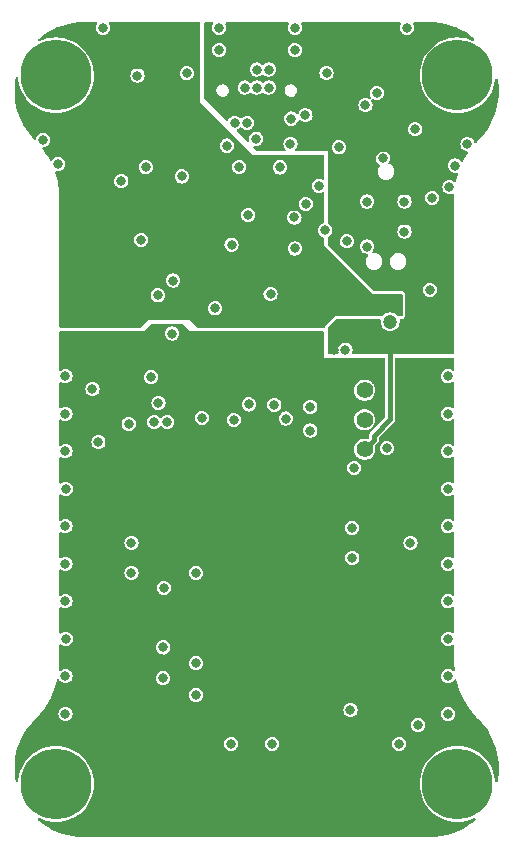
<source format=gbr>
%TF.GenerationSoftware,KiCad,Pcbnew,7.0.10*%
%TF.CreationDate,2024-01-15T20:05:46+01:00*%
%TF.ProjectId,tiny-scarab,74696e79-2d73-4636-9172-61622e6b6963,0.1*%
%TF.SameCoordinates,Original*%
%TF.FileFunction,Copper,L3,Inr*%
%TF.FilePolarity,Positive*%
%FSLAX46Y46*%
G04 Gerber Fmt 4.6, Leading zero omitted, Abs format (unit mm)*
G04 Created by KiCad (PCBNEW 7.0.10) date 2024-01-15 20:05:46*
%MOMM*%
%LPD*%
G01*
G04 APERTURE LIST*
%TA.AperFunction,ComponentPad*%
%ADD10C,6.000000*%
%TD*%
%TA.AperFunction,ComponentPad*%
%ADD11C,1.400000*%
%TD*%
%TA.AperFunction,ViaPad*%
%ADD12C,0.800000*%
%TD*%
%TA.AperFunction,ViaPad*%
%ADD13C,1.200000*%
%TD*%
%TA.AperFunction,Conductor*%
%ADD14C,0.400000*%
%TD*%
G04 APERTURE END LIST*
D10*
%TO.N,GND*%
%TO.C,J6*%
X78250000Y-28495000D03*
%TD*%
%TO.N,GND*%
%TO.C,J8*%
X78250000Y-88495000D03*
%TD*%
D11*
%TO.N,+3V3*%
%TO.C,SW5*%
X104394000Y-55158000D03*
%TO.N,Net-(SW5-B)*%
X104394000Y-57658000D03*
%TO.N,+5V*%
X104394000Y-60158000D03*
%TD*%
D10*
%TO.N,GND*%
%TO.C,J7*%
X112250000Y-88495000D03*
%TD*%
%TO.N,GND*%
%TO.C,J5*%
X112250000Y-28495000D03*
%TD*%
D12*
%TO.N,+5V*%
X104584500Y-37909500D03*
X104886936Y-35470107D03*
X87675528Y-57850000D03*
X109108999Y-38863923D03*
X100377483Y-31883201D03*
X102874993Y-41545010D03*
X101758750Y-51720750D03*
D13*
X106553000Y-50770753D03*
D12*
X106918002Y-35494941D03*
X110664321Y-45999390D03*
%TO.N,GND*%
X92075000Y-24479250D03*
X111442500Y-79375000D03*
X98171000Y-32162750D03*
X103505000Y-61722000D03*
X86931500Y-56229250D03*
X111442500Y-73025000D03*
X110109000Y-38862000D03*
X78422500Y-36004500D03*
X111569500Y-37973000D03*
X108267500Y-68072000D03*
X85464000Y-42418000D03*
X87376000Y-71882000D03*
X84645502Y-70612000D03*
X95250000Y-28003500D03*
X93757750Y-36258500D03*
X81851500Y-59563000D03*
X99788541Y-58570478D03*
X79057500Y-69850000D03*
X105425875Y-29987875D03*
X79057500Y-79375000D03*
X94535751Y-40325322D03*
X77152500Y-33972500D03*
X102870000Y-42545000D03*
X87344250Y-76930250D03*
X98488500Y-24479250D03*
X103314500Y-66802000D03*
X79057500Y-73025000D03*
X79057500Y-60325000D03*
X105918000Y-35494403D03*
X111442500Y-57150000D03*
X81343500Y-55067997D03*
X102203250Y-34597250D03*
X104584500Y-42989500D03*
X86866099Y-47123194D03*
X111442500Y-60325000D03*
X90106496Y-78263750D03*
X96551750Y-85090000D03*
X98107500Y-34290000D03*
X79057500Y-57150000D03*
X84645500Y-68072002D03*
X87312500Y-79533750D03*
X79057500Y-66675000D03*
X92075000Y-26352500D03*
X83788250Y-37465000D03*
X96266000Y-28003500D03*
X111442500Y-69850000D03*
X99377500Y-31877000D03*
X108902500Y-83502500D03*
X99789253Y-56554574D03*
X79057500Y-82550000D03*
X86296500Y-54049750D03*
X113093500Y-34321750D03*
X111442500Y-53975000D03*
X85153500Y-28511020D03*
X102758753Y-51720750D03*
X93091000Y-85090000D03*
X107950000Y-24479250D03*
X92709986Y-34448750D03*
X88187124Y-45867749D03*
X94586250Y-56356250D03*
X97218500Y-36290250D03*
X111474250Y-63500000D03*
X107315000Y-85090000D03*
X79057500Y-53975000D03*
X84409750Y-58007250D03*
X112045750Y-36131500D03*
X90608676Y-57493490D03*
X90106000Y-80962000D03*
X79089250Y-76200000D03*
X90106500Y-70612000D03*
X88900000Y-37052258D03*
X103187500Y-82232500D03*
X82232500Y-24479250D03*
X79089250Y-63500000D03*
X88090253Y-50355500D03*
X98488500Y-26352500D03*
X106267250Y-60055003D03*
X111474250Y-76200000D03*
D13*
X106553000Y-49371250D03*
D12*
X109914910Y-46661500D03*
X111442500Y-66675000D03*
X111442500Y-82550000D03*
X103346250Y-69342000D03*
%TO.N,+3V3*%
X101822250Y-47085250D03*
X99815112Y-36302838D03*
X96218537Y-36281385D03*
X95535756Y-40322500D03*
X92757748Y-36257704D03*
X86585250Y-28511020D03*
X85867761Y-47065526D03*
D13*
X106553000Y-47971747D03*
D12*
X89153994Y-47135500D03*
X104457500Y-31019750D03*
X84838253Y-37465000D03*
%TO.N,/RST_IN*%
X104584500Y-39179500D03*
X93122750Y-42830750D03*
X85852000Y-36258500D03*
X98440819Y-40528819D03*
%TO.N,/WCH-LinkE-R0-1v3/IAP*%
X108680250Y-33051750D03*
X98479000Y-43152509D03*
%TO.N,/TX*%
X91725750Y-48228250D03*
X96424750Y-47021750D03*
%TO.N,/RST_OUT*%
X96742250Y-56388000D03*
X97720044Y-57556294D03*
%TO.N,/USB/CC1*%
X95212250Y-33858512D03*
X101160000Y-28321004D03*
%TO.N,/USB_P*%
X95250000Y-29527500D03*
X93382746Y-32510719D03*
%TO.N,/USB_N*%
X96266000Y-29527495D03*
X94441058Y-32512443D03*
%TO.N,/USB/CC2*%
X89340000Y-28321000D03*
X94234000Y-29527498D03*
%TO.N,/SWCLK_IN*%
X107759500Y-39179500D03*
X100520500Y-37846000D03*
%TO.N,/SWDIO_IN*%
X101060250Y-41624250D03*
X99409250Y-39370000D03*
X107759500Y-41719500D03*
%TO.N,VDD*%
X101250750Y-83121500D03*
X84645500Y-65531998D03*
X86296500Y-53049747D03*
X106267250Y-59055000D03*
X87090250Y-50355500D03*
X103320750Y-64260717D03*
X90106502Y-65532000D03*
X95520553Y-85090000D03*
X102584250Y-56451500D03*
X93186250Y-56356250D03*
X100393500Y-62611000D03*
X82851503Y-59563000D03*
X81343500Y-56068000D03*
X89901568Y-58200599D03*
X102572756Y-58653744D03*
X92059803Y-85090000D03*
%TO.N,/PD0*%
X86582250Y-57850000D03*
X93313250Y-57658000D03*
%TD*%
D14*
%TO.N,+5V*%
X108997750Y-40544750D02*
X105854500Y-40544750D01*
X104584500Y-37941250D02*
X104584500Y-37909500D01*
X106918002Y-35363034D02*
X106918002Y-35494941D01*
X105441750Y-38798500D02*
X104584500Y-37941250D01*
X106249371Y-34694403D02*
X106918002Y-35363034D01*
X106553000Y-57626250D02*
X105187750Y-58991500D01*
X110714910Y-47971590D02*
X107915747Y-50770753D01*
X104584500Y-37909500D02*
X104584500Y-35772543D01*
X101300030Y-31883201D02*
X100377483Y-31883201D01*
X101758750Y-51530250D02*
X101758750Y-51720750D01*
X108997750Y-38975172D02*
X109108999Y-38863923D01*
X106553000Y-50770753D02*
X106553000Y-57626250D01*
X105187750Y-59364250D02*
X104394000Y-60158000D01*
X108997750Y-44332819D02*
X110664321Y-45999390D01*
X110714910Y-46049979D02*
X110714910Y-47971590D01*
X108997750Y-40544750D02*
X108997750Y-44332819D01*
X109108999Y-37685938D02*
X109108999Y-38863923D01*
X106918002Y-35494941D02*
X109108999Y-37685938D01*
X107915747Y-50770753D02*
X106553000Y-50770753D01*
X105586629Y-34694403D02*
X106249371Y-34694403D01*
X105854500Y-40544750D02*
X105441750Y-40132000D01*
X102518247Y-50770753D02*
X101758750Y-51530250D01*
X104886936Y-35394096D02*
X105586629Y-34694403D01*
X104886936Y-35470107D02*
X101300030Y-31883201D01*
X110664321Y-45999390D02*
X110714910Y-46049979D01*
X104584500Y-35772543D02*
X104886936Y-35470107D01*
X108997750Y-40544750D02*
X108997750Y-38975172D01*
X105187750Y-58991500D02*
X105187750Y-59364250D01*
X104886936Y-35470107D02*
X104886936Y-35394096D01*
X106553000Y-50770753D02*
X102518247Y-50770753D01*
X105441750Y-40132000D02*
X105441750Y-38798500D01*
%TO.N,+3V3*%
X90932000Y-38512750D02*
X85886003Y-38512750D01*
X105375747Y-47971747D02*
X106553000Y-47971747D01*
X103266875Y-45862875D02*
X105375747Y-47971747D01*
X90932000Y-45357494D02*
X89153994Y-47135500D01*
X95631000Y-40227256D02*
X95535756Y-40322500D01*
X103266875Y-45862875D02*
X102044500Y-47085250D01*
X90932000Y-38512750D02*
X90932000Y-32857770D01*
X95535756Y-40322500D02*
X95535756Y-39274756D01*
X96218537Y-37067963D02*
X96218537Y-36281385D01*
X95535756Y-40322500D02*
X97250256Y-42037000D01*
X95535756Y-39274756D02*
X94773750Y-38512750D01*
X85886003Y-38512750D02*
X84838253Y-37465000D01*
X92773500Y-36273456D02*
X92757748Y-36257704D01*
X90932000Y-32857770D02*
X86585250Y-28511020D01*
X97250256Y-42037000D02*
X99441000Y-42037000D01*
X99441000Y-42037000D02*
X103266875Y-45862875D01*
X90932000Y-38512750D02*
X90932000Y-45357494D01*
X92773500Y-38512750D02*
X92773500Y-36273456D01*
X94773750Y-38512750D02*
X96218537Y-37067963D01*
X90932000Y-38512750D02*
X94773750Y-38512750D01*
%TO.N,VDD*%
X102076250Y-82296000D02*
X101250750Y-83121500D01*
X103320750Y-64260717D02*
X103822500Y-63758967D01*
X96202500Y-59320303D02*
X93238447Y-56356250D01*
X103822500Y-63758967D02*
X103822500Y-62611000D01*
X89901568Y-58200599D02*
X89994459Y-58293490D01*
X92646502Y-62611000D02*
X90106502Y-65151000D01*
X96202500Y-62611000D02*
X92646502Y-62611000D01*
X103320750Y-64260717D02*
X102076250Y-65505217D01*
X84645502Y-65151000D02*
X84645500Y-65150998D01*
X96202500Y-62611000D02*
X96202500Y-59320303D01*
X89994459Y-58293490D02*
X91249010Y-58293490D01*
X102076250Y-65505217D02*
X102076250Y-82296000D01*
X90106502Y-65151000D02*
X84645502Y-65151000D01*
X91249010Y-58293490D02*
X93186250Y-56356250D01*
X100393500Y-62611000D02*
X96202500Y-62611000D01*
X93238447Y-56356250D02*
X93186250Y-56356250D01*
X103822500Y-62611000D02*
X100393500Y-62611000D01*
%TD*%
%TA.AperFunction,Conductor*%
%TO.N,VDD*%
G36*
X88918591Y-49548907D02*
G01*
X88928672Y-49557306D01*
X89566750Y-50165000D01*
X100866000Y-50165000D01*
X100924191Y-50183907D01*
X100960155Y-50233407D01*
X100965000Y-50264000D01*
X100965000Y-52387500D01*
X106053500Y-52387500D01*
X106111691Y-52406407D01*
X106147655Y-52455907D01*
X106152500Y-52486500D01*
X106152500Y-57419349D01*
X106133593Y-57477540D01*
X106123504Y-57489353D01*
X104882265Y-58730592D01*
X104859700Y-58753158D01*
X104859698Y-58753160D01*
X104848747Y-58774651D01*
X104840637Y-58787885D01*
X104826456Y-58807406D01*
X104826451Y-58807415D01*
X104818999Y-58830352D01*
X104813055Y-58844702D01*
X104802105Y-58866191D01*
X104802102Y-58866201D01*
X104798327Y-58890029D01*
X104794703Y-58905124D01*
X104787251Y-58928062D01*
X104787250Y-58928069D01*
X104787250Y-59157349D01*
X104768343Y-59215540D01*
X104758253Y-59227354D01*
X104724138Y-59261468D01*
X104669621Y-59289244D01*
X104633553Y-59288300D01*
X104544830Y-59269442D01*
X104488646Y-59257500D01*
X104299354Y-59257500D01*
X104181289Y-59282595D01*
X104114200Y-59296855D01*
X104114194Y-59296857D01*
X103941277Y-59373845D01*
X103941268Y-59373850D01*
X103788129Y-59485111D01*
X103788124Y-59485116D01*
X103661469Y-59625781D01*
X103661465Y-59625787D01*
X103566825Y-59789706D01*
X103566819Y-59789720D01*
X103508327Y-59969738D01*
X103508326Y-59969742D01*
X103508326Y-59969744D01*
X103488540Y-60158000D01*
X103494190Y-60211761D01*
X103508327Y-60346261D01*
X103566819Y-60526279D01*
X103566825Y-60526293D01*
X103625455Y-60627841D01*
X103661467Y-60690216D01*
X103661469Y-60690218D01*
X103780936Y-60822900D01*
X103788129Y-60830888D01*
X103941270Y-60942151D01*
X104114197Y-61019144D01*
X104299354Y-61058500D01*
X104299357Y-61058500D01*
X104488643Y-61058500D01*
X104488646Y-61058500D01*
X104673803Y-61019144D01*
X104846730Y-60942151D01*
X104999871Y-60830888D01*
X105126533Y-60690216D01*
X105221179Y-60526284D01*
X105279674Y-60346256D01*
X105299460Y-60158000D01*
X105288635Y-60055003D01*
X105661568Y-60055003D01*
X105682205Y-60211761D01*
X105682207Y-60211769D01*
X105742712Y-60357841D01*
X105742712Y-60357842D01*
X105742714Y-60357844D01*
X105838968Y-60483285D01*
X105964409Y-60579539D01*
X105964410Y-60579539D01*
X105964411Y-60579540D01*
X106110483Y-60640045D01*
X106110488Y-60640047D01*
X106228059Y-60655525D01*
X106267249Y-60660685D01*
X106267250Y-60660685D01*
X106267251Y-60660685D01*
X106298602Y-60656557D01*
X106424012Y-60640047D01*
X106570091Y-60579539D01*
X106695532Y-60483285D01*
X106791786Y-60357844D01*
X106852294Y-60211765D01*
X106872932Y-60055003D01*
X106852294Y-59898241D01*
X106839505Y-59867365D01*
X106791787Y-59752164D01*
X106791787Y-59752163D01*
X106695536Y-59626726D01*
X106695535Y-59626725D01*
X106695532Y-59626721D01*
X106695527Y-59626717D01*
X106695526Y-59626716D01*
X106612488Y-59562999D01*
X106570091Y-59530467D01*
X106570090Y-59530466D01*
X106570088Y-59530465D01*
X106424016Y-59469960D01*
X106424008Y-59469958D01*
X106267251Y-59449321D01*
X106267249Y-59449321D01*
X106110491Y-59469958D01*
X106110483Y-59469960D01*
X105964411Y-59530465D01*
X105964410Y-59530465D01*
X105838973Y-59626716D01*
X105838963Y-59626726D01*
X105742712Y-59752163D01*
X105742712Y-59752164D01*
X105682207Y-59898236D01*
X105682205Y-59898244D01*
X105661568Y-60055002D01*
X105661568Y-60055003D01*
X105288635Y-60055003D01*
X105279674Y-59969744D01*
X105266289Y-59928550D01*
X105266288Y-59867365D01*
X105290440Y-59827952D01*
X105378436Y-59739957D01*
X105493234Y-59625159D01*
X105493234Y-59625158D01*
X105498871Y-59619522D01*
X105498880Y-59619510D01*
X105515800Y-59602592D01*
X105526750Y-59581099D01*
X105534861Y-59567862D01*
X105549046Y-59548340D01*
X105556498Y-59525401D01*
X105562440Y-59511052D01*
X105573396Y-59489554D01*
X105577171Y-59465715D01*
X105580793Y-59450632D01*
X105588250Y-59427683D01*
X105588250Y-59300817D01*
X105588250Y-59198400D01*
X105607157Y-59140209D01*
X105617240Y-59128402D01*
X106858484Y-57887159D01*
X106858485Y-57887157D01*
X106864127Y-57881515D01*
X106864129Y-57881511D01*
X106881050Y-57864592D01*
X106892000Y-57843099D01*
X106900111Y-57829862D01*
X106914296Y-57810340D01*
X106921748Y-57787401D01*
X106927690Y-57773052D01*
X106938646Y-57751554D01*
X106942421Y-57727715D01*
X106946043Y-57712632D01*
X106953500Y-57689683D01*
X106953500Y-57562817D01*
X106953500Y-52486500D01*
X106972407Y-52428309D01*
X107021907Y-52392345D01*
X107052500Y-52387500D01*
X111866842Y-52387500D01*
X111925033Y-52406407D01*
X111960997Y-52455907D01*
X111965842Y-52486500D01*
X111965842Y-53418908D01*
X111946935Y-53477099D01*
X111897435Y-53513063D01*
X111836249Y-53513063D01*
X111806575Y-53497450D01*
X111763903Y-53464707D01*
X111745341Y-53450464D01*
X111745340Y-53450463D01*
X111745338Y-53450462D01*
X111599266Y-53389957D01*
X111599258Y-53389955D01*
X111442501Y-53369318D01*
X111442499Y-53369318D01*
X111285741Y-53389955D01*
X111285733Y-53389957D01*
X111139661Y-53450462D01*
X111139660Y-53450462D01*
X111014223Y-53546713D01*
X111014213Y-53546723D01*
X110917962Y-53672160D01*
X110917962Y-53672161D01*
X110857457Y-53818233D01*
X110857455Y-53818241D01*
X110836818Y-53974999D01*
X110836818Y-53975000D01*
X110857455Y-54131758D01*
X110857457Y-54131766D01*
X110917962Y-54277838D01*
X110917962Y-54277839D01*
X110991630Y-54373845D01*
X111014218Y-54403282D01*
X111139659Y-54499536D01*
X111139660Y-54499536D01*
X111139661Y-54499537D01*
X111215839Y-54531091D01*
X111285738Y-54560044D01*
X111393925Y-54574287D01*
X111442499Y-54580682D01*
X111442500Y-54580682D01*
X111442501Y-54580682D01*
X111491075Y-54574287D01*
X111599262Y-54560044D01*
X111745341Y-54499536D01*
X111806577Y-54452547D01*
X111864250Y-54432125D01*
X111922916Y-54449502D01*
X111960163Y-54498044D01*
X111965842Y-54531091D01*
X111965842Y-56593908D01*
X111946935Y-56652099D01*
X111897435Y-56688063D01*
X111836249Y-56688063D01*
X111806575Y-56672450D01*
X111772792Y-56646528D01*
X111745341Y-56625464D01*
X111745340Y-56625463D01*
X111745338Y-56625462D01*
X111599266Y-56564957D01*
X111599258Y-56564955D01*
X111442501Y-56544318D01*
X111442499Y-56544318D01*
X111285741Y-56564955D01*
X111285733Y-56564957D01*
X111139661Y-56625462D01*
X111139660Y-56625462D01*
X111014223Y-56721713D01*
X111014213Y-56721723D01*
X110917962Y-56847160D01*
X110917962Y-56847161D01*
X110857457Y-56993233D01*
X110857455Y-56993241D01*
X110836818Y-57149999D01*
X110836818Y-57150000D01*
X110857455Y-57306758D01*
X110857457Y-57306766D01*
X110917962Y-57452838D01*
X110917962Y-57452839D01*
X110990337Y-57547160D01*
X111014218Y-57578282D01*
X111014222Y-57578285D01*
X111014223Y-57578286D01*
X111043199Y-57600520D01*
X111139659Y-57674536D01*
X111139660Y-57674536D01*
X111139661Y-57674537D01*
X111268090Y-57727734D01*
X111285738Y-57735044D01*
X111403309Y-57750522D01*
X111442499Y-57755682D01*
X111442500Y-57755682D01*
X111442501Y-57755682D01*
X111473852Y-57751554D01*
X111599262Y-57735044D01*
X111745341Y-57674536D01*
X111806577Y-57627547D01*
X111864250Y-57607125D01*
X111922916Y-57624502D01*
X111960163Y-57673044D01*
X111965842Y-57706091D01*
X111965842Y-59768908D01*
X111946935Y-59827099D01*
X111897435Y-59863063D01*
X111836249Y-59863063D01*
X111806575Y-59847450D01*
X111772792Y-59821528D01*
X111745341Y-59800464D01*
X111745340Y-59800463D01*
X111745338Y-59800462D01*
X111599266Y-59739957D01*
X111599258Y-59739955D01*
X111442501Y-59719318D01*
X111442499Y-59719318D01*
X111285741Y-59739955D01*
X111285733Y-59739957D01*
X111139661Y-59800462D01*
X111139660Y-59800462D01*
X111014223Y-59896713D01*
X111014213Y-59896723D01*
X110917962Y-60022160D01*
X110917962Y-60022161D01*
X110857457Y-60168233D01*
X110857455Y-60168241D01*
X110836818Y-60324999D01*
X110836818Y-60325000D01*
X110857455Y-60481758D01*
X110857457Y-60481766D01*
X110917962Y-60627838D01*
X110917962Y-60627839D01*
X110965827Y-60690218D01*
X111014218Y-60753282D01*
X111139659Y-60849536D01*
X111139660Y-60849536D01*
X111139661Y-60849537D01*
X111215839Y-60881091D01*
X111285738Y-60910044D01*
X111403309Y-60925522D01*
X111442499Y-60930682D01*
X111442500Y-60930682D01*
X111442501Y-60930682D01*
X111473852Y-60926554D01*
X111599262Y-60910044D01*
X111745341Y-60849536D01*
X111806577Y-60802547D01*
X111864250Y-60782125D01*
X111922916Y-60799502D01*
X111960163Y-60848044D01*
X111965842Y-60881091D01*
X111965842Y-62919545D01*
X111946935Y-62977736D01*
X111897435Y-63013700D01*
X111836249Y-63013700D01*
X111806576Y-62998088D01*
X111777088Y-62975462D01*
X111631016Y-62914957D01*
X111631008Y-62914955D01*
X111474251Y-62894318D01*
X111474249Y-62894318D01*
X111317491Y-62914955D01*
X111317483Y-62914957D01*
X111171411Y-62975462D01*
X111171410Y-62975462D01*
X111045973Y-63071713D01*
X111045963Y-63071723D01*
X110949712Y-63197160D01*
X110949712Y-63197161D01*
X110889207Y-63343233D01*
X110889205Y-63343241D01*
X110868568Y-63499999D01*
X110868568Y-63500000D01*
X110889205Y-63656758D01*
X110889207Y-63656766D01*
X110949712Y-63802838D01*
X110949712Y-63802839D01*
X111045963Y-63928276D01*
X111045968Y-63928282D01*
X111045972Y-63928285D01*
X111045973Y-63928286D01*
X111075332Y-63950813D01*
X111171409Y-64024536D01*
X111317488Y-64085044D01*
X111435059Y-64100522D01*
X111474249Y-64105682D01*
X111474250Y-64105682D01*
X111474251Y-64105682D01*
X111505602Y-64101554D01*
X111631012Y-64085044D01*
X111777091Y-64024536D01*
X111806575Y-64001911D01*
X111864251Y-63981488D01*
X111922916Y-63998866D01*
X111960164Y-64047407D01*
X111965842Y-64080454D01*
X111965842Y-66118908D01*
X111946935Y-66177099D01*
X111897435Y-66213063D01*
X111836249Y-66213063D01*
X111806575Y-66197450D01*
X111772792Y-66171528D01*
X111745341Y-66150464D01*
X111745340Y-66150463D01*
X111745338Y-66150462D01*
X111599266Y-66089957D01*
X111599258Y-66089955D01*
X111442501Y-66069318D01*
X111442499Y-66069318D01*
X111285741Y-66089955D01*
X111285733Y-66089957D01*
X111139661Y-66150462D01*
X111139660Y-66150462D01*
X111014223Y-66246713D01*
X111014213Y-66246723D01*
X110917962Y-66372160D01*
X110917962Y-66372161D01*
X110857457Y-66518233D01*
X110857455Y-66518241D01*
X110836818Y-66674999D01*
X110836818Y-66675000D01*
X110857455Y-66831758D01*
X110857457Y-66831766D01*
X110917962Y-66977838D01*
X110917962Y-66977839D01*
X111014213Y-67103276D01*
X111014218Y-67103282D01*
X111139659Y-67199536D01*
X111139660Y-67199536D01*
X111139661Y-67199537D01*
X111213872Y-67230276D01*
X111285738Y-67260044D01*
X111403309Y-67275522D01*
X111442499Y-67280682D01*
X111442500Y-67280682D01*
X111442501Y-67280682D01*
X111473852Y-67276554D01*
X111599262Y-67260044D01*
X111745341Y-67199536D01*
X111806577Y-67152547D01*
X111864250Y-67132125D01*
X111922916Y-67149502D01*
X111960163Y-67198044D01*
X111965842Y-67231091D01*
X111965842Y-69293908D01*
X111946935Y-69352099D01*
X111897435Y-69388063D01*
X111836249Y-69388063D01*
X111806575Y-69372450D01*
X111766890Y-69341999D01*
X111745341Y-69325464D01*
X111745340Y-69325463D01*
X111745338Y-69325462D01*
X111599266Y-69264957D01*
X111599258Y-69264955D01*
X111442501Y-69244318D01*
X111442499Y-69244318D01*
X111285741Y-69264955D01*
X111285733Y-69264957D01*
X111139661Y-69325462D01*
X111139660Y-69325462D01*
X111014223Y-69421713D01*
X111014213Y-69421723D01*
X110917962Y-69547160D01*
X110917962Y-69547161D01*
X110857457Y-69693233D01*
X110857455Y-69693241D01*
X110836818Y-69849999D01*
X110836818Y-69850000D01*
X110857455Y-70006758D01*
X110857457Y-70006766D01*
X110917962Y-70152838D01*
X110917962Y-70152839D01*
X111014213Y-70278276D01*
X111014218Y-70278282D01*
X111139659Y-70374536D01*
X111139660Y-70374536D01*
X111139661Y-70374537D01*
X111215839Y-70406091D01*
X111285738Y-70435044D01*
X111403309Y-70450522D01*
X111442499Y-70455682D01*
X111442500Y-70455682D01*
X111442501Y-70455682D01*
X111473852Y-70451554D01*
X111599262Y-70435044D01*
X111745341Y-70374536D01*
X111806577Y-70327547D01*
X111864250Y-70307125D01*
X111922916Y-70324502D01*
X111960163Y-70373044D01*
X111965842Y-70406091D01*
X111965842Y-72468908D01*
X111946935Y-72527099D01*
X111897435Y-72563063D01*
X111836249Y-72563063D01*
X111806575Y-72547450D01*
X111772792Y-72521528D01*
X111745341Y-72500464D01*
X111745340Y-72500463D01*
X111745338Y-72500462D01*
X111599266Y-72439957D01*
X111599258Y-72439955D01*
X111442501Y-72419318D01*
X111442499Y-72419318D01*
X111285741Y-72439955D01*
X111285733Y-72439957D01*
X111139661Y-72500462D01*
X111139660Y-72500462D01*
X111014223Y-72596713D01*
X111014213Y-72596723D01*
X110917962Y-72722160D01*
X110917962Y-72722161D01*
X110857457Y-72868233D01*
X110857455Y-72868241D01*
X110836818Y-73024999D01*
X110836818Y-73025000D01*
X110857455Y-73181758D01*
X110857457Y-73181766D01*
X110917962Y-73327838D01*
X110917962Y-73327839D01*
X111014213Y-73453276D01*
X111014218Y-73453282D01*
X111139659Y-73549536D01*
X111139660Y-73549536D01*
X111139661Y-73549537D01*
X111215839Y-73581091D01*
X111285738Y-73610044D01*
X111403309Y-73625522D01*
X111442499Y-73630682D01*
X111442500Y-73630682D01*
X111442501Y-73630682D01*
X111473852Y-73626554D01*
X111599262Y-73610044D01*
X111745341Y-73549536D01*
X111806577Y-73502547D01*
X111864250Y-73482125D01*
X111922916Y-73499502D01*
X111960163Y-73548044D01*
X111965842Y-73581091D01*
X111965842Y-75619545D01*
X111946935Y-75677736D01*
X111897435Y-75713700D01*
X111836249Y-75713700D01*
X111806576Y-75698088D01*
X111777088Y-75675462D01*
X111631016Y-75614957D01*
X111631008Y-75614955D01*
X111474251Y-75594318D01*
X111474249Y-75594318D01*
X111317491Y-75614955D01*
X111317483Y-75614957D01*
X111171411Y-75675462D01*
X111171410Y-75675462D01*
X111045973Y-75771713D01*
X111045963Y-75771723D01*
X110949712Y-75897160D01*
X110949712Y-75897161D01*
X110889207Y-76043233D01*
X110889205Y-76043241D01*
X110868568Y-76199999D01*
X110868568Y-76200000D01*
X110889205Y-76356758D01*
X110889207Y-76356766D01*
X110949712Y-76502838D01*
X110949712Y-76502839D01*
X111045963Y-76628276D01*
X111045968Y-76628282D01*
X111045972Y-76628285D01*
X111045973Y-76628286D01*
X111075332Y-76650813D01*
X111171409Y-76724536D01*
X111171410Y-76724536D01*
X111171411Y-76724537D01*
X111306407Y-76780454D01*
X111317488Y-76785044D01*
X111435059Y-76800522D01*
X111474249Y-76805682D01*
X111474250Y-76805682D01*
X111474251Y-76805682D01*
X111505602Y-76801554D01*
X111631012Y-76785044D01*
X111777091Y-76724536D01*
X111806575Y-76701911D01*
X111864251Y-76681488D01*
X111922916Y-76698866D01*
X111960164Y-76747407D01*
X111965842Y-76780454D01*
X111965842Y-78106997D01*
X111965820Y-78348167D01*
X112001253Y-78839151D01*
X111986583Y-78898552D01*
X111939801Y-78937985D01*
X111878774Y-78942389D01*
X111842243Y-78924819D01*
X111792743Y-78886837D01*
X111745341Y-78850464D01*
X111745340Y-78850463D01*
X111745338Y-78850462D01*
X111599266Y-78789957D01*
X111599258Y-78789955D01*
X111442501Y-78769318D01*
X111442499Y-78769318D01*
X111285741Y-78789955D01*
X111285733Y-78789957D01*
X111139661Y-78850462D01*
X111139660Y-78850462D01*
X111014223Y-78946713D01*
X111014213Y-78946723D01*
X110917962Y-79072160D01*
X110917962Y-79072161D01*
X110857457Y-79218233D01*
X110857455Y-79218241D01*
X110836818Y-79374999D01*
X110836818Y-79375000D01*
X110857455Y-79531758D01*
X110857457Y-79531766D01*
X110917962Y-79677838D01*
X110917962Y-79677839D01*
X111014213Y-79803276D01*
X111014218Y-79803282D01*
X111014222Y-79803285D01*
X111014223Y-79803286D01*
X111024990Y-79811548D01*
X111139659Y-79899536D01*
X111285738Y-79960044D01*
X111403309Y-79975522D01*
X111442499Y-79980682D01*
X111442500Y-79980682D01*
X111442501Y-79980682D01*
X111473852Y-79976554D01*
X111599262Y-79960044D01*
X111745341Y-79899536D01*
X111870782Y-79803282D01*
X111967036Y-79677841D01*
X111967037Y-79677839D01*
X111970283Y-79672218D01*
X111972608Y-79673560D01*
X112004942Y-79635673D01*
X112064432Y-79621366D01*
X112120969Y-79644758D01*
X112152958Y-79696915D01*
X112153398Y-79698827D01*
X112178146Y-79811538D01*
X112178148Y-79811548D01*
X112318476Y-80284945D01*
X112492515Y-80747005D01*
X112492520Y-80747017D01*
X112699368Y-81195352D01*
X112937943Y-81627620D01*
X112937963Y-81627652D01*
X113207034Y-82041623D01*
X113207038Y-82041629D01*
X113505217Y-82435168D01*
X113787772Y-82757037D01*
X113830965Y-82806239D01*
X114005175Y-82977964D01*
X114005491Y-82978275D01*
X114007969Y-82980809D01*
X114293515Y-83283373D01*
X114298219Y-83288731D01*
X114560087Y-83609645D01*
X114564394Y-83615329D01*
X114802485Y-83954265D01*
X114806371Y-83960244D01*
X115019440Y-84315428D01*
X115022886Y-84321671D01*
X115209843Y-84691285D01*
X115212830Y-84697760D01*
X115372689Y-85079857D01*
X115375203Y-85086530D01*
X115503849Y-85469341D01*
X115507149Y-85479159D01*
X115509175Y-85485996D01*
X115612511Y-85887081D01*
X115614041Y-85894046D01*
X115688244Y-86301566D01*
X115689267Y-86308623D01*
X115733939Y-86720383D01*
X115734453Y-86727496D01*
X115748027Y-87104167D01*
X115749365Y-87141278D01*
X115749353Y-87148730D01*
X115731620Y-87600061D01*
X115731010Y-87607810D01*
X115677940Y-88056199D01*
X115676724Y-88063877D01*
X115637558Y-88260776D01*
X115607661Y-88314160D01*
X115552096Y-88339776D01*
X115492086Y-88327839D01*
X115450554Y-88282909D01*
X115441616Y-88247012D01*
X115435388Y-88136103D01*
X115435385Y-88136082D01*
X115375175Y-87781712D01*
X115375171Y-87781692D01*
X115275659Y-87436276D01*
X115138092Y-87104162D01*
X114964212Y-86789550D01*
X114920182Y-86727496D01*
X114756194Y-86496377D01*
X114516661Y-86228339D01*
X114248623Y-85988806D01*
X114248620Y-85988804D01*
X114248618Y-85988802D01*
X113955449Y-85780787D01*
X113640836Y-85606907D01*
X113640837Y-85606907D01*
X113308723Y-85469340D01*
X112963307Y-85369828D01*
X112963287Y-85369824D01*
X112608917Y-85309614D01*
X112608897Y-85309611D01*
X112250005Y-85289457D01*
X112249995Y-85289457D01*
X111891102Y-85309611D01*
X111891082Y-85309614D01*
X111536712Y-85369824D01*
X111536692Y-85369828D01*
X111191276Y-85469340D01*
X110859162Y-85606907D01*
X110544550Y-85780787D01*
X110251381Y-85988802D01*
X109983346Y-86228332D01*
X109983332Y-86228346D01*
X109743802Y-86496381D01*
X109535787Y-86789550D01*
X109361907Y-87104162D01*
X109224340Y-87436276D01*
X109124828Y-87781692D01*
X109124824Y-87781712D01*
X109064614Y-88136082D01*
X109064611Y-88136102D01*
X109044457Y-88494995D01*
X109044457Y-88495004D01*
X109064611Y-88853897D01*
X109064614Y-88853917D01*
X109124824Y-89208287D01*
X109124828Y-89208307D01*
X109224340Y-89553723D01*
X109361907Y-89885837D01*
X109535787Y-90200449D01*
X109535789Y-90200452D01*
X109743806Y-90493623D01*
X109983339Y-90761661D01*
X110251377Y-91001194D01*
X110544548Y-91209211D01*
X110544550Y-91209212D01*
X110859163Y-91383092D01*
X110859162Y-91383092D01*
X111191276Y-91520659D01*
X111536692Y-91620171D01*
X111536695Y-91620171D01*
X111536700Y-91620173D01*
X111891093Y-91680387D01*
X111891096Y-91680387D01*
X111891102Y-91680388D01*
X112249995Y-91700543D01*
X112250000Y-91700543D01*
X112250005Y-91700543D01*
X112608897Y-91680388D01*
X112608901Y-91680387D01*
X112608907Y-91680387D01*
X112963300Y-91620173D01*
X113308724Y-91520659D01*
X113640833Y-91383094D01*
X113640833Y-91383093D01*
X113643399Y-91382031D01*
X113643711Y-91382785D01*
X113701223Y-91374987D01*
X113755106Y-91403973D01*
X113781662Y-91459095D01*
X113770746Y-91519299D01*
X113750761Y-91545098D01*
X113701798Y-91590358D01*
X113695887Y-91595405D01*
X113341302Y-91874938D01*
X113335013Y-91879508D01*
X112959592Y-92130356D01*
X112952965Y-92134417D01*
X112559011Y-92355042D01*
X112552084Y-92358571D01*
X112142044Y-92547602D01*
X112134863Y-92550577D01*
X111711242Y-92706859D01*
X111703849Y-92709261D01*
X111269285Y-92831821D01*
X111261726Y-92833636D01*
X110818877Y-92921724D01*
X110811199Y-92922940D01*
X110362810Y-92976010D01*
X110355061Y-92976620D01*
X109901934Y-92994424D01*
X109898047Y-92994500D01*
X80601953Y-92994500D01*
X80598066Y-92994424D01*
X80144938Y-92976620D01*
X80137189Y-92976010D01*
X79688800Y-92922940D01*
X79681122Y-92921724D01*
X79238273Y-92833636D01*
X79230714Y-92831821D01*
X78796150Y-92709261D01*
X78788757Y-92706859D01*
X78365136Y-92550577D01*
X78357955Y-92547602D01*
X77947915Y-92358571D01*
X77940993Y-92355044D01*
X77547032Y-92134416D01*
X77540417Y-92130362D01*
X77164972Y-91879498D01*
X77158697Y-91874938D01*
X76804112Y-91595405D01*
X76798201Y-91590358D01*
X76749236Y-91545095D01*
X76719341Y-91491714D01*
X76726532Y-91430953D01*
X76768065Y-91386022D01*
X76828074Y-91374085D01*
X76856468Y-91382351D01*
X76856601Y-91382031D01*
X76859166Y-91383093D01*
X76859167Y-91383094D01*
X77121397Y-91491714D01*
X77191276Y-91520659D01*
X77536692Y-91620171D01*
X77536695Y-91620171D01*
X77536700Y-91620173D01*
X77891093Y-91680387D01*
X77891096Y-91680387D01*
X77891102Y-91680388D01*
X78249995Y-91700543D01*
X78250000Y-91700543D01*
X78250005Y-91700543D01*
X78608897Y-91680388D01*
X78608901Y-91680387D01*
X78608907Y-91680387D01*
X78963300Y-91620173D01*
X79308724Y-91520659D01*
X79640833Y-91383094D01*
X79642178Y-91382351D01*
X79825159Y-91281221D01*
X79955452Y-91209211D01*
X80248623Y-91001194D01*
X80516661Y-90761661D01*
X80756194Y-90493623D01*
X80964211Y-90200452D01*
X81138094Y-89885833D01*
X81275659Y-89553724D01*
X81375173Y-89208300D01*
X81435387Y-88853907D01*
X81454671Y-88510539D01*
X81455543Y-88495004D01*
X81455543Y-88494995D01*
X81435388Y-88136102D01*
X81435385Y-88136082D01*
X81375175Y-87781712D01*
X81375171Y-87781692D01*
X81275659Y-87436276D01*
X81138092Y-87104162D01*
X80964212Y-86789550D01*
X80920182Y-86727496D01*
X80756194Y-86496377D01*
X80516661Y-86228339D01*
X80248623Y-85988806D01*
X80248620Y-85988804D01*
X80248618Y-85988802D01*
X79955449Y-85780787D01*
X79640836Y-85606907D01*
X79640837Y-85606907D01*
X79308723Y-85469340D01*
X78963307Y-85369828D01*
X78963287Y-85369824D01*
X78608917Y-85309614D01*
X78608897Y-85309611D01*
X78250005Y-85289457D01*
X78249995Y-85289457D01*
X77891102Y-85309611D01*
X77891082Y-85309614D01*
X77536712Y-85369824D01*
X77536692Y-85369828D01*
X77191276Y-85469340D01*
X76859162Y-85606907D01*
X76544550Y-85780787D01*
X76251381Y-85988802D01*
X75983346Y-86228332D01*
X75983332Y-86228346D01*
X75743802Y-86496381D01*
X75535787Y-86789550D01*
X75361907Y-87104162D01*
X75224340Y-87436276D01*
X75124828Y-87781692D01*
X75124824Y-87781712D01*
X75064614Y-88136082D01*
X75064611Y-88136102D01*
X75058383Y-88247013D01*
X75036243Y-88304052D01*
X74984804Y-88337184D01*
X74923715Y-88333753D01*
X74876309Y-88295070D01*
X74862441Y-88260776D01*
X74823272Y-88063860D01*
X74822061Y-88056215D01*
X74768988Y-87607801D01*
X74768379Y-87600061D01*
X74750646Y-87148730D01*
X74750645Y-87148715D01*
X74750634Y-87141272D01*
X74750904Y-87133778D01*
X74765546Y-86727472D01*
X74766057Y-86720407D01*
X74810734Y-86308598D01*
X74811750Y-86301591D01*
X74885961Y-85894027D01*
X74887482Y-85887100D01*
X74990829Y-85485974D01*
X74992840Y-85479189D01*
X75123629Y-85090000D01*
X92485318Y-85090000D01*
X92505955Y-85246758D01*
X92505957Y-85246766D01*
X92566462Y-85392838D01*
X92566462Y-85392839D01*
X92625164Y-85469341D01*
X92662718Y-85518282D01*
X92788159Y-85614536D01*
X92934238Y-85675044D01*
X93051809Y-85690522D01*
X93090999Y-85695682D01*
X93091000Y-85695682D01*
X93091001Y-85695682D01*
X93122352Y-85691554D01*
X93247762Y-85675044D01*
X93393841Y-85614536D01*
X93519282Y-85518282D01*
X93615536Y-85392841D01*
X93676044Y-85246762D01*
X93696682Y-85090000D01*
X95946068Y-85090000D01*
X95966705Y-85246758D01*
X95966707Y-85246766D01*
X96027212Y-85392838D01*
X96027212Y-85392839D01*
X96085914Y-85469341D01*
X96123468Y-85518282D01*
X96248909Y-85614536D01*
X96394988Y-85675044D01*
X96512559Y-85690522D01*
X96551749Y-85695682D01*
X96551750Y-85695682D01*
X96551751Y-85695682D01*
X96583102Y-85691554D01*
X96708512Y-85675044D01*
X96854591Y-85614536D01*
X96980032Y-85518282D01*
X97076286Y-85392841D01*
X97136794Y-85246762D01*
X97157432Y-85090000D01*
X106709318Y-85090000D01*
X106729955Y-85246758D01*
X106729957Y-85246766D01*
X106790462Y-85392838D01*
X106790462Y-85392839D01*
X106849164Y-85469341D01*
X106886718Y-85518282D01*
X107012159Y-85614536D01*
X107158238Y-85675044D01*
X107275809Y-85690522D01*
X107314999Y-85695682D01*
X107315000Y-85695682D01*
X107315001Y-85695682D01*
X107346352Y-85691554D01*
X107471762Y-85675044D01*
X107617841Y-85614536D01*
X107743282Y-85518282D01*
X107839536Y-85392841D01*
X107900044Y-85246762D01*
X107920682Y-85090000D01*
X107919780Y-85083152D01*
X107900044Y-84933241D01*
X107900044Y-84933238D01*
X107839537Y-84787161D01*
X107839537Y-84787160D01*
X107743286Y-84661723D01*
X107743285Y-84661722D01*
X107743282Y-84661718D01*
X107743277Y-84661714D01*
X107743276Y-84661713D01*
X107617838Y-84565462D01*
X107471766Y-84504957D01*
X107471758Y-84504955D01*
X107315001Y-84484318D01*
X107314999Y-84484318D01*
X107158241Y-84504955D01*
X107158233Y-84504957D01*
X107012161Y-84565462D01*
X107012160Y-84565462D01*
X106886723Y-84661713D01*
X106886713Y-84661723D01*
X106790462Y-84787160D01*
X106790462Y-84787161D01*
X106729957Y-84933233D01*
X106729955Y-84933241D01*
X106709318Y-85089999D01*
X106709318Y-85090000D01*
X97157432Y-85090000D01*
X97156530Y-85083152D01*
X97136794Y-84933241D01*
X97136794Y-84933238D01*
X97076287Y-84787161D01*
X97076287Y-84787160D01*
X96980036Y-84661723D01*
X96980035Y-84661722D01*
X96980032Y-84661718D01*
X96980027Y-84661714D01*
X96980026Y-84661713D01*
X96854588Y-84565462D01*
X96708516Y-84504957D01*
X96708508Y-84504955D01*
X96551751Y-84484318D01*
X96551749Y-84484318D01*
X96394991Y-84504955D01*
X96394983Y-84504957D01*
X96248911Y-84565462D01*
X96248910Y-84565462D01*
X96123473Y-84661713D01*
X96123463Y-84661723D01*
X96027212Y-84787160D01*
X96027212Y-84787161D01*
X95966707Y-84933233D01*
X95966705Y-84933241D01*
X95946068Y-85089999D01*
X95946068Y-85090000D01*
X93696682Y-85090000D01*
X93695780Y-85083152D01*
X93676044Y-84933241D01*
X93676044Y-84933238D01*
X93615537Y-84787161D01*
X93615537Y-84787160D01*
X93519286Y-84661723D01*
X93519285Y-84661722D01*
X93519282Y-84661718D01*
X93519277Y-84661714D01*
X93519276Y-84661713D01*
X93393838Y-84565462D01*
X93247766Y-84504957D01*
X93247758Y-84504955D01*
X93091001Y-84484318D01*
X93090999Y-84484318D01*
X92934241Y-84504955D01*
X92934233Y-84504957D01*
X92788161Y-84565462D01*
X92788160Y-84565462D01*
X92662723Y-84661713D01*
X92662713Y-84661723D01*
X92566462Y-84787160D01*
X92566462Y-84787161D01*
X92505957Y-84933233D01*
X92505955Y-84933241D01*
X92485318Y-85089999D01*
X92485318Y-85090000D01*
X75123629Y-85090000D01*
X75124802Y-85086510D01*
X75127304Y-85079870D01*
X75287173Y-84697749D01*
X75290156Y-84691286D01*
X75305114Y-84661713D01*
X75477118Y-84321659D01*
X75480546Y-84315448D01*
X75693636Y-83960227D01*
X75697503Y-83954279D01*
X75935619Y-83615308D01*
X75939892Y-83609668D01*
X76027342Y-83502500D01*
X108296818Y-83502500D01*
X108317455Y-83659258D01*
X108317457Y-83659266D01*
X108377962Y-83805338D01*
X108377962Y-83805339D01*
X108377964Y-83805341D01*
X108474218Y-83930782D01*
X108599659Y-84027036D01*
X108599660Y-84027036D01*
X108599661Y-84027037D01*
X108745733Y-84087542D01*
X108745738Y-84087544D01*
X108863309Y-84103022D01*
X108902499Y-84108182D01*
X108902500Y-84108182D01*
X108902501Y-84108182D01*
X108933852Y-84104054D01*
X109059262Y-84087544D01*
X109205341Y-84027036D01*
X109330782Y-83930782D01*
X109427036Y-83805341D01*
X109487544Y-83659262D01*
X109508182Y-83502500D01*
X109487544Y-83345738D01*
X109427037Y-83199661D01*
X109427037Y-83199660D01*
X109330786Y-83074223D01*
X109330785Y-83074222D01*
X109330782Y-83074218D01*
X109330777Y-83074214D01*
X109330776Y-83074213D01*
X109209123Y-82980866D01*
X109205341Y-82977964D01*
X109205340Y-82977963D01*
X109205338Y-82977962D01*
X109059266Y-82917457D01*
X109059258Y-82917455D01*
X108902501Y-82896818D01*
X108902499Y-82896818D01*
X108745741Y-82917455D01*
X108745733Y-82917457D01*
X108599661Y-82977962D01*
X108599660Y-82977962D01*
X108474223Y-83074213D01*
X108474213Y-83074223D01*
X108377962Y-83199660D01*
X108377962Y-83199661D01*
X108317457Y-83345733D01*
X108317455Y-83345741D01*
X108296818Y-83502499D01*
X108296818Y-83502500D01*
X76027342Y-83502500D01*
X76201802Y-83288702D01*
X76206460Y-83283396D01*
X76492002Y-82980836D01*
X76494420Y-82978363D01*
X76669035Y-82806239D01*
X76893977Y-82550000D01*
X78451818Y-82550000D01*
X78472455Y-82706758D01*
X78472457Y-82706766D01*
X78532962Y-82852838D01*
X78532962Y-82852839D01*
X78629212Y-82978275D01*
X78629214Y-82978277D01*
X78629218Y-82978282D01*
X78629222Y-82978285D01*
X78629223Y-82978286D01*
X78658582Y-83000813D01*
X78754659Y-83074536D01*
X78900738Y-83135044D01*
X79018309Y-83150522D01*
X79057499Y-83155682D01*
X79057500Y-83155682D01*
X79057501Y-83155682D01*
X79088852Y-83151554D01*
X79214262Y-83135044D01*
X79360341Y-83074536D01*
X79485782Y-82978282D01*
X79485785Y-82978276D01*
X79485788Y-82978275D01*
X79548291Y-82896818D01*
X79582036Y-82852841D01*
X79642544Y-82706762D01*
X79663182Y-82550000D01*
X79642544Y-82393238D01*
X79640897Y-82389262D01*
X79582037Y-82247161D01*
X79582037Y-82247160D01*
X79570788Y-82232500D01*
X102581818Y-82232500D01*
X102602455Y-82389258D01*
X102602457Y-82389266D01*
X102662962Y-82535338D01*
X102662962Y-82535339D01*
X102662964Y-82535341D01*
X102759218Y-82660782D01*
X102884659Y-82757036D01*
X102884660Y-82757036D01*
X102884661Y-82757037D01*
X103030733Y-82817542D01*
X103030738Y-82817544D01*
X103148309Y-82833022D01*
X103187499Y-82838182D01*
X103187500Y-82838182D01*
X103187501Y-82838182D01*
X103218852Y-82834054D01*
X103344262Y-82817544D01*
X103490341Y-82757036D01*
X103615782Y-82660782D01*
X103700788Y-82550000D01*
X110836818Y-82550000D01*
X110857455Y-82706758D01*
X110857457Y-82706766D01*
X110917962Y-82852838D01*
X110917962Y-82852839D01*
X111014212Y-82978275D01*
X111014214Y-82978277D01*
X111014218Y-82978282D01*
X111014222Y-82978285D01*
X111014223Y-82978286D01*
X111043582Y-83000813D01*
X111139659Y-83074536D01*
X111285738Y-83135044D01*
X111403309Y-83150522D01*
X111442499Y-83155682D01*
X111442500Y-83155682D01*
X111442501Y-83155682D01*
X111473852Y-83151554D01*
X111599262Y-83135044D01*
X111745341Y-83074536D01*
X111870782Y-82978282D01*
X111870785Y-82978276D01*
X111870788Y-82978275D01*
X111933291Y-82896818D01*
X111967036Y-82852841D01*
X112027544Y-82706762D01*
X112048182Y-82550000D01*
X112027544Y-82393238D01*
X112025897Y-82389262D01*
X111967037Y-82247161D01*
X111967037Y-82247160D01*
X111870786Y-82121723D01*
X111870785Y-82121722D01*
X111870782Y-82121718D01*
X111870777Y-82121714D01*
X111870776Y-82121713D01*
X111799604Y-82067101D01*
X111745341Y-82025464D01*
X111745340Y-82025463D01*
X111745338Y-82025462D01*
X111599266Y-81964957D01*
X111599258Y-81964955D01*
X111442501Y-81944318D01*
X111442499Y-81944318D01*
X111285741Y-81964955D01*
X111285733Y-81964957D01*
X111139661Y-82025462D01*
X111139660Y-82025462D01*
X111014223Y-82121713D01*
X111014213Y-82121723D01*
X110917962Y-82247160D01*
X110917962Y-82247161D01*
X110857457Y-82393233D01*
X110857455Y-82393241D01*
X110836818Y-82549999D01*
X110836818Y-82550000D01*
X103700788Y-82550000D01*
X103712036Y-82535341D01*
X103772544Y-82389262D01*
X103793182Y-82232500D01*
X103772544Y-82075738D01*
X103724733Y-81960312D01*
X103712037Y-81929661D01*
X103712037Y-81929660D01*
X103615786Y-81804223D01*
X103615785Y-81804222D01*
X103615782Y-81804218D01*
X103615777Y-81804214D01*
X103615776Y-81804213D01*
X103490338Y-81707962D01*
X103344266Y-81647457D01*
X103344258Y-81647455D01*
X103187501Y-81626818D01*
X103187499Y-81626818D01*
X103030741Y-81647455D01*
X103030733Y-81647457D01*
X102884661Y-81707962D01*
X102884660Y-81707962D01*
X102759223Y-81804213D01*
X102759213Y-81804223D01*
X102662962Y-81929660D01*
X102662962Y-81929661D01*
X102602457Y-82075733D01*
X102602455Y-82075741D01*
X102581818Y-82232499D01*
X102581818Y-82232500D01*
X79570788Y-82232500D01*
X79485786Y-82121723D01*
X79485785Y-82121722D01*
X79485782Y-82121718D01*
X79485777Y-82121714D01*
X79485776Y-82121713D01*
X79414604Y-82067101D01*
X79360341Y-82025464D01*
X79360340Y-82025463D01*
X79360338Y-82025462D01*
X79214266Y-81964957D01*
X79214258Y-81964955D01*
X79057501Y-81944318D01*
X79057499Y-81944318D01*
X78900741Y-81964955D01*
X78900733Y-81964957D01*
X78754661Y-82025462D01*
X78754660Y-82025462D01*
X78629223Y-82121713D01*
X78629213Y-82121723D01*
X78532962Y-82247160D01*
X78532962Y-82247161D01*
X78472457Y-82393233D01*
X78472455Y-82393241D01*
X78451818Y-82549999D01*
X78451818Y-82550000D01*
X76893977Y-82550000D01*
X76994777Y-82435176D01*
X77292964Y-82041627D01*
X77562049Y-81627635D01*
X77800635Y-81195348D01*
X77908294Y-80962000D01*
X89500318Y-80962000D01*
X89520955Y-81118758D01*
X89520957Y-81118766D01*
X89581462Y-81264838D01*
X89581462Y-81264839D01*
X89600079Y-81289101D01*
X89677718Y-81390282D01*
X89803159Y-81486536D01*
X89949238Y-81547044D01*
X90066809Y-81562522D01*
X90105999Y-81567682D01*
X90106000Y-81567682D01*
X90106001Y-81567682D01*
X90137352Y-81563554D01*
X90262762Y-81547044D01*
X90408841Y-81486536D01*
X90534282Y-81390282D01*
X90630536Y-81264841D01*
X90691044Y-81118762D01*
X90711682Y-80962000D01*
X90691044Y-80805238D01*
X90691042Y-80805233D01*
X90630537Y-80659161D01*
X90630537Y-80659160D01*
X90534286Y-80533723D01*
X90534285Y-80533722D01*
X90534282Y-80533718D01*
X90534277Y-80533714D01*
X90534276Y-80533713D01*
X90408838Y-80437462D01*
X90262766Y-80376957D01*
X90262758Y-80376955D01*
X90106001Y-80356318D01*
X90105999Y-80356318D01*
X89949241Y-80376955D01*
X89949233Y-80376957D01*
X89803161Y-80437462D01*
X89803160Y-80437462D01*
X89677723Y-80533713D01*
X89677713Y-80533723D01*
X89581462Y-80659160D01*
X89581462Y-80659161D01*
X89520957Y-80805233D01*
X89520955Y-80805241D01*
X89500318Y-80961999D01*
X89500318Y-80962000D01*
X77908294Y-80962000D01*
X78007485Y-80747008D01*
X78181526Y-80284941D01*
X78321854Y-79811545D01*
X78346601Y-79698832D01*
X78377547Y-79646053D01*
X78433608Y-79621541D01*
X78493369Y-79634663D01*
X78527743Y-79673357D01*
X78529717Y-79672218D01*
X78532962Y-79677839D01*
X78629213Y-79803276D01*
X78629218Y-79803282D01*
X78629222Y-79803285D01*
X78629223Y-79803286D01*
X78639990Y-79811548D01*
X78754659Y-79899536D01*
X78900738Y-79960044D01*
X79018309Y-79975522D01*
X79057499Y-79980682D01*
X79057500Y-79980682D01*
X79057501Y-79980682D01*
X79088852Y-79976554D01*
X79214262Y-79960044D01*
X79360341Y-79899536D01*
X79485782Y-79803282D01*
X79582036Y-79677841D01*
X79641721Y-79533750D01*
X86706818Y-79533750D01*
X86727455Y-79690508D01*
X86727457Y-79690516D01*
X86787962Y-79836588D01*
X86787962Y-79836589D01*
X86884213Y-79962026D01*
X86884218Y-79962032D01*
X87009659Y-80058286D01*
X87155738Y-80118794D01*
X87273309Y-80134272D01*
X87312499Y-80139432D01*
X87312500Y-80139432D01*
X87312501Y-80139432D01*
X87343852Y-80135304D01*
X87469262Y-80118794D01*
X87615341Y-80058286D01*
X87740782Y-79962032D01*
X87837036Y-79836591D01*
X87897544Y-79690512D01*
X87918182Y-79533750D01*
X87897544Y-79376988D01*
X87837037Y-79230911D01*
X87837037Y-79230910D01*
X87740786Y-79105473D01*
X87740785Y-79105472D01*
X87740782Y-79105468D01*
X87740777Y-79105464D01*
X87740776Y-79105463D01*
X87615338Y-79009212D01*
X87469266Y-78948707D01*
X87469258Y-78948705D01*
X87312501Y-78928068D01*
X87312499Y-78928068D01*
X87155741Y-78948705D01*
X87155733Y-78948707D01*
X87009661Y-79009212D01*
X87009660Y-79009212D01*
X86884223Y-79105463D01*
X86884213Y-79105473D01*
X86787962Y-79230910D01*
X86787962Y-79230911D01*
X86727457Y-79376983D01*
X86727455Y-79376991D01*
X86706818Y-79533749D01*
X86706818Y-79533750D01*
X79641721Y-79533750D01*
X79642544Y-79531762D01*
X79663182Y-79375000D01*
X79642544Y-79218238D01*
X79582037Y-79072161D01*
X79582037Y-79072160D01*
X79485786Y-78946723D01*
X79485785Y-78946722D01*
X79485782Y-78946718D01*
X79485777Y-78946714D01*
X79485776Y-78946713D01*
X79414604Y-78892101D01*
X79360341Y-78850464D01*
X79360340Y-78850463D01*
X79360338Y-78850462D01*
X79214266Y-78789957D01*
X79214258Y-78789955D01*
X79057501Y-78769318D01*
X79057499Y-78769318D01*
X78900741Y-78789955D01*
X78900733Y-78789957D01*
X78754663Y-78850461D01*
X78657757Y-78924819D01*
X78600080Y-78945242D01*
X78541415Y-78927864D01*
X78504168Y-78879322D01*
X78498747Y-78839150D01*
X78528959Y-78420512D01*
X78534181Y-78348159D01*
X78534173Y-78263750D01*
X89500814Y-78263750D01*
X89521451Y-78420508D01*
X89521453Y-78420516D01*
X89581958Y-78566588D01*
X89581958Y-78566589D01*
X89581960Y-78566591D01*
X89678214Y-78692032D01*
X89803655Y-78788286D01*
X89803656Y-78788286D01*
X89803657Y-78788287D01*
X89807689Y-78789957D01*
X89949734Y-78848794D01*
X90067305Y-78864272D01*
X90106495Y-78869432D01*
X90106496Y-78869432D01*
X90106497Y-78869432D01*
X90137848Y-78865304D01*
X90263258Y-78848794D01*
X90409337Y-78788286D01*
X90534778Y-78692032D01*
X90631032Y-78566591D01*
X90691540Y-78420512D01*
X90712178Y-78263750D01*
X90691540Y-78106988D01*
X90631033Y-77960911D01*
X90631033Y-77960910D01*
X90534782Y-77835473D01*
X90534781Y-77835472D01*
X90534778Y-77835468D01*
X90534773Y-77835464D01*
X90534772Y-77835463D01*
X90409334Y-77739212D01*
X90263262Y-77678707D01*
X90263254Y-77678705D01*
X90106497Y-77658068D01*
X90106495Y-77658068D01*
X89949737Y-77678705D01*
X89949729Y-77678707D01*
X89803657Y-77739212D01*
X89803656Y-77739212D01*
X89678219Y-77835463D01*
X89678209Y-77835473D01*
X89581958Y-77960910D01*
X89581958Y-77960911D01*
X89521453Y-78106983D01*
X89521451Y-78106991D01*
X89500814Y-78263749D01*
X89500814Y-78263750D01*
X78534173Y-78263750D01*
X78534158Y-78101281D01*
X78534158Y-78035388D01*
X78534158Y-76930250D01*
X86738568Y-76930250D01*
X86759205Y-77087008D01*
X86759207Y-77087016D01*
X86819712Y-77233088D01*
X86819712Y-77233089D01*
X86819714Y-77233091D01*
X86915968Y-77358532D01*
X87041409Y-77454786D01*
X87187488Y-77515294D01*
X87305059Y-77530772D01*
X87344249Y-77535932D01*
X87344250Y-77535932D01*
X87344251Y-77535932D01*
X87375602Y-77531804D01*
X87501012Y-77515294D01*
X87647091Y-77454786D01*
X87772532Y-77358532D01*
X87868786Y-77233091D01*
X87929294Y-77087012D01*
X87949932Y-76930250D01*
X87929294Y-76773488D01*
X87879464Y-76653187D01*
X87868787Y-76627411D01*
X87868787Y-76627410D01*
X87772536Y-76501973D01*
X87772535Y-76501972D01*
X87772532Y-76501968D01*
X87772527Y-76501964D01*
X87772526Y-76501963D01*
X87647088Y-76405712D01*
X87501016Y-76345207D01*
X87501008Y-76345205D01*
X87344251Y-76324568D01*
X87344249Y-76324568D01*
X87187491Y-76345205D01*
X87187483Y-76345207D01*
X87041411Y-76405712D01*
X87041410Y-76405712D01*
X86915973Y-76501963D01*
X86915963Y-76501973D01*
X86819712Y-76627410D01*
X86819712Y-76627411D01*
X86759207Y-76773483D01*
X86759205Y-76773491D01*
X86738568Y-76930249D01*
X86738568Y-76930250D01*
X78534158Y-76930250D01*
X78534158Y-76731729D01*
X78553065Y-76673538D01*
X78602565Y-76637574D01*
X78663751Y-76637574D01*
X78693424Y-76653186D01*
X78786409Y-76724536D01*
X78786410Y-76724536D01*
X78786411Y-76724537D01*
X78921407Y-76780454D01*
X78932488Y-76785044D01*
X79050059Y-76800522D01*
X79089249Y-76805682D01*
X79089250Y-76805682D01*
X79089251Y-76805682D01*
X79120602Y-76801554D01*
X79246012Y-76785044D01*
X79392091Y-76724536D01*
X79517532Y-76628282D01*
X79613786Y-76502841D01*
X79674294Y-76356762D01*
X79694932Y-76200000D01*
X79674294Y-76043238D01*
X79613787Y-75897161D01*
X79613787Y-75897160D01*
X79517536Y-75771723D01*
X79517535Y-75771722D01*
X79517532Y-75771718D01*
X79517527Y-75771714D01*
X79517526Y-75771713D01*
X79392088Y-75675462D01*
X79246016Y-75614957D01*
X79246008Y-75614955D01*
X79089251Y-75594318D01*
X79089249Y-75594318D01*
X78932491Y-75614955D01*
X78932483Y-75614957D01*
X78786411Y-75675462D01*
X78786410Y-75675462D01*
X78693425Y-75746812D01*
X78635749Y-75767236D01*
X78577083Y-75749858D01*
X78539836Y-75701316D01*
X78534158Y-75668270D01*
X78534158Y-73581091D01*
X78553065Y-73522900D01*
X78602565Y-73486936D01*
X78663751Y-73486936D01*
X78693420Y-73502545D01*
X78754659Y-73549536D01*
X78754662Y-73549537D01*
X78754663Y-73549538D01*
X78830839Y-73581091D01*
X78900738Y-73610044D01*
X79018309Y-73625522D01*
X79057499Y-73630682D01*
X79057500Y-73630682D01*
X79057501Y-73630682D01*
X79088852Y-73626554D01*
X79214262Y-73610044D01*
X79360341Y-73549536D01*
X79485782Y-73453282D01*
X79582036Y-73327841D01*
X79642544Y-73181762D01*
X79663182Y-73025000D01*
X79642544Y-72868238D01*
X79582037Y-72722161D01*
X79582037Y-72722160D01*
X79485786Y-72596723D01*
X79485785Y-72596722D01*
X79485782Y-72596718D01*
X79485777Y-72596714D01*
X79485776Y-72596713D01*
X79414604Y-72542101D01*
X79360341Y-72500464D01*
X79360340Y-72500463D01*
X79360338Y-72500462D01*
X79214266Y-72439957D01*
X79214258Y-72439955D01*
X79057501Y-72419318D01*
X79057499Y-72419318D01*
X78900741Y-72439955D01*
X78900733Y-72439957D01*
X78754661Y-72500462D01*
X78754660Y-72500462D01*
X78693425Y-72547450D01*
X78635749Y-72567874D01*
X78577083Y-72550496D01*
X78539836Y-72501954D01*
X78534158Y-72468908D01*
X78534158Y-71882000D01*
X86770318Y-71882000D01*
X86790955Y-72038758D01*
X86790957Y-72038766D01*
X86851462Y-72184838D01*
X86851462Y-72184839D01*
X86851464Y-72184841D01*
X86947718Y-72310282D01*
X87073159Y-72406536D01*
X87219238Y-72467044D01*
X87336809Y-72482522D01*
X87375999Y-72487682D01*
X87376000Y-72487682D01*
X87376001Y-72487682D01*
X87407352Y-72483554D01*
X87532762Y-72467044D01*
X87678841Y-72406536D01*
X87804282Y-72310282D01*
X87900536Y-72184841D01*
X87961044Y-72038762D01*
X87981682Y-71882000D01*
X87961044Y-71725238D01*
X87900537Y-71579161D01*
X87900537Y-71579160D01*
X87804286Y-71453723D01*
X87804285Y-71453722D01*
X87804282Y-71453718D01*
X87804277Y-71453714D01*
X87804276Y-71453713D01*
X87678838Y-71357462D01*
X87532766Y-71296957D01*
X87532758Y-71296955D01*
X87376001Y-71276318D01*
X87375999Y-71276318D01*
X87219241Y-71296955D01*
X87219233Y-71296957D01*
X87073161Y-71357462D01*
X87073160Y-71357462D01*
X86947723Y-71453713D01*
X86947713Y-71453723D01*
X86851462Y-71579160D01*
X86851462Y-71579161D01*
X86790957Y-71725233D01*
X86790955Y-71725241D01*
X86770318Y-71881999D01*
X86770318Y-71882000D01*
X78534158Y-71882000D01*
X78534158Y-70612000D01*
X84039820Y-70612000D01*
X84060457Y-70768758D01*
X84060459Y-70768766D01*
X84120964Y-70914838D01*
X84120964Y-70914839D01*
X84120966Y-70914841D01*
X84217220Y-71040282D01*
X84342661Y-71136536D01*
X84488740Y-71197044D01*
X84606311Y-71212522D01*
X84645501Y-71217682D01*
X84645502Y-71217682D01*
X84645503Y-71217682D01*
X84676854Y-71213554D01*
X84802264Y-71197044D01*
X84948343Y-71136536D01*
X85073784Y-71040282D01*
X85170038Y-70914841D01*
X85230546Y-70768762D01*
X85251184Y-70612000D01*
X89500818Y-70612000D01*
X89521455Y-70768758D01*
X89521457Y-70768766D01*
X89581962Y-70914838D01*
X89581962Y-70914839D01*
X89581964Y-70914841D01*
X89678218Y-71040282D01*
X89803659Y-71136536D01*
X89949738Y-71197044D01*
X90067309Y-71212522D01*
X90106499Y-71217682D01*
X90106500Y-71217682D01*
X90106501Y-71217682D01*
X90137852Y-71213554D01*
X90263262Y-71197044D01*
X90409341Y-71136536D01*
X90534782Y-71040282D01*
X90631036Y-70914841D01*
X90691544Y-70768762D01*
X90712182Y-70612000D01*
X90691544Y-70455238D01*
X90658117Y-70374538D01*
X90631037Y-70309161D01*
X90631037Y-70309160D01*
X90534786Y-70183723D01*
X90534785Y-70183722D01*
X90534782Y-70183718D01*
X90534777Y-70183714D01*
X90534776Y-70183713D01*
X90409338Y-70087462D01*
X90263266Y-70026957D01*
X90263258Y-70026955D01*
X90106501Y-70006318D01*
X90106499Y-70006318D01*
X89949741Y-70026955D01*
X89949733Y-70026957D01*
X89803661Y-70087462D01*
X89803660Y-70087462D01*
X89678223Y-70183713D01*
X89678213Y-70183723D01*
X89581962Y-70309160D01*
X89581962Y-70309161D01*
X89521457Y-70455233D01*
X89521455Y-70455241D01*
X89500818Y-70611999D01*
X89500818Y-70612000D01*
X85251184Y-70612000D01*
X85230546Y-70455238D01*
X85197119Y-70374538D01*
X85170039Y-70309161D01*
X85170039Y-70309160D01*
X85073788Y-70183723D01*
X85073787Y-70183722D01*
X85073784Y-70183718D01*
X85073779Y-70183714D01*
X85073778Y-70183713D01*
X84948340Y-70087462D01*
X84802268Y-70026957D01*
X84802260Y-70026955D01*
X84645503Y-70006318D01*
X84645501Y-70006318D01*
X84488743Y-70026955D01*
X84488735Y-70026957D01*
X84342663Y-70087462D01*
X84342662Y-70087462D01*
X84217225Y-70183713D01*
X84217215Y-70183723D01*
X84120964Y-70309160D01*
X84120964Y-70309161D01*
X84060459Y-70455233D01*
X84060457Y-70455241D01*
X84039820Y-70611999D01*
X84039820Y-70612000D01*
X78534158Y-70612000D01*
X78534158Y-70406091D01*
X78553065Y-70347900D01*
X78602565Y-70311936D01*
X78663751Y-70311936D01*
X78693420Y-70327545D01*
X78754659Y-70374536D01*
X78754662Y-70374537D01*
X78754663Y-70374538D01*
X78830839Y-70406091D01*
X78900738Y-70435044D01*
X79018309Y-70450522D01*
X79057499Y-70455682D01*
X79057500Y-70455682D01*
X79057501Y-70455682D01*
X79088852Y-70451554D01*
X79214262Y-70435044D01*
X79360341Y-70374536D01*
X79485782Y-70278282D01*
X79582036Y-70152841D01*
X79642544Y-70006762D01*
X79663182Y-69850000D01*
X79642544Y-69693238D01*
X79622497Y-69644841D01*
X79582037Y-69547161D01*
X79582037Y-69547160D01*
X79485786Y-69421723D01*
X79485785Y-69421722D01*
X79485782Y-69421718D01*
X79485777Y-69421714D01*
X79485776Y-69421713D01*
X79414604Y-69367101D01*
X79381891Y-69342000D01*
X102740568Y-69342000D01*
X102761205Y-69498758D01*
X102761207Y-69498766D01*
X102821712Y-69644838D01*
X102821712Y-69644839D01*
X102917963Y-69770276D01*
X102917968Y-69770282D01*
X103043409Y-69866536D01*
X103189488Y-69927044D01*
X103307059Y-69942522D01*
X103346249Y-69947682D01*
X103346250Y-69947682D01*
X103346251Y-69947682D01*
X103377602Y-69943554D01*
X103503012Y-69927044D01*
X103649091Y-69866536D01*
X103774532Y-69770282D01*
X103870786Y-69644841D01*
X103931294Y-69498762D01*
X103951932Y-69342000D01*
X103931294Y-69185238D01*
X103870787Y-69039161D01*
X103870787Y-69039160D01*
X103774536Y-68913723D01*
X103774535Y-68913722D01*
X103774532Y-68913718D01*
X103774527Y-68913714D01*
X103774526Y-68913713D01*
X103649088Y-68817462D01*
X103503016Y-68756957D01*
X103503008Y-68756955D01*
X103346251Y-68736318D01*
X103346249Y-68736318D01*
X103189491Y-68756955D01*
X103189483Y-68756957D01*
X103043411Y-68817462D01*
X103043410Y-68817462D01*
X102917973Y-68913713D01*
X102917963Y-68913723D01*
X102821712Y-69039160D01*
X102821712Y-69039161D01*
X102761207Y-69185233D01*
X102761205Y-69185241D01*
X102740568Y-69341999D01*
X102740568Y-69342000D01*
X79381891Y-69342000D01*
X79360341Y-69325464D01*
X79360340Y-69325463D01*
X79360338Y-69325462D01*
X79214266Y-69264957D01*
X79214258Y-69264955D01*
X79057501Y-69244318D01*
X79057499Y-69244318D01*
X78900741Y-69264955D01*
X78900733Y-69264957D01*
X78754661Y-69325462D01*
X78754660Y-69325462D01*
X78693425Y-69372450D01*
X78635749Y-69392874D01*
X78577083Y-69375496D01*
X78539836Y-69326954D01*
X78534158Y-69293908D01*
X78534158Y-68072002D01*
X84039818Y-68072002D01*
X84060455Y-68228760D01*
X84060457Y-68228768D01*
X84120962Y-68374840D01*
X84120962Y-68374841D01*
X84217213Y-68500278D01*
X84217218Y-68500284D01*
X84342659Y-68596538D01*
X84488738Y-68657046D01*
X84606309Y-68672524D01*
X84645499Y-68677684D01*
X84645500Y-68677684D01*
X84645501Y-68677684D01*
X84676852Y-68673556D01*
X84802262Y-68657046D01*
X84948341Y-68596538D01*
X85073782Y-68500284D01*
X85170036Y-68374843D01*
X85230544Y-68228764D01*
X85251182Y-68072002D01*
X85251182Y-68072000D01*
X107661818Y-68072000D01*
X107682455Y-68228758D01*
X107682457Y-68228766D01*
X107742962Y-68374838D01*
X107742962Y-68374839D01*
X107839213Y-68500276D01*
X107839218Y-68500282D01*
X107964659Y-68596536D01*
X107964660Y-68596536D01*
X107964661Y-68596537D01*
X107964666Y-68596539D01*
X108110738Y-68657044D01*
X108228309Y-68672522D01*
X108267499Y-68677682D01*
X108267500Y-68677682D01*
X108267501Y-68677682D01*
X108298852Y-68673554D01*
X108424262Y-68657044D01*
X108570341Y-68596536D01*
X108695782Y-68500282D01*
X108792036Y-68374841D01*
X108852544Y-68228762D01*
X108873182Y-68072000D01*
X108852544Y-67915238D01*
X108792037Y-67769161D01*
X108792037Y-67769160D01*
X108695786Y-67643723D01*
X108695785Y-67643722D01*
X108695782Y-67643718D01*
X108695777Y-67643714D01*
X108695776Y-67643713D01*
X108624604Y-67589101D01*
X108570341Y-67547464D01*
X108570340Y-67547463D01*
X108570338Y-67547462D01*
X108424266Y-67486957D01*
X108424258Y-67486955D01*
X108267501Y-67466318D01*
X108267499Y-67466318D01*
X108110741Y-67486955D01*
X108110733Y-67486957D01*
X107964661Y-67547462D01*
X107964660Y-67547462D01*
X107839223Y-67643713D01*
X107839213Y-67643723D01*
X107742962Y-67769160D01*
X107742962Y-67769161D01*
X107682457Y-67915233D01*
X107682455Y-67915241D01*
X107661818Y-68071999D01*
X107661818Y-68072000D01*
X85251182Y-68072000D01*
X85230544Y-67915240D01*
X85170037Y-67769163D01*
X85170037Y-67769162D01*
X85073786Y-67643725D01*
X85073784Y-67643723D01*
X85073782Y-67643720D01*
X85073777Y-67643716D01*
X85073776Y-67643715D01*
X84948338Y-67547464D01*
X84802266Y-67486959D01*
X84802258Y-67486957D01*
X84645501Y-67466320D01*
X84645499Y-67466320D01*
X84488741Y-67486957D01*
X84488733Y-67486959D01*
X84342661Y-67547464D01*
X84342660Y-67547464D01*
X84217223Y-67643715D01*
X84217213Y-67643725D01*
X84120962Y-67769162D01*
X84120962Y-67769163D01*
X84060457Y-67915235D01*
X84060455Y-67915243D01*
X84039818Y-68072001D01*
X84039818Y-68072002D01*
X78534158Y-68072002D01*
X78534158Y-67231091D01*
X78553065Y-67172900D01*
X78602565Y-67136936D01*
X78663751Y-67136936D01*
X78693420Y-67152545D01*
X78754659Y-67199536D01*
X78754662Y-67199537D01*
X78754663Y-67199538D01*
X78830839Y-67231091D01*
X78900738Y-67260044D01*
X79018309Y-67275522D01*
X79057499Y-67280682D01*
X79057500Y-67280682D01*
X79057501Y-67280682D01*
X79088852Y-67276554D01*
X79214262Y-67260044D01*
X79360341Y-67199536D01*
X79485782Y-67103282D01*
X79582036Y-66977841D01*
X79642544Y-66831762D01*
X79646462Y-66802000D01*
X102708818Y-66802000D01*
X102729455Y-66958758D01*
X102729457Y-66958766D01*
X102789962Y-67104838D01*
X102789962Y-67104839D01*
X102862627Y-67199538D01*
X102886218Y-67230282D01*
X103011659Y-67326536D01*
X103157738Y-67387044D01*
X103275309Y-67402522D01*
X103314499Y-67407682D01*
X103314500Y-67407682D01*
X103314501Y-67407682D01*
X103345852Y-67403554D01*
X103471262Y-67387044D01*
X103617341Y-67326536D01*
X103742782Y-67230282D01*
X103839036Y-67104841D01*
X103899544Y-66958762D01*
X103920182Y-66802000D01*
X103899544Y-66645238D01*
X103839037Y-66499161D01*
X103839037Y-66499160D01*
X103742786Y-66373723D01*
X103742785Y-66373722D01*
X103742782Y-66373718D01*
X103742777Y-66373714D01*
X103742776Y-66373713D01*
X103617338Y-66277462D01*
X103471266Y-66216957D01*
X103471258Y-66216955D01*
X103314501Y-66196318D01*
X103314499Y-66196318D01*
X103157741Y-66216955D01*
X103157733Y-66216957D01*
X103011661Y-66277462D01*
X103011660Y-66277462D01*
X102886223Y-66373713D01*
X102886213Y-66373723D01*
X102789962Y-66499160D01*
X102789962Y-66499161D01*
X102729457Y-66645233D01*
X102729455Y-66645241D01*
X102708818Y-66801999D01*
X102708818Y-66802000D01*
X79646462Y-66802000D01*
X79663182Y-66675000D01*
X79642544Y-66518238D01*
X79582037Y-66372161D01*
X79582037Y-66372160D01*
X79485786Y-66246723D01*
X79485785Y-66246722D01*
X79485782Y-66246718D01*
X79485777Y-66246714D01*
X79485776Y-66246713D01*
X79414604Y-66192101D01*
X79360341Y-66150464D01*
X79360340Y-66150463D01*
X79360338Y-66150462D01*
X79214266Y-66089957D01*
X79214258Y-66089955D01*
X79057501Y-66069318D01*
X79057499Y-66069318D01*
X78900741Y-66089955D01*
X78900733Y-66089957D01*
X78754661Y-66150462D01*
X78754660Y-66150462D01*
X78693425Y-66197450D01*
X78635749Y-66217874D01*
X78577083Y-66200496D01*
X78539836Y-66151954D01*
X78534158Y-66118908D01*
X78534158Y-64031729D01*
X78553065Y-63973538D01*
X78602565Y-63937574D01*
X78663751Y-63937574D01*
X78693424Y-63953186D01*
X78786409Y-64024536D01*
X78932488Y-64085044D01*
X79050059Y-64100522D01*
X79089249Y-64105682D01*
X79089250Y-64105682D01*
X79089251Y-64105682D01*
X79120602Y-64101554D01*
X79246012Y-64085044D01*
X79392091Y-64024536D01*
X79517532Y-63928282D01*
X79613786Y-63802841D01*
X79674294Y-63656762D01*
X79694932Y-63500000D01*
X79674294Y-63343238D01*
X79613787Y-63197161D01*
X79613787Y-63197160D01*
X79517536Y-63071723D01*
X79517535Y-63071722D01*
X79517532Y-63071718D01*
X79517527Y-63071714D01*
X79517526Y-63071713D01*
X79392088Y-62975462D01*
X79246016Y-62914957D01*
X79246008Y-62914955D01*
X79089251Y-62894318D01*
X79089249Y-62894318D01*
X78932491Y-62914955D01*
X78932483Y-62914957D01*
X78786411Y-62975462D01*
X78786410Y-62975462D01*
X78693425Y-63046812D01*
X78635749Y-63067236D01*
X78577083Y-63049858D01*
X78539836Y-63001316D01*
X78534158Y-62968270D01*
X78534158Y-61722000D01*
X102899318Y-61722000D01*
X102919955Y-61878758D01*
X102919957Y-61878766D01*
X102980462Y-62024838D01*
X102980462Y-62024839D01*
X102980464Y-62024841D01*
X103076718Y-62150282D01*
X103202159Y-62246536D01*
X103348238Y-62307044D01*
X103465809Y-62322522D01*
X103504999Y-62327682D01*
X103505000Y-62327682D01*
X103505001Y-62327682D01*
X103536352Y-62323554D01*
X103661762Y-62307044D01*
X103807841Y-62246536D01*
X103933282Y-62150282D01*
X104029536Y-62024841D01*
X104090044Y-61878762D01*
X104110682Y-61722000D01*
X104090044Y-61565238D01*
X104029537Y-61419161D01*
X104029537Y-61419160D01*
X103933286Y-61293723D01*
X103933285Y-61293722D01*
X103933282Y-61293718D01*
X103933277Y-61293714D01*
X103933276Y-61293713D01*
X103807838Y-61197462D01*
X103661766Y-61136957D01*
X103661758Y-61136955D01*
X103505001Y-61116318D01*
X103504999Y-61116318D01*
X103348241Y-61136955D01*
X103348233Y-61136957D01*
X103202161Y-61197462D01*
X103202160Y-61197462D01*
X103076723Y-61293713D01*
X103076713Y-61293723D01*
X102980462Y-61419160D01*
X102980462Y-61419161D01*
X102919957Y-61565233D01*
X102919955Y-61565241D01*
X102899318Y-61721999D01*
X102899318Y-61722000D01*
X78534158Y-61722000D01*
X78534158Y-60881091D01*
X78553065Y-60822900D01*
X78602565Y-60786936D01*
X78663751Y-60786936D01*
X78693420Y-60802545D01*
X78754659Y-60849536D01*
X78754662Y-60849537D01*
X78754663Y-60849538D01*
X78830839Y-60881091D01*
X78900738Y-60910044D01*
X79018309Y-60925522D01*
X79057499Y-60930682D01*
X79057500Y-60930682D01*
X79057501Y-60930682D01*
X79088852Y-60926554D01*
X79214262Y-60910044D01*
X79360341Y-60849536D01*
X79485782Y-60753282D01*
X79582036Y-60627841D01*
X79642544Y-60481762D01*
X79663182Y-60325000D01*
X79642544Y-60168238D01*
X79634179Y-60148042D01*
X79582037Y-60022161D01*
X79582037Y-60022160D01*
X79485786Y-59896723D01*
X79485785Y-59896722D01*
X79485782Y-59896718D01*
X79485777Y-59896714D01*
X79485776Y-59896713D01*
X79396164Y-59827952D01*
X79360341Y-59800464D01*
X79360340Y-59800463D01*
X79360338Y-59800462D01*
X79214266Y-59739957D01*
X79214258Y-59739955D01*
X79057501Y-59719318D01*
X79057499Y-59719318D01*
X78900741Y-59739955D01*
X78900733Y-59739957D01*
X78754661Y-59800462D01*
X78754660Y-59800462D01*
X78693425Y-59847450D01*
X78635749Y-59867874D01*
X78577083Y-59850496D01*
X78539836Y-59801954D01*
X78534158Y-59768908D01*
X78534158Y-59563000D01*
X81245818Y-59563000D01*
X81266455Y-59719758D01*
X81266457Y-59719766D01*
X81326962Y-59865838D01*
X81326962Y-59865839D01*
X81406691Y-59969744D01*
X81423218Y-59991282D01*
X81548659Y-60087536D01*
X81694738Y-60148044D01*
X81812309Y-60163522D01*
X81851499Y-60168682D01*
X81851500Y-60168682D01*
X81851501Y-60168682D01*
X81882852Y-60164554D01*
X82008262Y-60148044D01*
X82154341Y-60087536D01*
X82279782Y-59991282D01*
X82376036Y-59865841D01*
X82436544Y-59719762D01*
X82457182Y-59563000D01*
X82436544Y-59406238D01*
X82436542Y-59406233D01*
X82376037Y-59260161D01*
X82376037Y-59260160D01*
X82279786Y-59134723D01*
X82279785Y-59134722D01*
X82279782Y-59134718D01*
X82279777Y-59134714D01*
X82279776Y-59134713D01*
X82154338Y-59038462D01*
X82008266Y-58977957D01*
X82008258Y-58977955D01*
X81851501Y-58957318D01*
X81851499Y-58957318D01*
X81694741Y-58977955D01*
X81694733Y-58977957D01*
X81548661Y-59038462D01*
X81548660Y-59038462D01*
X81423223Y-59134713D01*
X81423213Y-59134723D01*
X81326962Y-59260160D01*
X81326962Y-59260161D01*
X81266457Y-59406233D01*
X81266455Y-59406241D01*
X81245818Y-59562999D01*
X81245818Y-59563000D01*
X78534158Y-59563000D01*
X78534158Y-58007250D01*
X83804068Y-58007250D01*
X83824705Y-58164008D01*
X83824707Y-58164016D01*
X83885212Y-58310088D01*
X83885212Y-58310089D01*
X83981463Y-58435526D01*
X83981468Y-58435532D01*
X84106909Y-58531786D01*
X84106910Y-58531786D01*
X84106911Y-58531787D01*
X84252983Y-58592292D01*
X84252988Y-58592294D01*
X84370559Y-58607772D01*
X84409749Y-58612932D01*
X84409750Y-58612932D01*
X84409751Y-58612932D01*
X84441102Y-58608804D01*
X84566512Y-58592294D01*
X84619180Y-58570478D01*
X99182859Y-58570478D01*
X99203496Y-58727236D01*
X99203498Y-58727244D01*
X99264003Y-58873316D01*
X99264003Y-58873317D01*
X99344296Y-58977957D01*
X99360259Y-58998760D01*
X99485700Y-59095014D01*
X99485701Y-59095014D01*
X99485702Y-59095015D01*
X99581554Y-59134718D01*
X99631779Y-59155522D01*
X99749350Y-59171000D01*
X99788540Y-59176160D01*
X99788541Y-59176160D01*
X99788542Y-59176160D01*
X99819893Y-59172032D01*
X99945303Y-59155522D01*
X100091382Y-59095014D01*
X100216823Y-58998760D01*
X100313077Y-58873319D01*
X100373585Y-58727240D01*
X100394223Y-58570478D01*
X100373585Y-58413716D01*
X100357356Y-58374536D01*
X100313078Y-58267639D01*
X100313078Y-58267638D01*
X100216827Y-58142201D01*
X100216826Y-58142200D01*
X100216823Y-58142196D01*
X100216818Y-58142192D01*
X100216817Y-58142191D01*
X100091379Y-58045940D01*
X99945307Y-57985435D01*
X99945299Y-57985433D01*
X99788542Y-57964796D01*
X99788540Y-57964796D01*
X99631782Y-57985433D01*
X99631774Y-57985435D01*
X99485702Y-58045940D01*
X99485701Y-58045940D01*
X99360264Y-58142191D01*
X99360254Y-58142201D01*
X99264003Y-58267638D01*
X99264003Y-58267639D01*
X99203498Y-58413711D01*
X99203496Y-58413719D01*
X99182859Y-58570477D01*
X99182859Y-58570478D01*
X84619180Y-58570478D01*
X84712591Y-58531786D01*
X84838032Y-58435532D01*
X84934286Y-58310091D01*
X84994794Y-58164012D01*
X85015432Y-58007250D01*
X85012447Y-57984580D01*
X84999621Y-57887155D01*
X84994794Y-57850488D01*
X84994592Y-57850000D01*
X85976568Y-57850000D01*
X85997205Y-58006758D01*
X85997207Y-58006766D01*
X86057712Y-58152838D01*
X86057712Y-58152839D01*
X86145801Y-58267639D01*
X86153968Y-58278282D01*
X86279409Y-58374536D01*
X86279410Y-58374536D01*
X86279411Y-58374537D01*
X86374005Y-58413719D01*
X86425488Y-58435044D01*
X86543059Y-58450522D01*
X86582249Y-58455682D01*
X86582250Y-58455682D01*
X86582251Y-58455682D01*
X86613602Y-58451554D01*
X86739012Y-58435044D01*
X86885091Y-58374536D01*
X87010532Y-58278282D01*
X87050348Y-58226392D01*
X87100770Y-58191737D01*
X87161935Y-58193338D01*
X87207429Y-58226392D01*
X87247246Y-58278282D01*
X87372687Y-58374536D01*
X87372688Y-58374536D01*
X87372689Y-58374537D01*
X87467283Y-58413719D01*
X87518766Y-58435044D01*
X87636337Y-58450522D01*
X87675527Y-58455682D01*
X87675528Y-58455682D01*
X87675529Y-58455682D01*
X87706880Y-58451554D01*
X87832290Y-58435044D01*
X87978369Y-58374536D01*
X88103810Y-58278282D01*
X88200064Y-58152841D01*
X88260572Y-58006762D01*
X88281210Y-57850000D01*
X88260572Y-57693238D01*
X88260570Y-57693233D01*
X88200065Y-57547161D01*
X88200065Y-57547160D01*
X88158883Y-57493490D01*
X90002994Y-57493490D01*
X90023631Y-57650248D01*
X90023633Y-57650256D01*
X90084138Y-57796328D01*
X90084138Y-57796329D01*
X90180389Y-57921766D01*
X90180394Y-57921772D01*
X90305835Y-58018026D01*
X90305836Y-58018026D01*
X90305837Y-58018027D01*
X90325793Y-58026293D01*
X90451914Y-58078534D01*
X90569485Y-58094012D01*
X90608675Y-58099172D01*
X90608676Y-58099172D01*
X90608677Y-58099172D01*
X90640028Y-58095044D01*
X90765438Y-58078534D01*
X90911517Y-58018026D01*
X91036958Y-57921772D01*
X91133212Y-57796331D01*
X91190511Y-57658000D01*
X92707568Y-57658000D01*
X92728205Y-57814758D01*
X92728207Y-57814766D01*
X92788712Y-57960838D01*
X92788712Y-57960839D01*
X92880785Y-58080831D01*
X92884968Y-58086282D01*
X93010409Y-58182536D01*
X93156488Y-58243044D01*
X93274059Y-58258522D01*
X93313249Y-58263682D01*
X93313250Y-58263682D01*
X93313251Y-58263682D01*
X93344602Y-58259554D01*
X93470012Y-58243044D01*
X93616091Y-58182536D01*
X93741532Y-58086282D01*
X93837786Y-57960841D01*
X93898294Y-57814762D01*
X93918932Y-57658000D01*
X93917912Y-57650256D01*
X93908527Y-57578963D01*
X93905542Y-57556294D01*
X97114362Y-57556294D01*
X97134999Y-57713052D01*
X97135001Y-57713060D01*
X97195506Y-57859132D01*
X97195506Y-57859133D01*
X97276584Y-57964796D01*
X97291762Y-57984576D01*
X97417203Y-58080830D01*
X97417204Y-58080830D01*
X97417205Y-58080831D01*
X97563277Y-58141336D01*
X97563282Y-58141338D01*
X97680853Y-58156816D01*
X97720043Y-58161976D01*
X97720044Y-58161976D01*
X97720045Y-58161976D01*
X97751396Y-58157848D01*
X97876806Y-58141338D01*
X98022885Y-58080830D01*
X98148326Y-57984576D01*
X98244580Y-57859135D01*
X98305088Y-57713056D01*
X98312336Y-57658000D01*
X103488540Y-57658000D01*
X103506602Y-57829854D01*
X103508327Y-57846261D01*
X103566819Y-58026279D01*
X103566825Y-58026293D01*
X103639887Y-58152838D01*
X103661467Y-58190216D01*
X103661469Y-58190218D01*
X103769400Y-58310088D01*
X103788129Y-58330888D01*
X103941270Y-58442151D01*
X104114197Y-58519144D01*
X104299354Y-58558500D01*
X104299357Y-58558500D01*
X104488643Y-58558500D01*
X104488646Y-58558500D01*
X104673803Y-58519144D01*
X104846730Y-58442151D01*
X104999871Y-58330888D01*
X105126533Y-58190216D01*
X105221179Y-58026284D01*
X105279674Y-57846256D01*
X105299460Y-57658000D01*
X105279674Y-57469744D01*
X105221179Y-57289716D01*
X105221176Y-57289711D01*
X105221174Y-57289706D01*
X105140514Y-57150000D01*
X105126533Y-57125784D01*
X105060384Y-57052318D01*
X104999875Y-56985116D01*
X104999870Y-56985111D01*
X104894349Y-56908446D01*
X104846730Y-56873849D01*
X104846725Y-56873847D01*
X104846722Y-56873845D01*
X104673805Y-56796857D01*
X104673803Y-56796856D01*
X104673800Y-56796855D01*
X104673799Y-56796855D01*
X104615841Y-56784536D01*
X104488646Y-56757500D01*
X104299354Y-56757500D01*
X104181289Y-56782595D01*
X104114200Y-56796855D01*
X104114194Y-56796857D01*
X103941277Y-56873845D01*
X103941268Y-56873850D01*
X103788129Y-56985111D01*
X103788124Y-56985116D01*
X103661469Y-57125781D01*
X103661465Y-57125787D01*
X103566825Y-57289706D01*
X103566819Y-57289720D01*
X103508327Y-57469738D01*
X103508326Y-57469742D01*
X103508326Y-57469744D01*
X103488540Y-57658000D01*
X98312336Y-57658000D01*
X98325726Y-57556294D01*
X98324523Y-57547160D01*
X98320566Y-57517103D01*
X98305088Y-57399532D01*
X98286709Y-57355161D01*
X98244581Y-57253455D01*
X98244581Y-57253454D01*
X98148330Y-57128017D01*
X98148329Y-57128016D01*
X98148326Y-57128012D01*
X98148321Y-57128008D01*
X98148320Y-57128007D01*
X98076574Y-57072955D01*
X98022885Y-57031758D01*
X98022884Y-57031757D01*
X98022882Y-57031756D01*
X97876810Y-56971251D01*
X97876802Y-56971249D01*
X97720045Y-56950612D01*
X97720043Y-56950612D01*
X97563285Y-56971249D01*
X97563277Y-56971251D01*
X97417205Y-57031756D01*
X97417204Y-57031756D01*
X97291767Y-57128007D01*
X97291757Y-57128017D01*
X97195506Y-57253454D01*
X97195506Y-57253455D01*
X97135001Y-57399527D01*
X97134999Y-57399535D01*
X97114362Y-57556293D01*
X97114362Y-57556294D01*
X93905542Y-57556294D01*
X93898294Y-57501238D01*
X93888478Y-57477540D01*
X93837787Y-57355161D01*
X93837787Y-57355160D01*
X93741536Y-57229723D01*
X93741535Y-57229722D01*
X93741532Y-57229718D01*
X93741527Y-57229714D01*
X93741526Y-57229713D01*
X93616088Y-57133462D01*
X93470016Y-57072957D01*
X93470008Y-57072955D01*
X93313251Y-57052318D01*
X93313249Y-57052318D01*
X93156491Y-57072955D01*
X93156483Y-57072957D01*
X93010411Y-57133462D01*
X93010410Y-57133462D01*
X92884973Y-57229713D01*
X92884963Y-57229723D01*
X92788712Y-57355160D01*
X92788712Y-57355161D01*
X92728207Y-57501233D01*
X92728205Y-57501241D01*
X92707568Y-57657999D01*
X92707568Y-57658000D01*
X91190511Y-57658000D01*
X91193720Y-57650252D01*
X91214358Y-57493490D01*
X91193720Y-57336728D01*
X91189054Y-57325464D01*
X91133213Y-57190651D01*
X91133213Y-57190650D01*
X91036962Y-57065213D01*
X91036961Y-57065212D01*
X91036958Y-57065208D01*
X91036953Y-57065204D01*
X91036952Y-57065203D01*
X90943743Y-56993682D01*
X90911517Y-56968954D01*
X90911516Y-56968953D01*
X90911514Y-56968952D01*
X90765442Y-56908447D01*
X90765434Y-56908445D01*
X90608677Y-56887808D01*
X90608675Y-56887808D01*
X90451917Y-56908445D01*
X90451909Y-56908447D01*
X90305837Y-56968952D01*
X90305836Y-56968952D01*
X90180399Y-57065203D01*
X90180389Y-57065213D01*
X90084138Y-57190650D01*
X90084138Y-57190651D01*
X90023633Y-57336723D01*
X90023631Y-57336731D01*
X90002994Y-57493489D01*
X90002994Y-57493490D01*
X88158883Y-57493490D01*
X88103814Y-57421723D01*
X88103813Y-57421722D01*
X88103810Y-57421718D01*
X88103805Y-57421714D01*
X88103804Y-57421713D01*
X87993052Y-57336731D01*
X87978369Y-57325464D01*
X87978368Y-57325463D01*
X87978366Y-57325462D01*
X87832294Y-57264957D01*
X87832286Y-57264955D01*
X87675529Y-57244318D01*
X87675527Y-57244318D01*
X87518769Y-57264955D01*
X87518761Y-57264957D01*
X87372689Y-57325462D01*
X87372688Y-57325462D01*
X87247251Y-57421713D01*
X87247241Y-57421723D01*
X87207431Y-57473606D01*
X87157007Y-57508262D01*
X87095842Y-57506661D01*
X87050347Y-57473606D01*
X87010536Y-57421723D01*
X87010535Y-57421722D01*
X87010532Y-57421718D01*
X87010527Y-57421714D01*
X87010526Y-57421713D01*
X86899774Y-57336731D01*
X86885091Y-57325464D01*
X86885090Y-57325463D01*
X86885088Y-57325462D01*
X86739016Y-57264957D01*
X86739008Y-57264955D01*
X86582251Y-57244318D01*
X86582249Y-57244318D01*
X86425491Y-57264955D01*
X86425483Y-57264957D01*
X86279411Y-57325462D01*
X86279410Y-57325462D01*
X86153973Y-57421713D01*
X86153963Y-57421723D01*
X86057712Y-57547160D01*
X86057712Y-57547161D01*
X85997207Y-57693233D01*
X85997205Y-57693241D01*
X85976568Y-57849999D01*
X85976568Y-57850000D01*
X84994592Y-57850000D01*
X84934287Y-57704411D01*
X84934287Y-57704410D01*
X84838036Y-57578973D01*
X84838035Y-57578972D01*
X84838032Y-57578968D01*
X84838027Y-57578964D01*
X84838026Y-57578963D01*
X84736725Y-57501233D01*
X84712591Y-57482714D01*
X84712590Y-57482713D01*
X84712588Y-57482712D01*
X84566516Y-57422207D01*
X84566508Y-57422205D01*
X84409751Y-57401568D01*
X84409749Y-57401568D01*
X84252991Y-57422205D01*
X84252983Y-57422207D01*
X84106911Y-57482712D01*
X84106910Y-57482712D01*
X83981473Y-57578963D01*
X83981463Y-57578973D01*
X83885212Y-57704410D01*
X83885212Y-57704411D01*
X83824707Y-57850483D01*
X83824705Y-57850491D01*
X83804068Y-58007249D01*
X83804068Y-58007250D01*
X78534158Y-58007250D01*
X78534158Y-57706091D01*
X78553065Y-57647900D01*
X78602565Y-57611936D01*
X78663751Y-57611936D01*
X78693420Y-57627545D01*
X78754659Y-57674536D01*
X78754662Y-57674537D01*
X78754663Y-57674538D01*
X78883090Y-57727734D01*
X78900738Y-57735044D01*
X79018309Y-57750522D01*
X79057499Y-57755682D01*
X79057500Y-57755682D01*
X79057501Y-57755682D01*
X79088852Y-57751554D01*
X79214262Y-57735044D01*
X79360341Y-57674536D01*
X79485782Y-57578282D01*
X79582036Y-57452841D01*
X79642544Y-57306762D01*
X79663182Y-57150000D01*
X79642544Y-56993238D01*
X79621027Y-56941292D01*
X79582037Y-56847161D01*
X79582037Y-56847160D01*
X79485786Y-56721723D01*
X79485785Y-56721722D01*
X79485782Y-56721718D01*
X79485777Y-56721714D01*
X79485776Y-56721713D01*
X79402125Y-56657526D01*
X79360341Y-56625464D01*
X79360340Y-56625463D01*
X79360338Y-56625462D01*
X79214266Y-56564957D01*
X79214258Y-56564955D01*
X79057501Y-56544318D01*
X79057499Y-56544318D01*
X78900741Y-56564955D01*
X78900733Y-56564957D01*
X78754661Y-56625462D01*
X78754660Y-56625462D01*
X78693425Y-56672450D01*
X78635749Y-56692874D01*
X78577083Y-56675496D01*
X78539836Y-56626954D01*
X78534158Y-56593908D01*
X78534158Y-56229250D01*
X86325818Y-56229250D01*
X86346455Y-56386008D01*
X86346457Y-56386016D01*
X86406962Y-56532088D01*
X86406962Y-56532089D01*
X86499049Y-56652099D01*
X86503218Y-56657532D01*
X86503222Y-56657535D01*
X86503223Y-56657536D01*
X86526629Y-56675496D01*
X86628659Y-56753786D01*
X86628660Y-56753786D01*
X86628661Y-56753787D01*
X86732639Y-56796856D01*
X86774738Y-56814294D01*
X86892309Y-56829772D01*
X86931499Y-56834932D01*
X86931500Y-56834932D01*
X86931501Y-56834932D01*
X86962852Y-56830804D01*
X87088262Y-56814294D01*
X87234341Y-56753786D01*
X87359782Y-56657532D01*
X87456036Y-56532091D01*
X87516544Y-56386012D01*
X87520462Y-56356250D01*
X93980568Y-56356250D01*
X94001205Y-56513008D01*
X94001207Y-56513016D01*
X94061712Y-56659088D01*
X94061712Y-56659089D01*
X94157963Y-56784526D01*
X94157968Y-56784532D01*
X94283409Y-56880786D01*
X94283410Y-56880786D01*
X94283411Y-56880787D01*
X94429483Y-56941292D01*
X94429488Y-56941294D01*
X94547059Y-56956772D01*
X94586249Y-56961932D01*
X94586250Y-56961932D01*
X94586251Y-56961932D01*
X94617602Y-56957804D01*
X94743012Y-56941294D01*
X94889091Y-56880786D01*
X95014532Y-56784532D01*
X95110786Y-56659091D01*
X95171294Y-56513012D01*
X95187752Y-56388000D01*
X96136568Y-56388000D01*
X96157205Y-56544758D01*
X96157207Y-56544766D01*
X96217712Y-56690838D01*
X96217712Y-56690839D01*
X96313963Y-56816276D01*
X96313968Y-56816282D01*
X96439409Y-56912536D01*
X96585488Y-56973044D01*
X96703059Y-56988522D01*
X96742249Y-56993682D01*
X96742250Y-56993682D01*
X96742251Y-56993682D01*
X96773602Y-56989554D01*
X96899012Y-56973044D01*
X97045091Y-56912536D01*
X97170532Y-56816282D01*
X97266786Y-56690841D01*
X97323230Y-56554574D01*
X99183571Y-56554574D01*
X99204208Y-56711332D01*
X99204210Y-56711340D01*
X99264715Y-56857412D01*
X99264715Y-56857413D01*
X99352065Y-56971250D01*
X99360971Y-56982856D01*
X99360975Y-56982859D01*
X99360976Y-56982860D01*
X99374501Y-56993238D01*
X99486412Y-57079110D01*
X99486413Y-57079110D01*
X99486414Y-57079111D01*
X99604484Y-57128017D01*
X99632491Y-57139618D01*
X99750062Y-57155096D01*
X99789252Y-57160256D01*
X99789253Y-57160256D01*
X99789254Y-57160256D01*
X99820605Y-57156128D01*
X99946015Y-57139618D01*
X100092094Y-57079110D01*
X100217535Y-56982856D01*
X100313789Y-56857415D01*
X100374297Y-56711336D01*
X100394935Y-56554574D01*
X100374297Y-56397812D01*
X100369408Y-56386008D01*
X100313790Y-56251735D01*
X100313790Y-56251734D01*
X100217539Y-56126297D01*
X100217538Y-56126296D01*
X100217535Y-56126292D01*
X100217530Y-56126288D01*
X100217529Y-56126287D01*
X100146357Y-56071675D01*
X100092094Y-56030038D01*
X100092093Y-56030037D01*
X100092091Y-56030036D01*
X99946019Y-55969531D01*
X99946011Y-55969529D01*
X99789254Y-55948892D01*
X99789252Y-55948892D01*
X99632494Y-55969529D01*
X99632486Y-55969531D01*
X99486414Y-56030036D01*
X99486413Y-56030036D01*
X99360976Y-56126287D01*
X99360966Y-56126297D01*
X99264715Y-56251734D01*
X99264715Y-56251735D01*
X99204210Y-56397807D01*
X99204208Y-56397815D01*
X99183571Y-56554573D01*
X99183571Y-56554574D01*
X97323230Y-56554574D01*
X97327294Y-56544762D01*
X97347932Y-56388000D01*
X97327294Y-56231238D01*
X97266787Y-56085161D01*
X97266787Y-56085160D01*
X97170536Y-55959723D01*
X97170535Y-55959722D01*
X97170532Y-55959718D01*
X97170527Y-55959714D01*
X97170526Y-55959713D01*
X97045088Y-55863462D01*
X96899016Y-55802957D01*
X96899008Y-55802955D01*
X96742251Y-55782318D01*
X96742249Y-55782318D01*
X96585491Y-55802955D01*
X96585483Y-55802957D01*
X96439411Y-55863462D01*
X96439410Y-55863462D01*
X96313973Y-55959713D01*
X96313963Y-55959723D01*
X96217712Y-56085160D01*
X96217712Y-56085161D01*
X96157207Y-56231233D01*
X96157205Y-56231241D01*
X96136568Y-56387999D01*
X96136568Y-56388000D01*
X95187752Y-56388000D01*
X95191932Y-56356250D01*
X95171294Y-56199488D01*
X95110787Y-56053411D01*
X95110787Y-56053410D01*
X95014536Y-55927973D01*
X95014535Y-55927972D01*
X95014532Y-55927968D01*
X95014527Y-55927964D01*
X95014526Y-55927963D01*
X94943354Y-55873351D01*
X94889091Y-55831714D01*
X94889090Y-55831713D01*
X94889088Y-55831712D01*
X94743016Y-55771207D01*
X94743008Y-55771205D01*
X94586251Y-55750568D01*
X94586249Y-55750568D01*
X94429491Y-55771205D01*
X94429483Y-55771207D01*
X94283411Y-55831712D01*
X94283410Y-55831712D01*
X94157973Y-55927963D01*
X94157963Y-55927973D01*
X94061712Y-56053410D01*
X94061712Y-56053411D01*
X94001207Y-56199483D01*
X94001205Y-56199491D01*
X93980568Y-56356249D01*
X93980568Y-56356250D01*
X87520462Y-56356250D01*
X87537182Y-56229250D01*
X87516544Y-56072488D01*
X87456037Y-55926411D01*
X87456037Y-55926410D01*
X87359786Y-55800973D01*
X87359785Y-55800972D01*
X87359782Y-55800968D01*
X87359777Y-55800964D01*
X87359776Y-55800963D01*
X87234338Y-55704712D01*
X87088266Y-55644207D01*
X87088258Y-55644205D01*
X86931501Y-55623568D01*
X86931499Y-55623568D01*
X86774741Y-55644205D01*
X86774733Y-55644207D01*
X86628661Y-55704712D01*
X86628660Y-55704712D01*
X86503223Y-55800963D01*
X86503213Y-55800973D01*
X86406962Y-55926410D01*
X86406962Y-55926411D01*
X86346457Y-56072483D01*
X86346455Y-56072491D01*
X86325818Y-56229249D01*
X86325818Y-56229250D01*
X78534158Y-56229250D01*
X78534158Y-55067997D01*
X80737818Y-55067997D01*
X80758455Y-55224755D01*
X80758457Y-55224763D01*
X80818962Y-55370835D01*
X80818962Y-55370836D01*
X80818964Y-55370838D01*
X80915218Y-55496279D01*
X81040659Y-55592533D01*
X81186738Y-55653041D01*
X81304309Y-55668519D01*
X81343499Y-55673679D01*
X81343500Y-55673679D01*
X81343501Y-55673679D01*
X81374852Y-55669551D01*
X81500262Y-55653041D01*
X81646341Y-55592533D01*
X81771782Y-55496279D01*
X81868036Y-55370838D01*
X81928544Y-55224759D01*
X81937333Y-55158000D01*
X103488540Y-55158000D01*
X103495556Y-55224759D01*
X103508327Y-55346261D01*
X103566819Y-55526279D01*
X103566825Y-55526293D01*
X103634903Y-55644206D01*
X103661467Y-55690216D01*
X103661469Y-55690218D01*
X103762979Y-55802957D01*
X103788129Y-55830888D01*
X103941270Y-55942151D01*
X104114197Y-56019144D01*
X104299354Y-56058500D01*
X104299357Y-56058500D01*
X104488643Y-56058500D01*
X104488646Y-56058500D01*
X104673803Y-56019144D01*
X104846730Y-55942151D01*
X104999871Y-55830888D01*
X105126533Y-55690216D01*
X105221179Y-55526284D01*
X105279674Y-55346256D01*
X105299460Y-55158000D01*
X105279674Y-54969744D01*
X105221179Y-54789716D01*
X105221176Y-54789711D01*
X105221174Y-54789706D01*
X105143650Y-54655432D01*
X105126533Y-54625784D01*
X105041271Y-54531091D01*
X104999875Y-54485116D01*
X104999870Y-54485111D01*
X104846731Y-54373850D01*
X104846732Y-54373850D01*
X104846730Y-54373849D01*
X104846725Y-54373847D01*
X104846722Y-54373845D01*
X104673805Y-54296857D01*
X104673803Y-54296856D01*
X104673800Y-54296855D01*
X104673799Y-54296855D01*
X104638580Y-54289369D01*
X104488646Y-54257500D01*
X104299354Y-54257500D01*
X104196336Y-54279397D01*
X104114200Y-54296855D01*
X104114194Y-54296857D01*
X103941277Y-54373845D01*
X103941268Y-54373850D01*
X103788129Y-54485111D01*
X103788124Y-54485116D01*
X103661469Y-54625781D01*
X103661465Y-54625787D01*
X103566825Y-54789706D01*
X103566819Y-54789720D01*
X103508327Y-54969738D01*
X103508326Y-54969742D01*
X103508326Y-54969744D01*
X103488540Y-55158000D01*
X81937333Y-55158000D01*
X81949182Y-55067997D01*
X81928544Y-54911235D01*
X81868037Y-54765158D01*
X81868037Y-54765157D01*
X81771786Y-54639720D01*
X81771785Y-54639719D01*
X81771782Y-54639715D01*
X81771777Y-54639711D01*
X81771776Y-54639710D01*
X81646338Y-54543459D01*
X81500266Y-54482954D01*
X81500258Y-54482952D01*
X81343501Y-54462315D01*
X81343499Y-54462315D01*
X81186741Y-54482952D01*
X81186733Y-54482954D01*
X81040661Y-54543459D01*
X81040660Y-54543459D01*
X80915223Y-54639710D01*
X80915213Y-54639720D01*
X80818962Y-54765157D01*
X80818962Y-54765158D01*
X80758457Y-54911230D01*
X80758455Y-54911238D01*
X80737818Y-55067996D01*
X80737818Y-55067997D01*
X78534158Y-55067997D01*
X78534158Y-54531091D01*
X78553065Y-54472900D01*
X78602565Y-54436936D01*
X78663751Y-54436936D01*
X78693420Y-54452545D01*
X78754659Y-54499536D01*
X78754662Y-54499537D01*
X78754663Y-54499538D01*
X78830839Y-54531091D01*
X78900738Y-54560044D01*
X79008925Y-54574287D01*
X79057499Y-54580682D01*
X79057500Y-54580682D01*
X79057501Y-54580682D01*
X79106075Y-54574287D01*
X79214262Y-54560044D01*
X79360341Y-54499536D01*
X79485782Y-54403282D01*
X79582036Y-54277841D01*
X79642544Y-54131762D01*
X79653341Y-54049750D01*
X85690818Y-54049750D01*
X85711455Y-54206508D01*
X85711457Y-54206516D01*
X85771962Y-54352588D01*
X85771962Y-54352589D01*
X85832992Y-54432125D01*
X85868218Y-54478032D01*
X85868222Y-54478035D01*
X85868223Y-54478036D01*
X85877445Y-54485112D01*
X85993659Y-54574286D01*
X86139738Y-54634794D01*
X86257309Y-54650272D01*
X86296499Y-54655432D01*
X86296500Y-54655432D01*
X86296501Y-54655432D01*
X86327852Y-54651304D01*
X86453262Y-54634794D01*
X86599341Y-54574286D01*
X86724782Y-54478032D01*
X86821036Y-54352591D01*
X86881544Y-54206512D01*
X86902182Y-54049750D01*
X86881544Y-53892988D01*
X86850583Y-53818241D01*
X86821037Y-53746911D01*
X86821037Y-53746910D01*
X86724786Y-53621473D01*
X86724785Y-53621472D01*
X86724782Y-53621468D01*
X86724777Y-53621464D01*
X86724776Y-53621463D01*
X86627372Y-53546723D01*
X86599341Y-53525214D01*
X86599340Y-53525213D01*
X86599338Y-53525212D01*
X86453266Y-53464707D01*
X86453258Y-53464705D01*
X86296501Y-53444068D01*
X86296499Y-53444068D01*
X86139741Y-53464705D01*
X86139733Y-53464707D01*
X85993661Y-53525212D01*
X85993660Y-53525212D01*
X85868223Y-53621463D01*
X85868213Y-53621473D01*
X85771962Y-53746910D01*
X85771962Y-53746911D01*
X85711457Y-53892983D01*
X85711455Y-53892991D01*
X85690818Y-54049749D01*
X85690818Y-54049750D01*
X79653341Y-54049750D01*
X79663182Y-53975000D01*
X79642544Y-53818238D01*
X79582037Y-53672161D01*
X79582037Y-53672160D01*
X79485786Y-53546723D01*
X79485785Y-53546722D01*
X79485782Y-53546718D01*
X79485777Y-53546714D01*
X79485776Y-53546713D01*
X79414604Y-53492101D01*
X79360341Y-53450464D01*
X79360340Y-53450463D01*
X79360338Y-53450462D01*
X79214266Y-53389957D01*
X79214258Y-53389955D01*
X79057501Y-53369318D01*
X79057499Y-53369318D01*
X78900741Y-53389955D01*
X78900733Y-53389957D01*
X78754661Y-53450462D01*
X78754660Y-53450462D01*
X78693425Y-53497450D01*
X78635749Y-53517874D01*
X78577083Y-53500496D01*
X78539836Y-53451954D01*
X78534158Y-53418908D01*
X78534158Y-50355500D01*
X87484571Y-50355500D01*
X87505208Y-50512258D01*
X87505210Y-50512266D01*
X87565715Y-50658338D01*
X87565715Y-50658339D01*
X87565717Y-50658341D01*
X87661971Y-50783782D01*
X87787412Y-50880036D01*
X87933491Y-50940544D01*
X88051062Y-50956022D01*
X88090252Y-50961182D01*
X88090253Y-50961182D01*
X88090254Y-50961182D01*
X88121605Y-50957054D01*
X88247015Y-50940544D01*
X88393094Y-50880036D01*
X88518535Y-50783782D01*
X88614789Y-50658341D01*
X88675297Y-50512262D01*
X88695935Y-50355500D01*
X88675297Y-50198738D01*
X88614790Y-50052661D01*
X88614790Y-50052660D01*
X88518539Y-49927223D01*
X88518538Y-49927222D01*
X88518535Y-49927218D01*
X88518530Y-49927214D01*
X88518529Y-49927213D01*
X88393091Y-49830962D01*
X88247019Y-49770457D01*
X88247011Y-49770455D01*
X88090254Y-49749818D01*
X88090252Y-49749818D01*
X87933494Y-49770455D01*
X87933486Y-49770457D01*
X87787414Y-49830962D01*
X87787413Y-49830962D01*
X87661976Y-49927213D01*
X87661966Y-49927223D01*
X87565715Y-50052660D01*
X87565715Y-50052661D01*
X87505210Y-50198733D01*
X87505208Y-50198741D01*
X87484571Y-50355499D01*
X87484571Y-50355500D01*
X78534158Y-50355500D01*
X78534158Y-50264000D01*
X78553065Y-50205809D01*
X78602565Y-50169845D01*
X78633158Y-50165000D01*
X85724999Y-50165000D01*
X85725000Y-50165000D01*
X86331004Y-49558996D01*
X86385521Y-49531219D01*
X86401008Y-49530000D01*
X88860400Y-49530000D01*
X88918591Y-49548907D01*
G37*
%TD.AperFunction*%
%TD*%
%TA.AperFunction,Conductor*%
%TO.N,+3V3*%
G36*
X81704220Y-24014407D02*
G01*
X81740184Y-24063907D01*
X81740184Y-24125093D01*
X81724573Y-24154762D01*
X81707964Y-24176409D01*
X81707961Y-24176413D01*
X81647457Y-24322483D01*
X81647455Y-24322491D01*
X81626818Y-24479249D01*
X81626818Y-24479250D01*
X81647455Y-24636008D01*
X81647457Y-24636016D01*
X81707962Y-24782088D01*
X81707962Y-24782089D01*
X81804213Y-24907526D01*
X81804218Y-24907532D01*
X81929659Y-25003786D01*
X82075738Y-25064294D01*
X82193309Y-25079772D01*
X82232499Y-25084932D01*
X82232500Y-25084932D01*
X82232501Y-25084932D01*
X82263852Y-25080804D01*
X82389262Y-25064294D01*
X82535341Y-25003786D01*
X82660782Y-24907532D01*
X82757036Y-24782091D01*
X82817544Y-24636012D01*
X82838182Y-24479250D01*
X82817544Y-24322488D01*
X82817542Y-24322483D01*
X82757038Y-24176413D01*
X82757037Y-24176412D01*
X82757036Y-24176409D01*
X82740427Y-24154764D01*
X82720005Y-24097092D01*
X82737382Y-24038426D01*
X82785923Y-24001179D01*
X82818971Y-23995500D01*
X90388500Y-23995500D01*
X90446691Y-24014407D01*
X90482655Y-24063907D01*
X90487500Y-24094500D01*
X90487500Y-30797500D01*
X94932500Y-35242500D01*
X100866000Y-35242500D01*
X100924191Y-35261407D01*
X100960155Y-35310907D01*
X100965000Y-35341500D01*
X100965000Y-37231976D01*
X100946093Y-37290167D01*
X100896593Y-37326131D01*
X100835407Y-37326131D01*
X100828115Y-37323440D01*
X100677267Y-37260957D01*
X100677258Y-37260955D01*
X100520501Y-37240318D01*
X100520499Y-37240318D01*
X100363741Y-37260955D01*
X100363733Y-37260957D01*
X100217661Y-37321462D01*
X100217660Y-37321462D01*
X100092223Y-37417713D01*
X100092213Y-37417723D01*
X99995962Y-37543160D01*
X99995962Y-37543161D01*
X99935457Y-37689233D01*
X99935455Y-37689241D01*
X99914818Y-37845999D01*
X99914818Y-37846000D01*
X99935455Y-38002758D01*
X99935457Y-38002766D01*
X99995962Y-38148838D01*
X99995962Y-38148839D01*
X99996366Y-38149365D01*
X100092218Y-38274282D01*
X100217659Y-38370536D01*
X100217660Y-38370536D01*
X100217661Y-38370537D01*
X100363733Y-38431042D01*
X100363738Y-38431044D01*
X100481309Y-38446522D01*
X100520499Y-38451682D01*
X100520500Y-38451682D01*
X100520501Y-38451682D01*
X100551852Y-38447554D01*
X100677262Y-38431044D01*
X100823341Y-38370536D01*
X100823340Y-38370536D01*
X100828114Y-38368559D01*
X100889111Y-38363758D01*
X100941280Y-38395728D01*
X100964695Y-38452256D01*
X100965000Y-38460023D01*
X100965000Y-40947577D01*
X100946093Y-41005768D01*
X100903886Y-41039041D01*
X100757410Y-41099713D01*
X100631973Y-41195963D01*
X100631963Y-41195973D01*
X100535712Y-41321410D01*
X100535712Y-41321411D01*
X100475207Y-41467483D01*
X100475205Y-41467491D01*
X100454568Y-41624249D01*
X100454568Y-41624250D01*
X100475205Y-41781008D01*
X100475207Y-41781016D01*
X100535712Y-41927088D01*
X100535712Y-41927089D01*
X100631963Y-42052526D01*
X100631968Y-42052532D01*
X100757409Y-42148786D01*
X100903488Y-42209294D01*
X100903489Y-42209294D01*
X100903885Y-42209458D01*
X100950411Y-42249194D01*
X100965000Y-42300922D01*
X100965000Y-42862500D01*
X105092500Y-46990000D01*
X107533500Y-46990000D01*
X107591691Y-47008907D01*
X107627655Y-47058407D01*
X107632500Y-47089000D01*
X107632500Y-48796000D01*
X107613593Y-48854191D01*
X107564093Y-48890155D01*
X107533500Y-48895000D01*
X107249835Y-48895000D01*
X107191644Y-48876093D01*
X107179837Y-48866009D01*
X107055262Y-48741434D01*
X107055259Y-48741432D01*
X107055258Y-48741431D01*
X106902523Y-48645461D01*
X106732261Y-48585883D01*
X106732257Y-48585882D01*
X106553000Y-48565685D01*
X106373742Y-48585882D01*
X106373738Y-48585883D01*
X106203477Y-48645461D01*
X106203476Y-48645461D01*
X106050741Y-48741431D01*
X106050738Y-48741433D01*
X106050738Y-48741434D01*
X105926166Y-48866005D01*
X105871652Y-48893781D01*
X105856165Y-48895000D01*
X101917500Y-48895000D01*
X101064000Y-49748500D01*
X100993996Y-49818504D01*
X100939479Y-49846281D01*
X100923992Y-49847500D01*
X90212502Y-49847500D01*
X90154311Y-49828593D01*
X90140727Y-49816686D01*
X89566750Y-49212500D01*
X86042500Y-49212500D01*
X85506500Y-49748500D01*
X85436496Y-49818504D01*
X85381979Y-49846281D01*
X85366492Y-49847500D01*
X78633158Y-49847500D01*
X78574967Y-49828593D01*
X78539003Y-49779093D01*
X78534158Y-49748500D01*
X78534158Y-48228250D01*
X91120068Y-48228250D01*
X91140705Y-48385008D01*
X91140707Y-48385016D01*
X91201212Y-48531088D01*
X91201212Y-48531089D01*
X91243256Y-48585882D01*
X91297468Y-48656532D01*
X91422909Y-48752786D01*
X91422910Y-48752786D01*
X91422911Y-48752787D01*
X91568983Y-48813292D01*
X91568988Y-48813294D01*
X91686559Y-48828772D01*
X91725749Y-48833932D01*
X91725750Y-48833932D01*
X91725751Y-48833932D01*
X91757102Y-48829804D01*
X91882512Y-48813294D01*
X92028591Y-48752786D01*
X92154032Y-48656532D01*
X92250286Y-48531091D01*
X92310794Y-48385012D01*
X92331432Y-48228250D01*
X92310794Y-48071488D01*
X92250287Y-47925411D01*
X92250287Y-47925410D01*
X92154036Y-47799973D01*
X92154035Y-47799972D01*
X92154032Y-47799968D01*
X92154027Y-47799964D01*
X92154026Y-47799963D01*
X92061383Y-47728876D01*
X92028591Y-47703714D01*
X92028590Y-47703713D01*
X92028588Y-47703712D01*
X91882516Y-47643207D01*
X91882508Y-47643205D01*
X91725751Y-47622568D01*
X91725749Y-47622568D01*
X91568991Y-47643205D01*
X91568983Y-47643207D01*
X91422911Y-47703712D01*
X91422910Y-47703712D01*
X91297473Y-47799963D01*
X91297463Y-47799973D01*
X91201212Y-47925410D01*
X91201212Y-47925411D01*
X91140707Y-48071483D01*
X91140705Y-48071491D01*
X91120068Y-48228249D01*
X91120068Y-48228250D01*
X78534158Y-48228250D01*
X78534158Y-47123194D01*
X86260417Y-47123194D01*
X86281054Y-47279952D01*
X86281056Y-47279960D01*
X86341561Y-47426032D01*
X86341561Y-47426033D01*
X86433835Y-47546287D01*
X86437817Y-47551476D01*
X86563258Y-47647730D01*
X86709337Y-47708238D01*
X86826908Y-47723716D01*
X86866098Y-47728876D01*
X86866099Y-47728876D01*
X86866100Y-47728876D01*
X86897451Y-47724748D01*
X87022861Y-47708238D01*
X87168940Y-47647730D01*
X87294381Y-47551476D01*
X87390635Y-47426035D01*
X87451143Y-47279956D01*
X87471781Y-47123194D01*
X87458426Y-47021750D01*
X95819068Y-47021750D01*
X95839705Y-47178508D01*
X95839707Y-47178516D01*
X95900212Y-47324588D01*
X95900212Y-47324589D01*
X95996463Y-47450026D01*
X95996468Y-47450032D01*
X96121909Y-47546286D01*
X96121910Y-47546286D01*
X96121911Y-47546287D01*
X96134448Y-47551480D01*
X96267988Y-47606794D01*
X96385559Y-47622272D01*
X96424749Y-47627432D01*
X96424750Y-47627432D01*
X96424751Y-47627432D01*
X96461696Y-47622568D01*
X96581512Y-47606794D01*
X96727591Y-47546286D01*
X96853032Y-47450032D01*
X96949286Y-47324591D01*
X97009794Y-47178512D01*
X97030432Y-47021750D01*
X97009794Y-46864988D01*
X96949287Y-46718911D01*
X96949287Y-46718910D01*
X96853036Y-46593473D01*
X96853035Y-46593472D01*
X96853032Y-46593468D01*
X96853027Y-46593464D01*
X96853026Y-46593463D01*
X96727588Y-46497212D01*
X96581516Y-46436707D01*
X96581508Y-46436705D01*
X96424751Y-46416068D01*
X96424749Y-46416068D01*
X96267991Y-46436705D01*
X96267983Y-46436707D01*
X96121911Y-46497212D01*
X96121910Y-46497212D01*
X95996473Y-46593463D01*
X95996463Y-46593473D01*
X95900212Y-46718910D01*
X95900212Y-46718911D01*
X95839707Y-46864983D01*
X95839705Y-46864991D01*
X95819068Y-47021749D01*
X95819068Y-47021750D01*
X87458426Y-47021750D01*
X87451143Y-46966432D01*
X87409125Y-46864991D01*
X87390636Y-46820355D01*
X87390636Y-46820354D01*
X87294385Y-46694917D01*
X87294384Y-46694916D01*
X87294381Y-46694912D01*
X87294376Y-46694908D01*
X87294375Y-46694907D01*
X87168937Y-46598656D01*
X87022865Y-46538151D01*
X87022857Y-46538149D01*
X86866100Y-46517512D01*
X86866098Y-46517512D01*
X86709340Y-46538149D01*
X86709332Y-46538151D01*
X86563260Y-46598656D01*
X86563259Y-46598656D01*
X86437822Y-46694907D01*
X86437812Y-46694917D01*
X86341561Y-46820354D01*
X86341561Y-46820355D01*
X86281056Y-46966427D01*
X86281054Y-46966435D01*
X86260417Y-47123193D01*
X86260417Y-47123194D01*
X78534158Y-47123194D01*
X78534158Y-45867749D01*
X87581442Y-45867749D01*
X87602079Y-46024507D01*
X87602081Y-46024515D01*
X87662586Y-46170587D01*
X87662586Y-46170588D01*
X87662588Y-46170590D01*
X87758842Y-46296031D01*
X87884283Y-46392285D01*
X87884284Y-46392285D01*
X87884285Y-46392286D01*
X87991527Y-46436707D01*
X88030362Y-46452793D01*
X88147933Y-46468271D01*
X88187123Y-46473431D01*
X88187124Y-46473431D01*
X88187125Y-46473431D01*
X88218476Y-46469303D01*
X88343886Y-46452793D01*
X88489965Y-46392285D01*
X88615406Y-46296031D01*
X88711660Y-46170590D01*
X88772168Y-46024511D01*
X88792806Y-45867749D01*
X88772168Y-45710987D01*
X88711661Y-45564910D01*
X88711661Y-45564909D01*
X88615410Y-45439472D01*
X88615409Y-45439471D01*
X88615406Y-45439467D01*
X88615401Y-45439463D01*
X88615400Y-45439462D01*
X88489962Y-45343211D01*
X88343890Y-45282706D01*
X88343882Y-45282704D01*
X88187125Y-45262067D01*
X88187123Y-45262067D01*
X88030365Y-45282704D01*
X88030357Y-45282706D01*
X87884285Y-45343211D01*
X87884284Y-45343211D01*
X87758847Y-45439462D01*
X87758837Y-45439472D01*
X87662586Y-45564909D01*
X87662586Y-45564910D01*
X87602081Y-45710982D01*
X87602079Y-45710990D01*
X87581442Y-45867748D01*
X87581442Y-45867749D01*
X78534158Y-45867749D01*
X78534158Y-42418000D01*
X84858318Y-42418000D01*
X84878955Y-42574758D01*
X84878957Y-42574766D01*
X84939462Y-42720838D01*
X84939462Y-42720839D01*
X84939464Y-42720841D01*
X85035718Y-42846282D01*
X85161159Y-42942536D01*
X85161160Y-42942536D01*
X85161161Y-42942537D01*
X85289629Y-42995750D01*
X85307238Y-43003044D01*
X85424809Y-43018522D01*
X85463999Y-43023682D01*
X85464000Y-43023682D01*
X85464001Y-43023682D01*
X85495352Y-43019554D01*
X85620762Y-43003044D01*
X85766841Y-42942536D01*
X85892282Y-42846282D01*
X85904200Y-42830750D01*
X92517068Y-42830750D01*
X92537705Y-42987508D01*
X92537707Y-42987516D01*
X92598212Y-43133588D01*
X92598212Y-43133589D01*
X92611328Y-43150682D01*
X92694468Y-43259032D01*
X92819909Y-43355286D01*
X92965988Y-43415794D01*
X93083559Y-43431272D01*
X93122749Y-43436432D01*
X93122750Y-43436432D01*
X93122751Y-43436432D01*
X93154102Y-43432304D01*
X93279512Y-43415794D01*
X93425591Y-43355286D01*
X93551032Y-43259032D01*
X93632770Y-43152509D01*
X97873318Y-43152509D01*
X97893955Y-43309267D01*
X97893957Y-43309275D01*
X97954462Y-43455347D01*
X97954462Y-43455348D01*
X98050713Y-43580785D01*
X98050718Y-43580791D01*
X98176159Y-43677045D01*
X98322238Y-43737553D01*
X98439809Y-43753031D01*
X98478999Y-43758191D01*
X98479000Y-43758191D01*
X98479001Y-43758191D01*
X98510352Y-43754063D01*
X98635762Y-43737553D01*
X98781841Y-43677045D01*
X98907282Y-43580791D01*
X99003536Y-43455350D01*
X99064044Y-43309271D01*
X99084682Y-43152509D01*
X99084441Y-43150682D01*
X99073758Y-43069536D01*
X99064044Y-42995747D01*
X99003537Y-42849670D01*
X99003537Y-42849669D01*
X98907286Y-42724232D01*
X98907285Y-42724231D01*
X98907282Y-42724227D01*
X98907277Y-42724223D01*
X98907276Y-42724222D01*
X98781838Y-42627971D01*
X98635766Y-42567466D01*
X98635758Y-42567464D01*
X98479001Y-42546827D01*
X98478999Y-42546827D01*
X98322241Y-42567464D01*
X98322233Y-42567466D01*
X98176161Y-42627971D01*
X98176160Y-42627971D01*
X98050723Y-42724222D01*
X98050713Y-42724232D01*
X97954462Y-42849669D01*
X97954462Y-42849670D01*
X97893957Y-42995742D01*
X97893955Y-42995750D01*
X97873318Y-43152508D01*
X97873318Y-43152509D01*
X93632770Y-43152509D01*
X93647286Y-43133591D01*
X93707794Y-42987512D01*
X93728432Y-42830750D01*
X93707794Y-42673988D01*
X93647287Y-42527911D01*
X93647287Y-42527910D01*
X93551036Y-42402473D01*
X93551035Y-42402472D01*
X93551032Y-42402468D01*
X93551027Y-42402464D01*
X93551026Y-42402463D01*
X93479854Y-42347851D01*
X93425591Y-42306214D01*
X93425590Y-42306213D01*
X93425588Y-42306212D01*
X93279516Y-42245707D01*
X93279508Y-42245705D01*
X93122751Y-42225068D01*
X93122749Y-42225068D01*
X92965991Y-42245705D01*
X92965983Y-42245707D01*
X92819911Y-42306212D01*
X92819910Y-42306212D01*
X92694473Y-42402463D01*
X92694463Y-42402473D01*
X92598212Y-42527910D01*
X92598212Y-42527911D01*
X92537707Y-42673983D01*
X92537705Y-42673991D01*
X92517068Y-42830749D01*
X92517068Y-42830750D01*
X85904200Y-42830750D01*
X85988536Y-42720841D01*
X86049044Y-42574762D01*
X86069682Y-42418000D01*
X86049044Y-42261238D01*
X86042611Y-42245707D01*
X85988537Y-42115161D01*
X85988537Y-42115160D01*
X85892286Y-41989723D01*
X85892285Y-41989722D01*
X85892282Y-41989718D01*
X85892277Y-41989714D01*
X85892276Y-41989713D01*
X85766838Y-41893462D01*
X85620766Y-41832957D01*
X85620758Y-41832955D01*
X85464001Y-41812318D01*
X85463999Y-41812318D01*
X85307241Y-41832955D01*
X85307233Y-41832957D01*
X85161161Y-41893462D01*
X85161160Y-41893462D01*
X85035723Y-41989713D01*
X85035713Y-41989723D01*
X84939462Y-42115160D01*
X84939462Y-42115161D01*
X84878957Y-42261233D01*
X84878955Y-42261241D01*
X84858318Y-42417999D01*
X84858318Y-42418000D01*
X78534158Y-42418000D01*
X78534158Y-40325322D01*
X93930069Y-40325322D01*
X93950706Y-40482080D01*
X93950708Y-40482088D01*
X94011213Y-40628160D01*
X94011213Y-40628161D01*
X94011215Y-40628163D01*
X94107469Y-40753604D01*
X94232910Y-40849858D01*
X94232911Y-40849858D01*
X94232912Y-40849859D01*
X94378984Y-40910364D01*
X94378989Y-40910366D01*
X94496560Y-40925844D01*
X94535750Y-40931004D01*
X94535751Y-40931004D01*
X94535752Y-40931004D01*
X94567103Y-40926876D01*
X94692513Y-40910366D01*
X94838592Y-40849858D01*
X94964033Y-40753604D01*
X95060287Y-40628163D01*
X95101437Y-40528819D01*
X97835137Y-40528819D01*
X97855774Y-40685577D01*
X97855776Y-40685585D01*
X97916281Y-40831657D01*
X97916281Y-40831658D01*
X97992512Y-40931004D01*
X98012537Y-40957101D01*
X98137978Y-41053355D01*
X98284057Y-41113863D01*
X98401628Y-41129341D01*
X98440818Y-41134501D01*
X98440819Y-41134501D01*
X98440820Y-41134501D01*
X98472171Y-41130373D01*
X98597581Y-41113863D01*
X98743660Y-41053355D01*
X98869101Y-40957101D01*
X98965355Y-40831660D01*
X99025863Y-40685581D01*
X99046501Y-40528819D01*
X99025863Y-40372057D01*
X98998670Y-40306408D01*
X98965356Y-40225980D01*
X98965356Y-40225979D01*
X98869105Y-40100542D01*
X98869104Y-40100541D01*
X98869101Y-40100537D01*
X98869096Y-40100533D01*
X98869095Y-40100532D01*
X98743657Y-40004281D01*
X98597585Y-39943776D01*
X98597577Y-39943774D01*
X98440820Y-39923137D01*
X98440818Y-39923137D01*
X98284060Y-39943774D01*
X98284052Y-39943776D01*
X98137980Y-40004281D01*
X98137979Y-40004281D01*
X98012542Y-40100532D01*
X98012532Y-40100542D01*
X97916281Y-40225979D01*
X97916281Y-40225980D01*
X97855776Y-40372052D01*
X97855774Y-40372060D01*
X97835137Y-40528818D01*
X97835137Y-40528819D01*
X95101437Y-40528819D01*
X95120795Y-40482084D01*
X95141433Y-40325322D01*
X95120795Y-40168560D01*
X95116878Y-40159104D01*
X95060288Y-40022483D01*
X95060288Y-40022482D01*
X94964037Y-39897045D01*
X94964036Y-39897044D01*
X94964033Y-39897040D01*
X94964028Y-39897036D01*
X94964027Y-39897035D01*
X94838589Y-39800784D01*
X94692517Y-39740279D01*
X94692509Y-39740277D01*
X94535752Y-39719640D01*
X94535750Y-39719640D01*
X94378992Y-39740277D01*
X94378984Y-39740279D01*
X94232912Y-39800784D01*
X94232911Y-39800784D01*
X94107474Y-39897035D01*
X94107464Y-39897045D01*
X94011213Y-40022482D01*
X94011213Y-40022483D01*
X93950708Y-40168555D01*
X93950706Y-40168563D01*
X93930069Y-40325321D01*
X93930069Y-40325322D01*
X78534158Y-40325322D01*
X78534158Y-39370000D01*
X98803568Y-39370000D01*
X98824205Y-39526758D01*
X98824207Y-39526766D01*
X98884712Y-39672838D01*
X98884712Y-39672839D01*
X98955080Y-39764544D01*
X98980968Y-39798282D01*
X98980972Y-39798285D01*
X98980973Y-39798286D01*
X98984231Y-39800786D01*
X99106409Y-39894536D01*
X99106410Y-39894536D01*
X99106411Y-39894537D01*
X99252483Y-39955042D01*
X99252488Y-39955044D01*
X99370059Y-39970522D01*
X99409249Y-39975682D01*
X99409250Y-39975682D01*
X99409251Y-39975682D01*
X99440602Y-39971554D01*
X99566012Y-39955044D01*
X99712091Y-39894536D01*
X99837532Y-39798282D01*
X99933786Y-39672841D01*
X99994294Y-39526762D01*
X100014932Y-39370000D01*
X99994294Y-39213238D01*
X99933787Y-39067161D01*
X99933787Y-39067160D01*
X99837536Y-38941723D01*
X99837535Y-38941722D01*
X99837532Y-38941718D01*
X99837527Y-38941714D01*
X99837526Y-38941713D01*
X99712088Y-38845462D01*
X99566016Y-38784957D01*
X99566008Y-38784955D01*
X99409251Y-38764318D01*
X99409249Y-38764318D01*
X99252491Y-38784955D01*
X99252483Y-38784957D01*
X99106411Y-38845462D01*
X99106410Y-38845462D01*
X98980973Y-38941713D01*
X98980963Y-38941723D01*
X98884712Y-39067160D01*
X98884712Y-39067161D01*
X98824207Y-39213233D01*
X98824205Y-39213241D01*
X98803568Y-39369999D01*
X98803568Y-39370000D01*
X78534158Y-39370000D01*
X78534158Y-38876659D01*
X78534161Y-38845462D01*
X78534180Y-38641841D01*
X78498639Y-38149365D01*
X78427741Y-37660725D01*
X78384767Y-37465000D01*
X83182568Y-37465000D01*
X83203205Y-37621758D01*
X83203207Y-37621766D01*
X83263712Y-37767838D01*
X83263712Y-37767839D01*
X83359963Y-37893276D01*
X83359968Y-37893282D01*
X83485409Y-37989536D01*
X83485410Y-37989536D01*
X83485411Y-37989537D01*
X83517339Y-38002762D01*
X83631488Y-38050044D01*
X83749059Y-38065522D01*
X83788249Y-38070682D01*
X83788250Y-38070682D01*
X83788251Y-38070682D01*
X83821823Y-38066262D01*
X83945012Y-38050044D01*
X84091091Y-37989536D01*
X84216532Y-37893282D01*
X84312786Y-37767841D01*
X84373294Y-37621762D01*
X84393932Y-37465000D01*
X84373294Y-37308238D01*
X84332198Y-37209024D01*
X84312787Y-37162161D01*
X84312787Y-37162160D01*
X84228456Y-37052258D01*
X88294318Y-37052258D01*
X88314955Y-37209016D01*
X88314957Y-37209024D01*
X88375462Y-37355096D01*
X88375462Y-37355097D01*
X88471713Y-37480534D01*
X88471718Y-37480540D01*
X88471722Y-37480543D01*
X88471723Y-37480544D01*
X88501082Y-37503071D01*
X88597159Y-37576794D01*
X88597160Y-37576794D01*
X88597161Y-37576795D01*
X88705721Y-37621762D01*
X88743238Y-37637302D01*
X88860809Y-37652780D01*
X88899999Y-37657940D01*
X88900000Y-37657940D01*
X88900001Y-37657940D01*
X88931352Y-37653812D01*
X89056762Y-37637302D01*
X89202841Y-37576794D01*
X89328282Y-37480540D01*
X89424536Y-37355099D01*
X89485044Y-37209020D01*
X89505682Y-37052258D01*
X89503635Y-37036713D01*
X89485044Y-36895499D01*
X89485044Y-36895496D01*
X89438462Y-36783037D01*
X89424537Y-36749419D01*
X89424537Y-36749418D01*
X89328286Y-36623981D01*
X89328285Y-36623980D01*
X89328282Y-36623976D01*
X89328277Y-36623972D01*
X89328276Y-36623971D01*
X89238410Y-36555015D01*
X89202841Y-36527722D01*
X89202840Y-36527721D01*
X89202838Y-36527720D01*
X89056766Y-36467215D01*
X89056758Y-36467213D01*
X88900001Y-36446576D01*
X88899999Y-36446576D01*
X88743241Y-36467213D01*
X88743233Y-36467215D01*
X88597161Y-36527720D01*
X88597160Y-36527720D01*
X88471723Y-36623971D01*
X88471713Y-36623981D01*
X88375462Y-36749418D01*
X88375462Y-36749419D01*
X88314957Y-36895491D01*
X88314955Y-36895499D01*
X88294318Y-37052257D01*
X88294318Y-37052258D01*
X84228456Y-37052258D01*
X84216536Y-37036723D01*
X84216535Y-37036722D01*
X84216532Y-37036718D01*
X84216527Y-37036714D01*
X84216526Y-37036713D01*
X84091088Y-36940462D01*
X83945016Y-36879957D01*
X83945008Y-36879955D01*
X83788251Y-36859318D01*
X83788249Y-36859318D01*
X83631491Y-36879955D01*
X83631483Y-36879957D01*
X83485411Y-36940462D01*
X83485410Y-36940462D01*
X83359973Y-37036713D01*
X83359963Y-37036723D01*
X83263712Y-37162160D01*
X83263712Y-37162161D01*
X83203207Y-37308233D01*
X83203205Y-37308241D01*
X83182568Y-37464999D01*
X83182568Y-37465000D01*
X78384767Y-37465000D01*
X78321853Y-37178456D01*
X78185807Y-36719505D01*
X78187397Y-36658343D01*
X78224635Y-36609794D01*
X78283297Y-36592404D01*
X78293641Y-36593217D01*
X78380283Y-36604624D01*
X78422499Y-36610182D01*
X78422500Y-36610182D01*
X78422501Y-36610182D01*
X78453852Y-36606054D01*
X78579262Y-36589544D01*
X78725341Y-36529036D01*
X78850782Y-36432782D01*
X78947036Y-36307341D01*
X78967267Y-36258500D01*
X85246318Y-36258500D01*
X85266955Y-36415258D01*
X85266957Y-36415266D01*
X85327462Y-36561338D01*
X85327462Y-36561339D01*
X85375525Y-36623976D01*
X85423718Y-36686782D01*
X85549159Y-36783036D01*
X85549160Y-36783036D01*
X85549161Y-36783037D01*
X85654981Y-36826869D01*
X85695238Y-36843544D01*
X85812809Y-36859022D01*
X85851999Y-36864182D01*
X85852000Y-36864182D01*
X85852001Y-36864182D01*
X85888946Y-36859318D01*
X86008762Y-36843544D01*
X86154841Y-36783036D01*
X86280282Y-36686782D01*
X86376536Y-36561341D01*
X86437044Y-36415262D01*
X86457682Y-36258500D01*
X93152068Y-36258500D01*
X93172705Y-36415258D01*
X93172707Y-36415266D01*
X93233212Y-36561338D01*
X93233212Y-36561339D01*
X93281275Y-36623976D01*
X93329468Y-36686782D01*
X93454909Y-36783036D01*
X93454910Y-36783036D01*
X93454911Y-36783037D01*
X93560731Y-36826869D01*
X93600988Y-36843544D01*
X93718559Y-36859022D01*
X93757749Y-36864182D01*
X93757750Y-36864182D01*
X93757751Y-36864182D01*
X93794696Y-36859318D01*
X93914512Y-36843544D01*
X94060591Y-36783036D01*
X94186032Y-36686782D01*
X94282286Y-36561341D01*
X94342794Y-36415262D01*
X94359252Y-36290250D01*
X96612818Y-36290250D01*
X96633455Y-36447008D01*
X96633457Y-36447016D01*
X96693962Y-36593088D01*
X96693962Y-36593089D01*
X96790213Y-36718526D01*
X96790218Y-36718532D01*
X96790222Y-36718535D01*
X96790223Y-36718536D01*
X96819582Y-36741063D01*
X96915659Y-36814786D01*
X96915660Y-36814786D01*
X96915661Y-36814787D01*
X97034911Y-36864182D01*
X97061738Y-36875294D01*
X97158600Y-36888046D01*
X97218499Y-36895932D01*
X97218500Y-36895932D01*
X97218501Y-36895932D01*
X97278400Y-36888046D01*
X97375262Y-36875294D01*
X97521341Y-36814786D01*
X97646782Y-36718532D01*
X97743036Y-36593091D01*
X97803544Y-36447012D01*
X97824182Y-36290250D01*
X97803544Y-36133488D01*
X97803542Y-36133483D01*
X97743037Y-35987411D01*
X97743037Y-35987410D01*
X97646786Y-35861973D01*
X97646785Y-35861972D01*
X97646782Y-35861968D01*
X97646777Y-35861964D01*
X97646776Y-35861963D01*
X97521338Y-35765712D01*
X97375266Y-35705207D01*
X97375258Y-35705205D01*
X97218501Y-35684568D01*
X97218499Y-35684568D01*
X97061741Y-35705205D01*
X97061733Y-35705207D01*
X96915661Y-35765712D01*
X96915660Y-35765712D01*
X96790223Y-35861963D01*
X96790213Y-35861973D01*
X96693962Y-35987410D01*
X96693962Y-35987411D01*
X96633457Y-36133483D01*
X96633455Y-36133491D01*
X96612818Y-36290249D01*
X96612818Y-36290250D01*
X94359252Y-36290250D01*
X94363432Y-36258500D01*
X94342794Y-36101738D01*
X94308720Y-36019477D01*
X94282287Y-35955661D01*
X94282287Y-35955660D01*
X94186036Y-35830223D01*
X94186035Y-35830222D01*
X94186032Y-35830218D01*
X94186027Y-35830214D01*
X94186026Y-35830213D01*
X94114854Y-35775601D01*
X94060591Y-35733964D01*
X94060590Y-35733963D01*
X94060588Y-35733962D01*
X93914516Y-35673457D01*
X93914508Y-35673455D01*
X93757751Y-35652818D01*
X93757749Y-35652818D01*
X93600991Y-35673455D01*
X93600983Y-35673457D01*
X93454911Y-35733962D01*
X93454910Y-35733962D01*
X93329473Y-35830213D01*
X93329463Y-35830223D01*
X93233212Y-35955660D01*
X93233212Y-35955661D01*
X93172707Y-36101733D01*
X93172705Y-36101741D01*
X93152068Y-36258499D01*
X93152068Y-36258500D01*
X86457682Y-36258500D01*
X86437044Y-36101738D01*
X86402970Y-36019477D01*
X86376537Y-35955661D01*
X86376537Y-35955660D01*
X86280286Y-35830223D01*
X86280285Y-35830222D01*
X86280282Y-35830218D01*
X86280277Y-35830214D01*
X86280276Y-35830213D01*
X86209104Y-35775601D01*
X86154841Y-35733964D01*
X86154840Y-35733963D01*
X86154838Y-35733962D01*
X86008766Y-35673457D01*
X86008758Y-35673455D01*
X85852001Y-35652818D01*
X85851999Y-35652818D01*
X85695241Y-35673455D01*
X85695233Y-35673457D01*
X85549161Y-35733962D01*
X85549160Y-35733962D01*
X85423723Y-35830213D01*
X85423713Y-35830223D01*
X85327462Y-35955660D01*
X85327462Y-35955661D01*
X85266957Y-36101733D01*
X85266955Y-36101741D01*
X85246318Y-36258499D01*
X85246318Y-36258500D01*
X78967267Y-36258500D01*
X79007544Y-36161262D01*
X79028182Y-36004500D01*
X79007544Y-35847738D01*
X78986406Y-35796706D01*
X78947037Y-35701661D01*
X78947037Y-35701660D01*
X78850786Y-35576223D01*
X78850785Y-35576222D01*
X78850782Y-35576218D01*
X78850777Y-35576214D01*
X78850776Y-35576213D01*
X78766614Y-35511634D01*
X78725341Y-35479964D01*
X78725340Y-35479963D01*
X78725338Y-35479962D01*
X78579266Y-35419457D01*
X78579258Y-35419455D01*
X78422501Y-35398818D01*
X78422499Y-35398818D01*
X78265741Y-35419455D01*
X78265733Y-35419457D01*
X78119661Y-35479962D01*
X78119660Y-35479962D01*
X77994223Y-35576213D01*
X77994213Y-35576223D01*
X77903607Y-35694304D01*
X77853182Y-35728960D01*
X77792018Y-35727358D01*
X77743476Y-35690111D01*
X77738390Y-35681874D01*
X77562056Y-35362379D01*
X77562053Y-35362375D01*
X77562048Y-35362365D01*
X77348485Y-35033794D01*
X77292968Y-34948380D01*
X77263810Y-34909897D01*
X77128003Y-34730658D01*
X77107932Y-34672860D01*
X77125667Y-34614302D01*
X77174435Y-34577351D01*
X77193984Y-34572720D01*
X77309262Y-34557544D01*
X77455341Y-34497036D01*
X77518269Y-34448750D01*
X92104304Y-34448750D01*
X92124941Y-34605508D01*
X92124943Y-34605516D01*
X92185448Y-34751588D01*
X92185448Y-34751589D01*
X92281699Y-34877026D01*
X92281704Y-34877032D01*
X92407145Y-34973286D01*
X92407146Y-34973286D01*
X92407147Y-34973287D01*
X92553219Y-35033792D01*
X92553224Y-35033794D01*
X92670795Y-35049272D01*
X92709985Y-35054432D01*
X92709986Y-35054432D01*
X92709987Y-35054432D01*
X92741338Y-35050304D01*
X92866748Y-35033794D01*
X93012827Y-34973286D01*
X93138268Y-34877032D01*
X93234522Y-34751591D01*
X93295030Y-34605512D01*
X93315668Y-34448750D01*
X93295030Y-34291988D01*
X93248184Y-34178891D01*
X93234523Y-34145911D01*
X93234523Y-34145910D01*
X93138272Y-34020473D01*
X93138271Y-34020472D01*
X93138268Y-34020468D01*
X93138263Y-34020464D01*
X93138262Y-34020463D01*
X93012824Y-33924212D01*
X92866752Y-33863707D01*
X92866744Y-33863705D01*
X92709987Y-33843068D01*
X92709985Y-33843068D01*
X92553227Y-33863705D01*
X92553219Y-33863707D01*
X92407147Y-33924212D01*
X92407146Y-33924212D01*
X92281709Y-34020463D01*
X92281699Y-34020473D01*
X92185448Y-34145910D01*
X92185448Y-34145911D01*
X92124943Y-34291983D01*
X92124941Y-34291991D01*
X92104304Y-34448749D01*
X92104304Y-34448750D01*
X77518269Y-34448750D01*
X77580782Y-34400782D01*
X77677036Y-34275341D01*
X77737544Y-34129262D01*
X77758182Y-33972500D01*
X77737544Y-33815738D01*
X77677037Y-33669661D01*
X77677037Y-33669660D01*
X77580786Y-33544223D01*
X77580785Y-33544222D01*
X77580782Y-33544218D01*
X77580777Y-33544214D01*
X77580776Y-33544213D01*
X77455338Y-33447962D01*
X77309266Y-33387457D01*
X77309258Y-33387455D01*
X77152501Y-33366818D01*
X77152499Y-33366818D01*
X76995741Y-33387455D01*
X76995733Y-33387457D01*
X76849661Y-33447962D01*
X76849660Y-33447962D01*
X76724223Y-33544213D01*
X76724213Y-33544223D01*
X76627962Y-33669660D01*
X76627962Y-33669661D01*
X76567457Y-33815733D01*
X76567455Y-33815740D01*
X76563059Y-33849134D01*
X76536717Y-33904359D01*
X76482946Y-33933553D01*
X76422284Y-33925566D01*
X76392907Y-33904160D01*
X76206484Y-33706626D01*
X76201780Y-33701268D01*
X75939912Y-33380354D01*
X75935605Y-33374670D01*
X75697514Y-33035734D01*
X75693628Y-33029755D01*
X75480553Y-32674561D01*
X75477113Y-32668328D01*
X75438015Y-32591032D01*
X75290156Y-32298714D01*
X75287169Y-32292239D01*
X75179029Y-32033762D01*
X75127308Y-31910139D01*
X75124796Y-31903469D01*
X75115901Y-31877000D01*
X74992843Y-31510818D01*
X74990828Y-31504017D01*
X74887485Y-31102905D01*
X74885961Y-31095966D01*
X74811752Y-30688412D01*
X74810735Y-30681397D01*
X74766058Y-30269594D01*
X74765547Y-30262525D01*
X74750634Y-29848691D01*
X74750645Y-29841284D01*
X74768379Y-29389927D01*
X74768989Y-29382189D01*
X74822062Y-28933780D01*
X74823271Y-28926142D01*
X74862441Y-28729221D01*
X74892338Y-28675839D01*
X74947903Y-28650223D01*
X75007913Y-28662160D01*
X75049445Y-28707090D01*
X75058383Y-28742986D01*
X75064611Y-28853897D01*
X75064614Y-28853917D01*
X75124824Y-29208287D01*
X75124828Y-29208307D01*
X75224340Y-29553723D01*
X75361907Y-29885837D01*
X75535787Y-30200449D01*
X75688840Y-30416157D01*
X75743806Y-30493623D01*
X75983339Y-30761661D01*
X76251377Y-31001194D01*
X76544548Y-31209211D01*
X76544550Y-31209212D01*
X76859163Y-31383092D01*
X76859162Y-31383092D01*
X77191276Y-31520659D01*
X77536692Y-31620171D01*
X77536695Y-31620171D01*
X77536700Y-31620173D01*
X77891093Y-31680387D01*
X77891096Y-31680387D01*
X77891102Y-31680388D01*
X78249995Y-31700543D01*
X78250000Y-31700543D01*
X78250005Y-31700543D01*
X78608897Y-31680388D01*
X78608901Y-31680387D01*
X78608907Y-31680387D01*
X78963300Y-31620173D01*
X79308724Y-31520659D01*
X79640833Y-31383094D01*
X79955452Y-31209211D01*
X80248623Y-31001194D01*
X80516661Y-30761661D01*
X80756194Y-30493623D01*
X80964211Y-30200452D01*
X81099436Y-29955780D01*
X81138092Y-29885837D01*
X81138094Y-29885833D01*
X81275659Y-29553724D01*
X81375173Y-29208300D01*
X81435387Y-28853907D01*
X81435858Y-28845536D01*
X81454644Y-28511020D01*
X84547818Y-28511020D01*
X84568455Y-28667778D01*
X84568457Y-28667786D01*
X84628962Y-28813858D01*
X84628962Y-28813859D01*
X84715534Y-28926682D01*
X84725218Y-28939302D01*
X84850659Y-29035556D01*
X84996738Y-29096064D01*
X85114309Y-29111542D01*
X85153499Y-29116702D01*
X85153500Y-29116702D01*
X85153501Y-29116702D01*
X85187332Y-29112248D01*
X85310262Y-29096064D01*
X85456341Y-29035556D01*
X85581782Y-28939302D01*
X85678036Y-28813861D01*
X85738544Y-28667782D01*
X85759182Y-28511020D01*
X85757073Y-28495004D01*
X85738544Y-28354261D01*
X85738544Y-28354258D01*
X85738542Y-28354253D01*
X85724768Y-28321000D01*
X88734318Y-28321000D01*
X88754955Y-28477758D01*
X88754957Y-28477766D01*
X88815462Y-28623838D01*
X88815462Y-28623839D01*
X88844867Y-28662160D01*
X88911718Y-28749282D01*
X89037159Y-28845536D01*
X89037160Y-28845536D01*
X89037161Y-28845537D01*
X89057344Y-28853897D01*
X89183238Y-28906044D01*
X89300809Y-28921522D01*
X89339999Y-28926682D01*
X89340000Y-28926682D01*
X89340001Y-28926682D01*
X89376984Y-28921813D01*
X89496762Y-28906044D01*
X89642841Y-28845536D01*
X89768282Y-28749282D01*
X89864536Y-28623841D01*
X89925044Y-28477762D01*
X89945682Y-28321000D01*
X89925044Y-28164238D01*
X89891286Y-28082738D01*
X89864537Y-28018161D01*
X89864537Y-28018160D01*
X89768286Y-27892723D01*
X89768285Y-27892722D01*
X89768282Y-27892718D01*
X89768277Y-27892714D01*
X89768276Y-27892713D01*
X89642838Y-27796462D01*
X89496766Y-27735957D01*
X89496758Y-27735955D01*
X89340001Y-27715318D01*
X89339999Y-27715318D01*
X89183241Y-27735955D01*
X89183233Y-27735957D01*
X89037161Y-27796462D01*
X89037160Y-27796462D01*
X88911723Y-27892713D01*
X88911713Y-27892723D01*
X88815462Y-28018160D01*
X88815462Y-28018161D01*
X88754957Y-28164233D01*
X88754955Y-28164241D01*
X88734318Y-28320999D01*
X88734318Y-28321000D01*
X85724768Y-28321000D01*
X85678037Y-28208181D01*
X85678037Y-28208180D01*
X85581786Y-28082743D01*
X85581785Y-28082742D01*
X85581782Y-28082738D01*
X85581777Y-28082734D01*
X85581776Y-28082733D01*
X85456338Y-27986482D01*
X85310266Y-27925977D01*
X85310258Y-27925975D01*
X85153501Y-27905338D01*
X85153499Y-27905338D01*
X84996741Y-27925975D01*
X84996733Y-27925977D01*
X84850661Y-27986482D01*
X84850660Y-27986482D01*
X84725223Y-28082733D01*
X84725213Y-28082743D01*
X84628962Y-28208180D01*
X84628962Y-28208181D01*
X84568457Y-28354253D01*
X84568455Y-28354261D01*
X84547818Y-28511019D01*
X84547818Y-28511020D01*
X81454644Y-28511020D01*
X81455543Y-28495004D01*
X81455543Y-28494995D01*
X81435388Y-28136102D01*
X81435385Y-28136082D01*
X81426321Y-28082738D01*
X81375173Y-27781700D01*
X81275659Y-27436276D01*
X81138094Y-27104167D01*
X81138092Y-27104162D01*
X80964212Y-26789550D01*
X80868985Y-26655341D01*
X80814146Y-26578053D01*
X80756197Y-26496381D01*
X80756196Y-26496380D01*
X80756194Y-26496377D01*
X80516661Y-26228339D01*
X80248623Y-25988806D01*
X80248620Y-25988804D01*
X80248618Y-25988802D01*
X79955449Y-25780787D01*
X79640836Y-25606907D01*
X79640837Y-25606907D01*
X79308723Y-25469340D01*
X78963307Y-25369828D01*
X78963287Y-25369824D01*
X78608917Y-25309614D01*
X78608897Y-25309611D01*
X78250005Y-25289457D01*
X78249995Y-25289457D01*
X77891102Y-25309611D01*
X77891082Y-25309614D01*
X77536712Y-25369824D01*
X77536692Y-25369828D01*
X77191276Y-25469340D01*
X76856601Y-25607969D01*
X76856293Y-25607226D01*
X76798725Y-25615002D01*
X76744856Y-25585988D01*
X76718330Y-25530852D01*
X76729278Y-25470654D01*
X76749231Y-25444908D01*
X76798219Y-25399625D01*
X76804112Y-25394594D01*
X77158709Y-25115051D01*
X77164955Y-25110513D01*
X77540435Y-24859625D01*
X77547013Y-24855594D01*
X77941013Y-24634943D01*
X77947899Y-24631435D01*
X78357977Y-24442387D01*
X78365113Y-24439431D01*
X78788775Y-24283133D01*
X78796131Y-24280744D01*
X79230732Y-24158173D01*
X79238254Y-24156367D01*
X79681142Y-24068271D01*
X79688780Y-24067062D01*
X80137200Y-24013988D01*
X80144927Y-24013379D01*
X80598066Y-23995576D01*
X80601953Y-23995500D01*
X80665892Y-23995500D01*
X81646029Y-23995500D01*
X81704220Y-24014407D01*
G37*
%TD.AperFunction*%
%TD*%
%TA.AperFunction,Conductor*%
%TO.N,+5V*%
G36*
X91507177Y-24015185D02*
G01*
X91552932Y-24067989D01*
X91562876Y-24137147D01*
X91552095Y-24168288D01*
X91553574Y-24168901D01*
X91489956Y-24322487D01*
X91489955Y-24322489D01*
X91469318Y-24479248D01*
X91469318Y-24479251D01*
X91489955Y-24636010D01*
X91489956Y-24636012D01*
X91550464Y-24782091D01*
X91646718Y-24907532D01*
X91772159Y-25003786D01*
X91918238Y-25064294D01*
X91996619Y-25074613D01*
X92074999Y-25084932D01*
X92075000Y-25084932D01*
X92075001Y-25084932D01*
X92127254Y-25078052D01*
X92231762Y-25064294D01*
X92377841Y-25003786D01*
X92503282Y-24907532D01*
X92599536Y-24782091D01*
X92660044Y-24636012D01*
X92680682Y-24479250D01*
X92677574Y-24455645D01*
X92660044Y-24322489D01*
X92660044Y-24322488D01*
X92599536Y-24176409D01*
X92599535Y-24176408D01*
X92596426Y-24168901D01*
X92599147Y-24167773D01*
X92586002Y-24113615D01*
X92608846Y-24047585D01*
X92663762Y-24004388D01*
X92709862Y-23995500D01*
X97853638Y-23995500D01*
X97920677Y-24015185D01*
X97966432Y-24067989D01*
X97976376Y-24137147D01*
X97965595Y-24168288D01*
X97967074Y-24168901D01*
X97903456Y-24322487D01*
X97903455Y-24322489D01*
X97882818Y-24479248D01*
X97882818Y-24479251D01*
X97903455Y-24636010D01*
X97903456Y-24636012D01*
X97963964Y-24782091D01*
X98060218Y-24907532D01*
X98185659Y-25003786D01*
X98331738Y-25064294D01*
X98410119Y-25074613D01*
X98488499Y-25084932D01*
X98488500Y-25084932D01*
X98488501Y-25084932D01*
X98540754Y-25078052D01*
X98645262Y-25064294D01*
X98791341Y-25003786D01*
X98916782Y-24907532D01*
X99013036Y-24782091D01*
X99073544Y-24636012D01*
X99094182Y-24479250D01*
X99091074Y-24455645D01*
X99073544Y-24322489D01*
X99073544Y-24322488D01*
X99013036Y-24176409D01*
X99013035Y-24176408D01*
X99009926Y-24168901D01*
X99012647Y-24167773D01*
X98999502Y-24113615D01*
X99022346Y-24047585D01*
X99077262Y-24004388D01*
X99123362Y-23995500D01*
X107315138Y-23995500D01*
X107382177Y-24015185D01*
X107427932Y-24067989D01*
X107437876Y-24137147D01*
X107427095Y-24168288D01*
X107428574Y-24168901D01*
X107364956Y-24322487D01*
X107364955Y-24322489D01*
X107344318Y-24479248D01*
X107344318Y-24479251D01*
X107364955Y-24636010D01*
X107364956Y-24636012D01*
X107425464Y-24782091D01*
X107521718Y-24907532D01*
X107647159Y-25003786D01*
X107793238Y-25064294D01*
X107871619Y-25074613D01*
X107949999Y-25084932D01*
X107950000Y-25084932D01*
X107950001Y-25084932D01*
X108002254Y-25078052D01*
X108106762Y-25064294D01*
X108252841Y-25003786D01*
X108378282Y-24907532D01*
X108474536Y-24782091D01*
X108535044Y-24636012D01*
X108555682Y-24479250D01*
X108552574Y-24455645D01*
X108535044Y-24322489D01*
X108535044Y-24322488D01*
X108474536Y-24176409D01*
X108474535Y-24176408D01*
X108471426Y-24168901D01*
X108474147Y-24167773D01*
X108461002Y-24113615D01*
X108483846Y-24047585D01*
X108538762Y-24004388D01*
X108584862Y-23995500D01*
X109834108Y-23995500D01*
X109897575Y-23995500D01*
X109902443Y-23995596D01*
X110354096Y-24013341D01*
X110363766Y-24014102D01*
X110810230Y-24066945D01*
X110819835Y-24068466D01*
X111260763Y-24156172D01*
X111270223Y-24158443D01*
X111702897Y-24280470D01*
X111712157Y-24283478D01*
X112133937Y-24439081D01*
X112142933Y-24442807D01*
X112551203Y-24631022D01*
X112559866Y-24635437D01*
X112952108Y-24855104D01*
X112960410Y-24860191D01*
X113334199Y-25109948D01*
X113342073Y-25115668D01*
X113510848Y-25248720D01*
X113620302Y-25335007D01*
X113660762Y-25391969D01*
X113664004Y-25461764D01*
X113628997Y-25522231D01*
X113566856Y-25554173D01*
X113497311Y-25547449D01*
X113496081Y-25546947D01*
X113371348Y-25495281D01*
X113308724Y-25469341D01*
X113308720Y-25469339D01*
X113308718Y-25469339D01*
X112963305Y-25369828D01*
X112963296Y-25369826D01*
X112608914Y-25309614D01*
X112608902Y-25309612D01*
X112250000Y-25289457D01*
X111891097Y-25309612D01*
X111891085Y-25309614D01*
X111536703Y-25369826D01*
X111536694Y-25369828D01*
X111191281Y-25469339D01*
X110859168Y-25606905D01*
X110544545Y-25780790D01*
X110251377Y-25988805D01*
X109983339Y-26228339D01*
X109743805Y-26496377D01*
X109535790Y-26789545D01*
X109361905Y-27104168D01*
X109224339Y-27436281D01*
X109124828Y-27781694D01*
X109124826Y-27781703D01*
X109064614Y-28136085D01*
X109064612Y-28136097D01*
X109044457Y-28495000D01*
X109064612Y-28853902D01*
X109064614Y-28853914D01*
X109124826Y-29208296D01*
X109124828Y-29208305D01*
X109220088Y-29538963D01*
X109224341Y-29553724D01*
X109361906Y-29885833D01*
X109392603Y-29941375D01*
X109535790Y-30200454D01*
X109743404Y-30493057D01*
X109743806Y-30493623D01*
X109983339Y-30761661D01*
X110251377Y-31001194D01*
X110277530Y-31019751D01*
X110544548Y-31209211D01*
X110859167Y-31383094D01*
X111191276Y-31520659D01*
X111536700Y-31620173D01*
X111891093Y-31680387D01*
X112250000Y-31700543D01*
X112608907Y-31680387D01*
X112963300Y-31620173D01*
X113308724Y-31520659D01*
X113640833Y-31383094D01*
X113955452Y-31209211D01*
X114248623Y-31001194D01*
X114516661Y-30761661D01*
X114756194Y-30493623D01*
X114964211Y-30200452D01*
X115138094Y-29885833D01*
X115275659Y-29553724D01*
X115375173Y-29208300D01*
X115427292Y-28901549D01*
X115457927Y-28838757D01*
X115517649Y-28802494D01*
X115587496Y-28804275D01*
X115645292Y-28843536D01*
X115671156Y-28898132D01*
X115676532Y-28925159D01*
X115678055Y-28934775D01*
X115730895Y-29381214D01*
X115731659Y-29390921D01*
X115749316Y-29840322D01*
X115749332Y-29849656D01*
X115734486Y-30261595D01*
X115733843Y-30270503D01*
X115689363Y-30680500D01*
X115688080Y-30689339D01*
X115614206Y-31095051D01*
X115612291Y-31103775D01*
X115509397Y-31503144D01*
X115506858Y-31511707D01*
X115375494Y-31902605D01*
X115372346Y-31910964D01*
X115213175Y-32291416D01*
X115209433Y-32299526D01*
X115023298Y-32667517D01*
X115018983Y-32675336D01*
X114806832Y-33028989D01*
X114801964Y-33036478D01*
X114564914Y-33373931D01*
X114559520Y-33381050D01*
X114298794Y-33700566D01*
X114292902Y-33707278D01*
X114008325Y-34008816D01*
X114005193Y-34012017D01*
X113859397Y-34155733D01*
X113797835Y-34188776D01*
X113728181Y-34183291D01*
X113672550Y-34141019D01*
X113657787Y-34114877D01*
X113650586Y-34097492D01*
X113618036Y-34018909D01*
X113521782Y-33893468D01*
X113396341Y-33797214D01*
X113338600Y-33773297D01*
X113250262Y-33736706D01*
X113250260Y-33736705D01*
X113093501Y-33716068D01*
X113093499Y-33716068D01*
X112936739Y-33736705D01*
X112936737Y-33736706D01*
X112790660Y-33797213D01*
X112665218Y-33893468D01*
X112568963Y-34018910D01*
X112508456Y-34164987D01*
X112508455Y-34164989D01*
X112487818Y-34321748D01*
X112487818Y-34321751D01*
X112508455Y-34478510D01*
X112508456Y-34478512D01*
X112564284Y-34613294D01*
X112568964Y-34624591D01*
X112665218Y-34750032D01*
X112790659Y-34846286D01*
X112936738Y-34906794D01*
X113015691Y-34917188D01*
X113079588Y-34945454D01*
X113118059Y-35003779D01*
X113118891Y-35073643D01*
X113103474Y-35107704D01*
X112937948Y-35362369D01*
X112726019Y-35746358D01*
X112676391Y-35795539D01*
X112608052Y-35810083D01*
X112542698Y-35785371D01*
X112519080Y-35761926D01*
X112474033Y-35703219D01*
X112474032Y-35703218D01*
X112348591Y-35606964D01*
X112346483Y-35606091D01*
X112202512Y-35546456D01*
X112202510Y-35546455D01*
X112045751Y-35525818D01*
X112045749Y-35525818D01*
X111888989Y-35546455D01*
X111888987Y-35546456D01*
X111742910Y-35606963D01*
X111617468Y-35703218D01*
X111521213Y-35828660D01*
X111460706Y-35974737D01*
X111460705Y-35974739D01*
X111440068Y-36131498D01*
X111440068Y-36131501D01*
X111460705Y-36288260D01*
X111460706Y-36288262D01*
X111512278Y-36412769D01*
X111521214Y-36434341D01*
X111617468Y-36559782D01*
X111742909Y-36656036D01*
X111888988Y-36716544D01*
X111961209Y-36726052D01*
X112045749Y-36737182D01*
X112045750Y-36737182D01*
X112130290Y-36726052D01*
X112199325Y-36736817D01*
X112251581Y-36783197D01*
X112270466Y-36850466D01*
X112265361Y-36884232D01*
X112182390Y-37164140D01*
X112178146Y-37178456D01*
X112178143Y-37178467D01*
X112125152Y-37419812D01*
X112091548Y-37481070D01*
X112030160Y-37514436D01*
X111960478Y-37509317D01*
X111928551Y-37491595D01*
X111872342Y-37448464D01*
X111726262Y-37387956D01*
X111726260Y-37387955D01*
X111569501Y-37367318D01*
X111569499Y-37367318D01*
X111412739Y-37387955D01*
X111412737Y-37387956D01*
X111266660Y-37448463D01*
X111141218Y-37544718D01*
X111044963Y-37670160D01*
X110984456Y-37816237D01*
X110984455Y-37816239D01*
X110963818Y-37972998D01*
X110963818Y-37973001D01*
X110984455Y-38129760D01*
X110984456Y-38129762D01*
X111044964Y-38275841D01*
X111141218Y-38401282D01*
X111266659Y-38497536D01*
X111412738Y-38558044D01*
X111491119Y-38568363D01*
X111569499Y-38578682D01*
X111569500Y-38578682D01*
X111569501Y-38578682D01*
X111621754Y-38571802D01*
X111726262Y-38558044D01*
X111794367Y-38529833D01*
X111863836Y-38522365D01*
X111926315Y-38553640D01*
X111961967Y-38613729D01*
X111965819Y-38644383D01*
X111965842Y-38888717D01*
X111965842Y-51946000D01*
X111946157Y-52013039D01*
X111893353Y-52058794D01*
X111841842Y-52070000D01*
X103449645Y-52070000D01*
X103382606Y-52050315D01*
X103336851Y-51997511D01*
X103326907Y-51928353D01*
X103335081Y-51898552D01*
X103343797Y-51877512D01*
X103364435Y-51720750D01*
X103343797Y-51563988D01*
X103283289Y-51417909D01*
X103187035Y-51292468D01*
X103061594Y-51196214D01*
X102915515Y-51135706D01*
X102915513Y-51135705D01*
X102758754Y-51115068D01*
X102758752Y-51115068D01*
X102601992Y-51135705D01*
X102601990Y-51135706D01*
X102455913Y-51196213D01*
X102330471Y-51292468D01*
X102234216Y-51417910D01*
X102173709Y-51563987D01*
X102173708Y-51563989D01*
X102153071Y-51720748D01*
X102153071Y-51720751D01*
X102173708Y-51877509D01*
X102173708Y-51877511D01*
X102173709Y-51877512D01*
X102182423Y-51898549D01*
X102189891Y-51968018D01*
X102158615Y-52030497D01*
X102098526Y-52066149D01*
X102067861Y-52070000D01*
X101406500Y-52070000D01*
X101339461Y-52050315D01*
X101293706Y-51997511D01*
X101282500Y-51946000D01*
X101282500Y-49871982D01*
X101302185Y-49804943D01*
X101318819Y-49784301D01*
X101966301Y-49136819D01*
X102027624Y-49103334D01*
X102053982Y-49100500D01*
X105639185Y-49100500D01*
X105706224Y-49120185D01*
X105751979Y-49172989D01*
X105762405Y-49238384D01*
X105747435Y-49371247D01*
X105747435Y-49371253D01*
X105767630Y-49550499D01*
X105767631Y-49550504D01*
X105827211Y-49720773D01*
X105864831Y-49780644D01*
X105923184Y-49873512D01*
X106050738Y-50001066D01*
X106203478Y-50097039D01*
X106373745Y-50156618D01*
X106373750Y-50156619D01*
X106552996Y-50176815D01*
X106553000Y-50176815D01*
X106553004Y-50176815D01*
X106732249Y-50156619D01*
X106732252Y-50156618D01*
X106732255Y-50156618D01*
X106902522Y-50097039D01*
X107055262Y-50001066D01*
X107182816Y-49873512D01*
X107278789Y-49720772D01*
X107338368Y-49550505D01*
X107358565Y-49371250D01*
X107343595Y-49238384D01*
X107355649Y-49169562D01*
X107402999Y-49118182D01*
X107466815Y-49100500D01*
X107533494Y-49100500D01*
X107533500Y-49100500D01*
X107565644Y-49097970D01*
X107596237Y-49093125D01*
X107598871Y-49092677D01*
X107600782Y-49092353D01*
X107600782Y-49092352D01*
X107600787Y-49092352D01*
X107684883Y-49056408D01*
X107734383Y-49020444D01*
X107762128Y-48996203D01*
X107809036Y-48917693D01*
X107827943Y-48859502D01*
X107834099Y-48820629D01*
X107838000Y-48796004D01*
X107838000Y-47089006D01*
X107838000Y-47089000D01*
X107835470Y-47056856D01*
X107830625Y-47026263D01*
X107829852Y-47021713D01*
X107793908Y-46937617D01*
X107757944Y-46888117D01*
X107733703Y-46860372D01*
X107733702Y-46860371D01*
X107655194Y-46813464D01*
X107597004Y-46794557D01*
X107533504Y-46784500D01*
X107533500Y-46784500D01*
X105228982Y-46784500D01*
X105161943Y-46764815D01*
X105141301Y-46748181D01*
X105054621Y-46661501D01*
X109309228Y-46661501D01*
X109329865Y-46818260D01*
X109329866Y-46818262D01*
X109379304Y-46937617D01*
X109390374Y-46964341D01*
X109486628Y-47089782D01*
X109612069Y-47186036D01*
X109758148Y-47246544D01*
X109836529Y-47256863D01*
X109914909Y-47267182D01*
X109914910Y-47267182D01*
X109914911Y-47267182D01*
X109967164Y-47260302D01*
X110071672Y-47246544D01*
X110217751Y-47186036D01*
X110343192Y-47089782D01*
X110439446Y-46964341D01*
X110499954Y-46818262D01*
X110520592Y-46661500D01*
X110499954Y-46504738D01*
X110439446Y-46358659D01*
X110343192Y-46233218D01*
X110217751Y-46136964D01*
X110071672Y-46076456D01*
X110071670Y-46076455D01*
X109914911Y-46055818D01*
X109914909Y-46055818D01*
X109758149Y-46076455D01*
X109758147Y-46076456D01*
X109612070Y-46136963D01*
X109486628Y-46233218D01*
X109390373Y-46358660D01*
X109329866Y-46504737D01*
X109329865Y-46504739D01*
X109309228Y-46661498D01*
X109309228Y-46661501D01*
X105054621Y-46661501D01*
X101318819Y-42925699D01*
X101285334Y-42864376D01*
X101282500Y-42838018D01*
X101282500Y-42545001D01*
X102264318Y-42545001D01*
X102284955Y-42701760D01*
X102284956Y-42701762D01*
X102339208Y-42832739D01*
X102345464Y-42847841D01*
X102441718Y-42973282D01*
X102567159Y-43069536D01*
X102713238Y-43130044D01*
X102791619Y-43140363D01*
X102869999Y-43150682D01*
X102870000Y-43150682D01*
X102870001Y-43150682D01*
X102922254Y-43143802D01*
X103026762Y-43130044D01*
X103172841Y-43069536D01*
X103277145Y-42989501D01*
X103978818Y-42989501D01*
X103999455Y-43146260D01*
X103999456Y-43146262D01*
X104059964Y-43292341D01*
X104156218Y-43417782D01*
X104281659Y-43514036D01*
X104427738Y-43574544D01*
X104584500Y-43595182D01*
X104584502Y-43595181D01*
X104587915Y-43595631D01*
X104651812Y-43623897D01*
X104690283Y-43682221D01*
X104691115Y-43752086D01*
X104664546Y-43800796D01*
X104610912Y-43861336D01*
X104532387Y-44010955D01*
X104491950Y-44175015D01*
X104491950Y-44343984D01*
X104532387Y-44508044D01*
X104610912Y-44657663D01*
X104722956Y-44784134D01*
X104722958Y-44784136D01*
X104722961Y-44784139D01*
X104862018Y-44880123D01*
X104862019Y-44880123D01*
X104862021Y-44880125D01*
X105020011Y-44940043D01*
X105145662Y-44955300D01*
X105145665Y-44955300D01*
X105229838Y-44955300D01*
X105324075Y-44943857D01*
X105355489Y-44940043D01*
X105513479Y-44880125D01*
X105652539Y-44784139D01*
X105764588Y-44657662D01*
X105843112Y-44508046D01*
X105883550Y-44343985D01*
X105883550Y-44343984D01*
X106523950Y-44343984D01*
X106564387Y-44508044D01*
X106642912Y-44657663D01*
X106754956Y-44784134D01*
X106754958Y-44784136D01*
X106754961Y-44784139D01*
X106894018Y-44880123D01*
X106894019Y-44880123D01*
X106894021Y-44880125D01*
X107052011Y-44940043D01*
X107177662Y-44955300D01*
X107177665Y-44955300D01*
X107261838Y-44955300D01*
X107356075Y-44943857D01*
X107387489Y-44940043D01*
X107545479Y-44880125D01*
X107684539Y-44784139D01*
X107796588Y-44657662D01*
X107875112Y-44508046D01*
X107915550Y-44343985D01*
X107915550Y-44175015D01*
X107875112Y-44010954D01*
X107796588Y-43861338D01*
X107796587Y-43861336D01*
X107684543Y-43734865D01*
X107684541Y-43734863D01*
X107684539Y-43734861D01*
X107545480Y-43638876D01*
X107545482Y-43638876D01*
X107387488Y-43578956D01*
X107261838Y-43563700D01*
X107261835Y-43563700D01*
X107177665Y-43563700D01*
X107177662Y-43563700D01*
X107052011Y-43578956D01*
X106894018Y-43638876D01*
X106754963Y-43734859D01*
X106754956Y-43734865D01*
X106642912Y-43861336D01*
X106564387Y-44010955D01*
X106523950Y-44175015D01*
X106523950Y-44343984D01*
X105883550Y-44343984D01*
X105883550Y-44175015D01*
X105843112Y-44010954D01*
X105764588Y-43861338D01*
X105764587Y-43861336D01*
X105652543Y-43734865D01*
X105652541Y-43734863D01*
X105652539Y-43734861D01*
X105513480Y-43638876D01*
X105513482Y-43638876D01*
X105355488Y-43578956D01*
X105229838Y-43563700D01*
X105229835Y-43563700D01*
X105152262Y-43563700D01*
X105085223Y-43544015D01*
X105039468Y-43491211D01*
X105029524Y-43422053D01*
X105053884Y-43364215D01*
X105109036Y-43292341D01*
X105169544Y-43146262D01*
X105190182Y-42989500D01*
X105181782Y-42925699D01*
X105169544Y-42832739D01*
X105169544Y-42832738D01*
X105109036Y-42686659D01*
X105012782Y-42561218D01*
X104887341Y-42464964D01*
X104741262Y-42404456D01*
X104741260Y-42404455D01*
X104584501Y-42383818D01*
X104584499Y-42383818D01*
X104427739Y-42404455D01*
X104427737Y-42404456D01*
X104281660Y-42464963D01*
X104156218Y-42561218D01*
X104059963Y-42686660D01*
X103999456Y-42832737D01*
X103999455Y-42832739D01*
X103978818Y-42989498D01*
X103978818Y-42989501D01*
X103277145Y-42989501D01*
X103298282Y-42973282D01*
X103394536Y-42847841D01*
X103455044Y-42701762D01*
X103475682Y-42545000D01*
X103455044Y-42388238D01*
X103394536Y-42242159D01*
X103298282Y-42116718D01*
X103172841Y-42020464D01*
X103170733Y-42019591D01*
X103026762Y-41959956D01*
X103026760Y-41959955D01*
X102870001Y-41939318D01*
X102869999Y-41939318D01*
X102713239Y-41959955D01*
X102713237Y-41959956D01*
X102567160Y-42020463D01*
X102441718Y-42116718D01*
X102345463Y-42242160D01*
X102284956Y-42388237D01*
X102284955Y-42388239D01*
X102264318Y-42544998D01*
X102264318Y-42545001D01*
X101282500Y-42545001D01*
X101282500Y-42265021D01*
X101302185Y-42197982D01*
X101354989Y-42152227D01*
X101358992Y-42150483D01*
X101363091Y-42148786D01*
X101488532Y-42052532D01*
X101584786Y-41927091D01*
X101645294Y-41781012D01*
X101653392Y-41719501D01*
X107153818Y-41719501D01*
X107174455Y-41876260D01*
X107174456Y-41876262D01*
X107234186Y-42020464D01*
X107234964Y-42022341D01*
X107331218Y-42147782D01*
X107456659Y-42244036D01*
X107602738Y-42304544D01*
X107681119Y-42314863D01*
X107759499Y-42325182D01*
X107759500Y-42325182D01*
X107759501Y-42325182D01*
X107837706Y-42314886D01*
X107916262Y-42304544D01*
X108062341Y-42244036D01*
X108187782Y-42147782D01*
X108284036Y-42022341D01*
X108344544Y-41876262D01*
X108365182Y-41719500D01*
X108344544Y-41562738D01*
X108284036Y-41416659D01*
X108187782Y-41291218D01*
X108062341Y-41194964D01*
X107916262Y-41134456D01*
X107916260Y-41134455D01*
X107759501Y-41113818D01*
X107759499Y-41113818D01*
X107602739Y-41134455D01*
X107602737Y-41134456D01*
X107456660Y-41194963D01*
X107331218Y-41291218D01*
X107234963Y-41416660D01*
X107174456Y-41562737D01*
X107174455Y-41562739D01*
X107153818Y-41719498D01*
X107153818Y-41719501D01*
X101653392Y-41719501D01*
X101665932Y-41624250D01*
X101645294Y-41467488D01*
X101584786Y-41321409D01*
X101488532Y-41195968D01*
X101488530Y-41195967D01*
X101488530Y-41195966D01*
X101450492Y-41166779D01*
X101363091Y-41099714D01*
X101363087Y-41099712D01*
X101363086Y-41099711D01*
X101359042Y-41098036D01*
X101356153Y-41095708D01*
X101356046Y-41095646D01*
X101356055Y-41095629D01*
X101304641Y-41054193D01*
X101282579Y-40987897D01*
X101282500Y-40983477D01*
X101282500Y-39179501D01*
X103978818Y-39179501D01*
X103999455Y-39336260D01*
X103999456Y-39336262D01*
X104059964Y-39482341D01*
X104156218Y-39607782D01*
X104281659Y-39704036D01*
X104427738Y-39764544D01*
X104506119Y-39774863D01*
X104584499Y-39785182D01*
X104584500Y-39785182D01*
X104584501Y-39785182D01*
X104636754Y-39778302D01*
X104741262Y-39764544D01*
X104887341Y-39704036D01*
X105012782Y-39607782D01*
X105109036Y-39482341D01*
X105169544Y-39336262D01*
X105190182Y-39179501D01*
X107153818Y-39179501D01*
X107174455Y-39336260D01*
X107174456Y-39336262D01*
X107234964Y-39482341D01*
X107331218Y-39607782D01*
X107456659Y-39704036D01*
X107602738Y-39764544D01*
X107681119Y-39774863D01*
X107759499Y-39785182D01*
X107759500Y-39785182D01*
X107759501Y-39785182D01*
X107811754Y-39778302D01*
X107916262Y-39764544D01*
X108062341Y-39704036D01*
X108187782Y-39607782D01*
X108284036Y-39482341D01*
X108344544Y-39336262D01*
X108365182Y-39179500D01*
X108344544Y-39022738D01*
X108284036Y-38876659D01*
X108272789Y-38862001D01*
X109503318Y-38862001D01*
X109523955Y-39018760D01*
X109523956Y-39018762D01*
X109525602Y-39022737D01*
X109584464Y-39164841D01*
X109680718Y-39290282D01*
X109806159Y-39386536D01*
X109952238Y-39447044D01*
X110030619Y-39457363D01*
X110108999Y-39467682D01*
X110109000Y-39467682D01*
X110109001Y-39467682D01*
X110161254Y-39460802D01*
X110265762Y-39447044D01*
X110411841Y-39386536D01*
X110537282Y-39290282D01*
X110633536Y-39164841D01*
X110694044Y-39018762D01*
X110714682Y-38862000D01*
X110694044Y-38705238D01*
X110633536Y-38559159D01*
X110537282Y-38433718D01*
X110411841Y-38337464D01*
X110362644Y-38317086D01*
X110265762Y-38276956D01*
X110265760Y-38276955D01*
X110109001Y-38256318D01*
X110108999Y-38256318D01*
X109952239Y-38276955D01*
X109952237Y-38276956D01*
X109806160Y-38337463D01*
X109680718Y-38433718D01*
X109584463Y-38559160D01*
X109523956Y-38705237D01*
X109523955Y-38705239D01*
X109503318Y-38861998D01*
X109503318Y-38862001D01*
X108272789Y-38862001D01*
X108187782Y-38751218D01*
X108062341Y-38654964D01*
X108036796Y-38644383D01*
X107916262Y-38594456D01*
X107916260Y-38594455D01*
X107759501Y-38573818D01*
X107759499Y-38573818D01*
X107602739Y-38594455D01*
X107602737Y-38594456D01*
X107456660Y-38654963D01*
X107331218Y-38751218D01*
X107234963Y-38876660D01*
X107174456Y-39022737D01*
X107174455Y-39022739D01*
X107153818Y-39179498D01*
X107153818Y-39179501D01*
X105190182Y-39179501D01*
X105190182Y-39179500D01*
X105169544Y-39022738D01*
X105109036Y-38876659D01*
X105012782Y-38751218D01*
X104887341Y-38654964D01*
X104861796Y-38644383D01*
X104741262Y-38594456D01*
X104741260Y-38594455D01*
X104584501Y-38573818D01*
X104584499Y-38573818D01*
X104427739Y-38594455D01*
X104427737Y-38594456D01*
X104281660Y-38654963D01*
X104156218Y-38751218D01*
X104059963Y-38876660D01*
X103999456Y-39022737D01*
X103999455Y-39022739D01*
X103978818Y-39179498D01*
X103978818Y-39179501D01*
X101282500Y-39179501D01*
X101282500Y-35494404D01*
X105312318Y-35494404D01*
X105332955Y-35651163D01*
X105332956Y-35651165D01*
X105362619Y-35722779D01*
X105393464Y-35797244D01*
X105489718Y-35922685D01*
X105615159Y-36018939D01*
X105615162Y-36018940D01*
X105621762Y-36022751D01*
X105669978Y-36073318D01*
X105683202Y-36141925D01*
X105657234Y-36206790D01*
X105652579Y-36212365D01*
X105626912Y-36241336D01*
X105548387Y-36390955D01*
X105536747Y-36438181D01*
X105507950Y-36555015D01*
X105507950Y-36723985D01*
X105511113Y-36736817D01*
X105548387Y-36888044D01*
X105626912Y-37037663D01*
X105738956Y-37164134D01*
X105738958Y-37164136D01*
X105738961Y-37164139D01*
X105878018Y-37260123D01*
X105878019Y-37260123D01*
X105878021Y-37260125D01*
X105971239Y-37295478D01*
X106036011Y-37320043D01*
X106161662Y-37335300D01*
X106161665Y-37335300D01*
X106245838Y-37335300D01*
X106340075Y-37323857D01*
X106371489Y-37320043D01*
X106529479Y-37260125D01*
X106668539Y-37164139D01*
X106780588Y-37037662D01*
X106859112Y-36888046D01*
X106899550Y-36723985D01*
X106899550Y-36555015D01*
X106859112Y-36390954D01*
X106780588Y-36241338D01*
X106780587Y-36241336D01*
X106668543Y-36114865D01*
X106668541Y-36114863D01*
X106668539Y-36114861D01*
X106529479Y-36018875D01*
X106529477Y-36018874D01*
X106486322Y-36002507D01*
X106430620Y-35960329D01*
X106406564Y-35894731D01*
X106421792Y-35826541D01*
X106431915Y-35811085D01*
X106442536Y-35797244D01*
X106503044Y-35651165D01*
X106523682Y-35494403D01*
X106503044Y-35337641D01*
X106442536Y-35191562D01*
X106346282Y-35066121D01*
X106220841Y-34969867D01*
X106074762Y-34909359D01*
X106074760Y-34909358D01*
X105918001Y-34888721D01*
X105917999Y-34888721D01*
X105761239Y-34909358D01*
X105761237Y-34909359D01*
X105615160Y-34969866D01*
X105489718Y-35066121D01*
X105393463Y-35191563D01*
X105332956Y-35337640D01*
X105332955Y-35337642D01*
X105312318Y-35494401D01*
X105312318Y-35494404D01*
X101282500Y-35494404D01*
X101282500Y-34925000D01*
X98628426Y-34925000D01*
X98561387Y-34905315D01*
X98515632Y-34852511D01*
X98505688Y-34783353D01*
X98532038Y-34725653D01*
X98530834Y-34724729D01*
X98535779Y-34718284D01*
X98535782Y-34718282D01*
X98628652Y-34597251D01*
X101597568Y-34597251D01*
X101618205Y-34754010D01*
X101618206Y-34754012D01*
X101678714Y-34900091D01*
X101774968Y-35025532D01*
X101900409Y-35121786D01*
X102046488Y-35182294D01*
X102124869Y-35192613D01*
X102203249Y-35202932D01*
X102203250Y-35202932D01*
X102203251Y-35202932D01*
X102255504Y-35196052D01*
X102360012Y-35182294D01*
X102506091Y-35121786D01*
X102631532Y-35025532D01*
X102727786Y-34900091D01*
X102788294Y-34754012D01*
X102808932Y-34597250D01*
X102808351Y-34592839D01*
X102788294Y-34440489D01*
X102788294Y-34440488D01*
X102727786Y-34294409D01*
X102631532Y-34168968D01*
X102506091Y-34072714D01*
X102500130Y-34070245D01*
X102360012Y-34012206D01*
X102360010Y-34012205D01*
X102203251Y-33991568D01*
X102203249Y-33991568D01*
X102046489Y-34012205D01*
X102046487Y-34012206D01*
X101900410Y-34072713D01*
X101774968Y-34168968D01*
X101678713Y-34294410D01*
X101618206Y-34440487D01*
X101618205Y-34440489D01*
X101597568Y-34597248D01*
X101597568Y-34597251D01*
X98628652Y-34597251D01*
X98632036Y-34592841D01*
X98692544Y-34446762D01*
X98709557Y-34317532D01*
X98713182Y-34290001D01*
X98713182Y-34289998D01*
X98696245Y-34161351D01*
X98692544Y-34133238D01*
X98632036Y-33987159D01*
X98535782Y-33861718D01*
X98410341Y-33765464D01*
X98264262Y-33704956D01*
X98264260Y-33704955D01*
X98107501Y-33684318D01*
X98107499Y-33684318D01*
X97950739Y-33704955D01*
X97950737Y-33704956D01*
X97804660Y-33765463D01*
X97679218Y-33861718D01*
X97582963Y-33987160D01*
X97522456Y-34133237D01*
X97522455Y-34133239D01*
X97501818Y-34289998D01*
X97501818Y-34290001D01*
X97522455Y-34446760D01*
X97522456Y-34446762D01*
X97582964Y-34592841D01*
X97679218Y-34718282D01*
X97679220Y-34718283D01*
X97684166Y-34724729D01*
X97681572Y-34726719D01*
X97707740Y-34774642D01*
X97702756Y-34844334D01*
X97660884Y-34900267D01*
X97595420Y-34924684D01*
X97586574Y-34925000D01*
X95301362Y-34925000D01*
X95234323Y-34905315D01*
X95213681Y-34888681D01*
X94983353Y-34658353D01*
X94949868Y-34597030D01*
X94954852Y-34527338D01*
X94996724Y-34471405D01*
X95062188Y-34446988D01*
X95087214Y-34447732D01*
X95212250Y-34464194D01*
X95212251Y-34464194D01*
X95264504Y-34457314D01*
X95369012Y-34443556D01*
X95515091Y-34383048D01*
X95640532Y-34286794D01*
X95736786Y-34161353D01*
X95797294Y-34015274D01*
X95817932Y-33858512D01*
X95815785Y-33842206D01*
X95797294Y-33701751D01*
X95797294Y-33701750D01*
X95736786Y-33555671D01*
X95640532Y-33430230D01*
X95515091Y-33333976D01*
X95369012Y-33273468D01*
X95369010Y-33273467D01*
X95212251Y-33252830D01*
X95212249Y-33252830D01*
X95055489Y-33273467D01*
X95055487Y-33273468D01*
X94909410Y-33333975D01*
X94783968Y-33430230D01*
X94687713Y-33555672D01*
X94627206Y-33701749D01*
X94627205Y-33701751D01*
X94606568Y-33858510D01*
X94606568Y-33858513D01*
X94623028Y-33983542D01*
X94612262Y-34052577D01*
X94565882Y-34104833D01*
X94498613Y-34123718D01*
X94431813Y-34103237D01*
X94412408Y-34087408D01*
X93586766Y-33261766D01*
X93553281Y-33200443D01*
X93558265Y-33130751D01*
X93600137Y-33074818D01*
X93626988Y-33059527D01*
X93685587Y-33035255D01*
X93811028Y-32939001D01*
X93812862Y-32936610D01*
X93814924Y-32935104D01*
X93816775Y-32933254D01*
X93817063Y-32933542D01*
X93869286Y-32895406D01*
X93939032Y-32891248D01*
X93999954Y-32925457D01*
X94009612Y-32936602D01*
X94012776Y-32940725D01*
X94138217Y-33036979D01*
X94284296Y-33097487D01*
X94362677Y-33107806D01*
X94441057Y-33118125D01*
X94441058Y-33118125D01*
X94441059Y-33118125D01*
X94493312Y-33111245D01*
X94597820Y-33097487D01*
X94708236Y-33051751D01*
X108074568Y-33051751D01*
X108095205Y-33208510D01*
X108095206Y-33208512D01*
X108147174Y-33333975D01*
X108155714Y-33354591D01*
X108251968Y-33480032D01*
X108377409Y-33576286D01*
X108523488Y-33636794D01*
X108601869Y-33647113D01*
X108680249Y-33657432D01*
X108680250Y-33657432D01*
X108680251Y-33657432D01*
X108732504Y-33650552D01*
X108837012Y-33636794D01*
X108983091Y-33576286D01*
X109108532Y-33480032D01*
X109204786Y-33354591D01*
X109265294Y-33208512D01*
X109285932Y-33051750D01*
X109283987Y-33036979D01*
X109265294Y-32894989D01*
X109265294Y-32894988D01*
X109204786Y-32748909D01*
X109108532Y-32623468D01*
X108983091Y-32527214D01*
X108894996Y-32490724D01*
X108837012Y-32466706D01*
X108837010Y-32466705D01*
X108680251Y-32446068D01*
X108680249Y-32446068D01*
X108523489Y-32466705D01*
X108523487Y-32466706D01*
X108377410Y-32527213D01*
X108251968Y-32623468D01*
X108155713Y-32748910D01*
X108095206Y-32894987D01*
X108095205Y-32894989D01*
X108074568Y-33051748D01*
X108074568Y-33051751D01*
X94708236Y-33051751D01*
X94743899Y-33036979D01*
X94869340Y-32940725D01*
X94965594Y-32815284D01*
X95026102Y-32669205D01*
X95046740Y-32512443D01*
X95040571Y-32465588D01*
X95029083Y-32378321D01*
X95026102Y-32355681D01*
X94965594Y-32209602D01*
X94929644Y-32162751D01*
X97565318Y-32162751D01*
X97585955Y-32319510D01*
X97585956Y-32319512D01*
X97619931Y-32401536D01*
X97646464Y-32465591D01*
X97742718Y-32591032D01*
X97868159Y-32687286D01*
X98014238Y-32747794D01*
X98092619Y-32758113D01*
X98170999Y-32768432D01*
X98171000Y-32768432D01*
X98171001Y-32768432D01*
X98226821Y-32761083D01*
X98327762Y-32747794D01*
X98473841Y-32687286D01*
X98599282Y-32591032D01*
X98695536Y-32465591D01*
X98745773Y-32344307D01*
X98789614Y-32289904D01*
X98855908Y-32267839D01*
X98923607Y-32285118D01*
X98948015Y-32304079D01*
X98949213Y-32305277D01*
X98949215Y-32305279D01*
X98949218Y-32305282D01*
X99074659Y-32401536D01*
X99220738Y-32462044D01*
X99256150Y-32466706D01*
X99377499Y-32482682D01*
X99377500Y-32482682D01*
X99377501Y-32482682D01*
X99429754Y-32475802D01*
X99534262Y-32462044D01*
X99680341Y-32401536D01*
X99805782Y-32305282D01*
X99902036Y-32179841D01*
X99962544Y-32033762D01*
X99978711Y-31910964D01*
X99983182Y-31877001D01*
X99983182Y-31876998D01*
X99962544Y-31720239D01*
X99962544Y-31720238D01*
X99902036Y-31574159D01*
X99805782Y-31448718D01*
X99680341Y-31352464D01*
X99617378Y-31326384D01*
X99534262Y-31291956D01*
X99534260Y-31291955D01*
X99377501Y-31271318D01*
X99377499Y-31271318D01*
X99220739Y-31291955D01*
X99220737Y-31291956D01*
X99074660Y-31352463D01*
X98949218Y-31448718D01*
X98852964Y-31574159D01*
X98802726Y-31695443D01*
X98758884Y-31749846D01*
X98692590Y-31771910D01*
X98624891Y-31754630D01*
X98600484Y-31735670D01*
X98599286Y-31734472D01*
X98599283Y-31734470D01*
X98599282Y-31734468D01*
X98473841Y-31638214D01*
X98430286Y-31620173D01*
X98327762Y-31577706D01*
X98327760Y-31577705D01*
X98171001Y-31557068D01*
X98170999Y-31557068D01*
X98014239Y-31577705D01*
X98014237Y-31577706D01*
X97868160Y-31638213D01*
X97742718Y-31734468D01*
X97646463Y-31859910D01*
X97585956Y-32005987D01*
X97585955Y-32005989D01*
X97565318Y-32162748D01*
X97565318Y-32162751D01*
X94929644Y-32162751D01*
X94869340Y-32084161D01*
X94743899Y-31987907D01*
X94739734Y-31986182D01*
X94597820Y-31927399D01*
X94597818Y-31927398D01*
X94441059Y-31906761D01*
X94441057Y-31906761D01*
X94284297Y-31927398D01*
X94284295Y-31927399D01*
X94138218Y-31987906D01*
X94138217Y-31987907D01*
X94012776Y-32084161D01*
X94012774Y-32084162D01*
X94012773Y-32084164D01*
X94010933Y-32086562D01*
X94008865Y-32088071D01*
X94007029Y-32089908D01*
X94006742Y-32089621D01*
X93954502Y-32127760D01*
X93884756Y-32131910D01*
X93823838Y-32097693D01*
X93814193Y-32086562D01*
X93811028Y-32082437D01*
X93685587Y-31986183D01*
X93676857Y-31982567D01*
X93539508Y-31925675D01*
X93539506Y-31925674D01*
X93382747Y-31905037D01*
X93382745Y-31905037D01*
X93225985Y-31925674D01*
X93225983Y-31925675D01*
X93079906Y-31986182D01*
X92954464Y-32082437D01*
X92858209Y-32207879D01*
X92833940Y-32266470D01*
X92790098Y-32320874D01*
X92723804Y-32342938D01*
X92656105Y-32325658D01*
X92631698Y-32306698D01*
X91344751Y-31019751D01*
X103851818Y-31019751D01*
X103872455Y-31176510D01*
X103872456Y-31176512D01*
X103920274Y-31291956D01*
X103932964Y-31322591D01*
X104029218Y-31448032D01*
X104154659Y-31544286D01*
X104300738Y-31604794D01*
X104379119Y-31615113D01*
X104457499Y-31625432D01*
X104457500Y-31625432D01*
X104457501Y-31625432D01*
X104509754Y-31618552D01*
X104614262Y-31604794D01*
X104760341Y-31544286D01*
X104885782Y-31448032D01*
X104982036Y-31322591D01*
X105042544Y-31176512D01*
X105063182Y-31019750D01*
X105042544Y-30862988D01*
X104982036Y-30716909D01*
X104982035Y-30716908D01*
X104982035Y-30716907D01*
X104967658Y-30698171D01*
X104942463Y-30633002D01*
X104956501Y-30564557D01*
X105005314Y-30514567D01*
X105073406Y-30498903D01*
X105114699Y-30511297D01*
X105115526Y-30509301D01*
X105123033Y-30512410D01*
X105123034Y-30512411D01*
X105269113Y-30572919D01*
X105347494Y-30583238D01*
X105425874Y-30593557D01*
X105425875Y-30593557D01*
X105425876Y-30593557D01*
X105495779Y-30584354D01*
X105582637Y-30572919D01*
X105728716Y-30512411D01*
X105854157Y-30416157D01*
X105950411Y-30290716D01*
X106010919Y-30144637D01*
X106031557Y-29987875D01*
X106025435Y-29941377D01*
X106017798Y-29883367D01*
X106010919Y-29831113D01*
X105950411Y-29685034D01*
X105854157Y-29559593D01*
X105728716Y-29463339D01*
X105626370Y-29420946D01*
X105582637Y-29402831D01*
X105582635Y-29402830D01*
X105425876Y-29382193D01*
X105425874Y-29382193D01*
X105269114Y-29402830D01*
X105269112Y-29402831D01*
X105123035Y-29463338D01*
X104997593Y-29559593D01*
X104901338Y-29685035D01*
X104840831Y-29831112D01*
X104840830Y-29831114D01*
X104820193Y-29987873D01*
X104820193Y-29987876D01*
X104840830Y-30144635D01*
X104840831Y-30144637D01*
X104878765Y-30236219D01*
X104901339Y-30290716D01*
X104915717Y-30309454D01*
X104940911Y-30374622D01*
X104926873Y-30443067D01*
X104878059Y-30493057D01*
X104809968Y-30508721D01*
X104768674Y-30496330D01*
X104767849Y-30498324D01*
X104760338Y-30495213D01*
X104614262Y-30434706D01*
X104614260Y-30434705D01*
X104457501Y-30414068D01*
X104457499Y-30414068D01*
X104300739Y-30434705D01*
X104300737Y-30434706D01*
X104154660Y-30495213D01*
X104029218Y-30591468D01*
X103932963Y-30716910D01*
X103872456Y-30862987D01*
X103872455Y-30862989D01*
X103851818Y-31019748D01*
X103851818Y-31019751D01*
X91344751Y-31019751D01*
X90841319Y-30516319D01*
X90807834Y-30454996D01*
X90805000Y-30428638D01*
X90805000Y-29819199D01*
X91830796Y-29819199D01*
X91858502Y-29952532D01*
X91860186Y-29960634D01*
X91860187Y-29960636D01*
X91926645Y-30088893D01*
X91926649Y-30088899D01*
X92025245Y-30194469D01*
X92148672Y-30269526D01*
X92287772Y-30308500D01*
X92287773Y-30308500D01*
X92395950Y-30308500D01*
X92407502Y-30306911D01*
X92503111Y-30293771D01*
X92635609Y-30236219D01*
X92747665Y-30145054D01*
X92830971Y-30027037D01*
X92856296Y-29955779D01*
X92879345Y-29890925D01*
X92879345Y-29890923D01*
X92879346Y-29890921D01*
X92889204Y-29746801D01*
X92859814Y-29605366D01*
X92819466Y-29527499D01*
X93628318Y-29527499D01*
X93648955Y-29684258D01*
X93648956Y-29684260D01*
X93704849Y-29819199D01*
X93709464Y-29830339D01*
X93805718Y-29955780D01*
X93931159Y-30052034D01*
X94077238Y-30112542D01*
X94155619Y-30122861D01*
X94233999Y-30133180D01*
X94234000Y-30133180D01*
X94234001Y-30133180D01*
X94286254Y-30126300D01*
X94390762Y-30112542D01*
X94536841Y-30052034D01*
X94662282Y-29955780D01*
X94662283Y-29955777D01*
X94666511Y-29952534D01*
X94731680Y-29927339D01*
X94800125Y-29941377D01*
X94817484Y-29952533D01*
X94947157Y-30052035D01*
X94947158Y-30052035D01*
X94947159Y-30052036D01*
X95093238Y-30112544D01*
X95171619Y-30122863D01*
X95249999Y-30133182D01*
X95250000Y-30133182D01*
X95250001Y-30133182D01*
X95302254Y-30126302D01*
X95406762Y-30112544D01*
X95552841Y-30052036D01*
X95678282Y-29955782D01*
X95678284Y-29955779D01*
X95682516Y-29952532D01*
X95747685Y-29927337D01*
X95816130Y-29941375D01*
X95833490Y-29952532D01*
X95837716Y-29955775D01*
X95837718Y-29955777D01*
X95909209Y-30010634D01*
X95963157Y-30052030D01*
X95963158Y-30052030D01*
X95963159Y-30052031D01*
X96109238Y-30112539D01*
X96187619Y-30122858D01*
X96265999Y-30133177D01*
X96266000Y-30133177D01*
X96266001Y-30133177D01*
X96318254Y-30126297D01*
X96422762Y-30112539D01*
X96568841Y-30052031D01*
X96694282Y-29955777D01*
X96790536Y-29830336D01*
X96795149Y-29819199D01*
X97610796Y-29819199D01*
X97638502Y-29952532D01*
X97640186Y-29960634D01*
X97640187Y-29960636D01*
X97706645Y-30088893D01*
X97706649Y-30088899D01*
X97805245Y-30194469D01*
X97928672Y-30269526D01*
X98067772Y-30308500D01*
X98067773Y-30308500D01*
X98175950Y-30308500D01*
X98187502Y-30306911D01*
X98283111Y-30293771D01*
X98415609Y-30236219D01*
X98527665Y-30145054D01*
X98610971Y-30027037D01*
X98636296Y-29955779D01*
X98659345Y-29890925D01*
X98659345Y-29890923D01*
X98659346Y-29890921D01*
X98669204Y-29746801D01*
X98639814Y-29605366D01*
X98573354Y-29477105D01*
X98573351Y-29477102D01*
X98573350Y-29477100D01*
X98474754Y-29371530D01*
X98351330Y-29296475D01*
X98351329Y-29296474D01*
X98351328Y-29296474D01*
X98212228Y-29257500D01*
X98104051Y-29257500D01*
X98104050Y-29257500D01*
X97996889Y-29272229D01*
X97864389Y-29329781D01*
X97864389Y-29329782D01*
X97752338Y-29420943D01*
X97752333Y-29420948D01*
X97669028Y-29538963D01*
X97620654Y-29675074D01*
X97620654Y-29675077D01*
X97620654Y-29675079D01*
X97610796Y-29819199D01*
X96795149Y-29819199D01*
X96851044Y-29684257D01*
X96870172Y-29538963D01*
X96871682Y-29527496D01*
X96871682Y-29527493D01*
X96851149Y-29371530D01*
X96851044Y-29370733D01*
X96790536Y-29224654D01*
X96694282Y-29099213D01*
X96568841Y-29002959D01*
X96422762Y-28942451D01*
X96422760Y-28942450D01*
X96266001Y-28921813D01*
X96265999Y-28921813D01*
X96109239Y-28942450D01*
X96109237Y-28942451D01*
X95963157Y-29002959D01*
X95833482Y-29102463D01*
X95768313Y-29127657D01*
X95699868Y-29113619D01*
X95682509Y-29102463D01*
X95678284Y-29099221D01*
X95678282Y-29099218D01*
X95552841Y-29002964D01*
X95552836Y-29002962D01*
X95406762Y-28942456D01*
X95406760Y-28942455D01*
X95250001Y-28921818D01*
X95249999Y-28921818D01*
X95093239Y-28942455D01*
X95093237Y-28942456D01*
X94947157Y-29002964D01*
X94817487Y-29102464D01*
X94752318Y-29127658D01*
X94683873Y-29113620D01*
X94666515Y-29102464D01*
X94536842Y-29002962D01*
X94390762Y-28942454D01*
X94390760Y-28942453D01*
X94234001Y-28921816D01*
X94233999Y-28921816D01*
X94077239Y-28942453D01*
X94077237Y-28942454D01*
X93931160Y-29002961D01*
X93805718Y-29099216D01*
X93709463Y-29224658D01*
X93648956Y-29370735D01*
X93648955Y-29370737D01*
X93628318Y-29527496D01*
X93628318Y-29527499D01*
X92819466Y-29527499D01*
X92793354Y-29477105D01*
X92793351Y-29477102D01*
X92793350Y-29477100D01*
X92694754Y-29371530D01*
X92571330Y-29296475D01*
X92571329Y-29296474D01*
X92571328Y-29296474D01*
X92432228Y-29257500D01*
X92324051Y-29257500D01*
X92324050Y-29257500D01*
X92216889Y-29272229D01*
X92084389Y-29329781D01*
X92084389Y-29329782D01*
X91972338Y-29420943D01*
X91972333Y-29420948D01*
X91889028Y-29538963D01*
X91840654Y-29675074D01*
X91840654Y-29675077D01*
X91840654Y-29675079D01*
X91830796Y-29819199D01*
X90805000Y-29819199D01*
X90805000Y-28003501D01*
X94644318Y-28003501D01*
X94664955Y-28160260D01*
X94664956Y-28160262D01*
X94725464Y-28306341D01*
X94821718Y-28431782D01*
X94947159Y-28528036D01*
X95093238Y-28588544D01*
X95171619Y-28598863D01*
X95249999Y-28609182D01*
X95250000Y-28609182D01*
X95250001Y-28609182D01*
X95302254Y-28602302D01*
X95406762Y-28588544D01*
X95552841Y-28528036D01*
X95678282Y-28431782D01*
X95678284Y-28431778D01*
X95682513Y-28428534D01*
X95747682Y-28403340D01*
X95816127Y-28417378D01*
X95833487Y-28428534D01*
X95837715Y-28431778D01*
X95837718Y-28431782D01*
X95963159Y-28528036D01*
X96109238Y-28588544D01*
X96187619Y-28598863D01*
X96265999Y-28609182D01*
X96266000Y-28609182D01*
X96266001Y-28609182D01*
X96318254Y-28602302D01*
X96422762Y-28588544D01*
X96568841Y-28528036D01*
X96694282Y-28431782D01*
X96779284Y-28321005D01*
X100554318Y-28321005D01*
X100574955Y-28477764D01*
X100574956Y-28477766D01*
X100595778Y-28528036D01*
X100635464Y-28623845D01*
X100731718Y-28749286D01*
X100857159Y-28845540D01*
X101003238Y-28906048D01*
X101028912Y-28909428D01*
X101159999Y-28926686D01*
X101160000Y-28926686D01*
X101160001Y-28926686D01*
X101212254Y-28919806D01*
X101316762Y-28906048D01*
X101462841Y-28845540D01*
X101588282Y-28749286D01*
X101684536Y-28623845D01*
X101745044Y-28477766D01*
X101765682Y-28321004D01*
X101765681Y-28321000D01*
X101751923Y-28216496D01*
X101745044Y-28164242D01*
X101684536Y-28018163D01*
X101588282Y-27892722D01*
X101462841Y-27796468D01*
X101427195Y-27781703D01*
X101316762Y-27735960D01*
X101316760Y-27735959D01*
X101160001Y-27715322D01*
X101159999Y-27715322D01*
X101003239Y-27735959D01*
X101003237Y-27735960D01*
X100857160Y-27796467D01*
X100731718Y-27892722D01*
X100635463Y-28018164D01*
X100574956Y-28164241D01*
X100574955Y-28164243D01*
X100554318Y-28321002D01*
X100554318Y-28321005D01*
X96779284Y-28321005D01*
X96790536Y-28306341D01*
X96851044Y-28160262D01*
X96867218Y-28037405D01*
X96871682Y-28003501D01*
X96871682Y-28003498D01*
X96851044Y-27846739D01*
X96851044Y-27846738D01*
X96790536Y-27700659D01*
X96694282Y-27575218D01*
X96568841Y-27478964D01*
X96422762Y-27418456D01*
X96422760Y-27418455D01*
X96266001Y-27397818D01*
X96265999Y-27397818D01*
X96109239Y-27418455D01*
X96109237Y-27418456D01*
X95963157Y-27478964D01*
X95833486Y-27578465D01*
X95768317Y-27603659D01*
X95699872Y-27589621D01*
X95682514Y-27578465D01*
X95552842Y-27478964D01*
X95406762Y-27418456D01*
X95406760Y-27418455D01*
X95250001Y-27397818D01*
X95249999Y-27397818D01*
X95093239Y-27418455D01*
X95093237Y-27418456D01*
X94947160Y-27478963D01*
X94821718Y-27575218D01*
X94725463Y-27700660D01*
X94664956Y-27846737D01*
X94664955Y-27846739D01*
X94644318Y-28003498D01*
X94644318Y-28003501D01*
X90805000Y-28003501D01*
X90805000Y-26352501D01*
X91469318Y-26352501D01*
X91489955Y-26509260D01*
X91489956Y-26509262D01*
X91537774Y-26624706D01*
X91550464Y-26655341D01*
X91646718Y-26780782D01*
X91772159Y-26877036D01*
X91918238Y-26937544D01*
X91996619Y-26947863D01*
X92074999Y-26958182D01*
X92075000Y-26958182D01*
X92075001Y-26958182D01*
X92127254Y-26951302D01*
X92231762Y-26937544D01*
X92377841Y-26877036D01*
X92503282Y-26780782D01*
X92599536Y-26655341D01*
X92660044Y-26509262D01*
X92680682Y-26352501D01*
X97882818Y-26352501D01*
X97903455Y-26509260D01*
X97903456Y-26509262D01*
X97951274Y-26624706D01*
X97963964Y-26655341D01*
X98060218Y-26780782D01*
X98185659Y-26877036D01*
X98331738Y-26937544D01*
X98410119Y-26947863D01*
X98488499Y-26958182D01*
X98488500Y-26958182D01*
X98488501Y-26958182D01*
X98540754Y-26951302D01*
X98645262Y-26937544D01*
X98791341Y-26877036D01*
X98916782Y-26780782D01*
X99013036Y-26655341D01*
X99073544Y-26509262D01*
X99094182Y-26352500D01*
X99073544Y-26195738D01*
X99013036Y-26049659D01*
X98916782Y-25924218D01*
X98791341Y-25827964D01*
X98768862Y-25818653D01*
X98645262Y-25767456D01*
X98645260Y-25767455D01*
X98488501Y-25746818D01*
X98488499Y-25746818D01*
X98331739Y-25767455D01*
X98331737Y-25767456D01*
X98185660Y-25827963D01*
X98060218Y-25924218D01*
X97963963Y-26049660D01*
X97903456Y-26195737D01*
X97903455Y-26195739D01*
X97882818Y-26352498D01*
X97882818Y-26352501D01*
X92680682Y-26352501D01*
X92680682Y-26352500D01*
X92660044Y-26195738D01*
X92599536Y-26049659D01*
X92503282Y-25924218D01*
X92377841Y-25827964D01*
X92355362Y-25818653D01*
X92231762Y-25767456D01*
X92231760Y-25767455D01*
X92075001Y-25746818D01*
X92074999Y-25746818D01*
X91918239Y-25767455D01*
X91918237Y-25767456D01*
X91772160Y-25827963D01*
X91646718Y-25924218D01*
X91550463Y-26049660D01*
X91489956Y-26195737D01*
X91489955Y-26195739D01*
X91469318Y-26352498D01*
X91469318Y-26352501D01*
X90805000Y-26352501D01*
X90805000Y-24119500D01*
X90824685Y-24052461D01*
X90877489Y-24006706D01*
X90929000Y-23995500D01*
X91440138Y-23995500D01*
X91507177Y-24015185D01*
G37*
%TD.AperFunction*%
%TD*%
M02*

</source>
